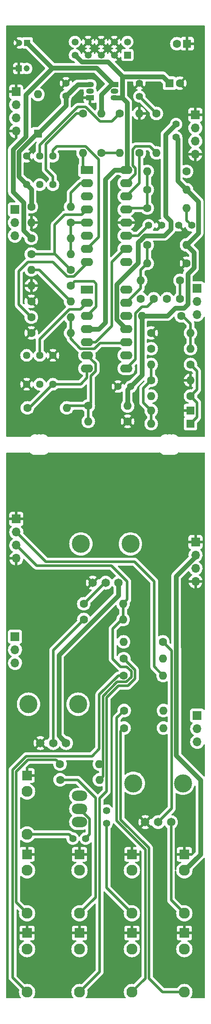
<source format=gbr>
%TF.GenerationSoftware,KiCad,Pcbnew,(6.0.4)*%
%TF.CreationDate,2022-06-07T18:20:14+01:00*%
%TF.ProjectId,panelized-boards,70616e65-6c69-47a6-9564-2d626f617264,rev?*%
%TF.SameCoordinates,Original*%
%TF.FileFunction,Copper,L2,Bot*%
%TF.FilePolarity,Positive*%
%FSLAX46Y46*%
G04 Gerber Fmt 4.6, Leading zero omitted, Abs format (unit mm)*
G04 Created by KiCad (PCBNEW (6.0.4)) date 2022-06-07 18:20:14*
%MOMM*%
%LPD*%
G01*
G04 APERTURE LIST*
%TA.AperFunction,ComponentPad*%
%ADD10R,1.600000X1.600000*%
%TD*%
%TA.AperFunction,ComponentPad*%
%ADD11C,1.600000*%
%TD*%
%TA.AperFunction,ComponentPad*%
%ADD12O,1.600000X1.600000*%
%TD*%
%TA.AperFunction,ComponentPad*%
%ADD13R,1.700000X1.700000*%
%TD*%
%TA.AperFunction,ComponentPad*%
%ADD14O,1.700000X1.700000*%
%TD*%
%TA.AperFunction,ComponentPad*%
%ADD15C,1.400000*%
%TD*%
%TA.AperFunction,ComponentPad*%
%ADD16C,1.650000*%
%TD*%
%TA.AperFunction,ComponentPad*%
%ADD17C,3.495000*%
%TD*%
%TA.AperFunction,ComponentPad*%
%ADD18R,1.200000X1.200000*%
%TD*%
%TA.AperFunction,ComponentPad*%
%ADD19C,1.200000*%
%TD*%
%TA.AperFunction,ComponentPad*%
%ADD20R,2.400000X1.600000*%
%TD*%
%TA.AperFunction,ComponentPad*%
%ADD21O,2.400000X1.600000*%
%TD*%
%TA.AperFunction,ComponentPad*%
%ADD22R,1.500000X1.050000*%
%TD*%
%TA.AperFunction,ComponentPad*%
%ADD23O,1.500000X1.050000*%
%TD*%
%TA.AperFunction,ComponentPad*%
%ADD24R,1.930000X1.830000*%
%TD*%
%TA.AperFunction,ComponentPad*%
%ADD25C,2.130000*%
%TD*%
%TA.AperFunction,ComponentPad*%
%ADD26O,3.000000X2.000000*%
%TD*%
%TA.AperFunction,ComponentPad*%
%ADD27R,1.350000X1.350000*%
%TD*%
%TA.AperFunction,ComponentPad*%
%ADD28C,1.350000*%
%TD*%
%TA.AperFunction,ComponentPad*%
%ADD29C,1.440000*%
%TD*%
%TA.AperFunction,Conductor*%
%ADD30C,0.500000*%
%TD*%
%TA.AperFunction,Conductor*%
%ADD31C,0.890000*%
%TD*%
G04 APERTURE END LIST*
D10*
%TO.P,C13,1*%
%TO.N,GND*%
X54480000Y-20057080D03*
D11*
%TO.P,C13,2*%
%TO.N,-12VA*%
X52480000Y-20057080D03*
%TD*%
%TO.P,R2,1*%
%TO.N,-5VA*%
X24271000Y-51555080D03*
D12*
%TO.P,R2,2*%
%TO.N,Net-(R2-Pad2)*%
X31891000Y-51555080D03*
%TD*%
D13*
%TO.P,J16,1,Pin_1*%
%TO.N,GND*%
X56060000Y-33787080D03*
D14*
%TO.P,J16,2,Pin_2*%
%TO.N,+5VA*%
X56060000Y-36327080D03*
%TO.P,J16,3,Pin_3*%
%TO.N,/LINFM_IN*%
X56060000Y-38867080D03*
%TO.P,J16,4,Pin_4*%
%TO.N,GND*%
X56060000Y-41407080D03*
%TD*%
D11*
%TO.P,R38,1*%
%TO.N,/SIN*%
X42193000Y-142133000D03*
D12*
%TO.P,R38,2*%
%TO.N,/SIN_RAW*%
X49813000Y-142133000D03*
%TD*%
D15*
%TO.P,C6,1*%
%TO.N,/SYNC*%
X32303000Y-173636000D03*
%TO.P,C6,2*%
%TO.N,Net-(C6-Pad2)*%
X34803000Y-173636000D03*
%TD*%
D11*
%TO.P,R22,1*%
%TO.N,/SAW_RAW*%
X47500000Y-78993080D03*
D12*
%TO.P,R22,2*%
%TO.N,Net-(C14-Pad1)*%
X55120000Y-78993080D03*
%TD*%
D16*
%TO.P,RV4,1,1*%
%TO.N,GND*%
X26028000Y-155183000D03*
%TO.P,RV4,2,2*%
%TO.N,Net-(R39-Pad1)*%
X28528000Y-155183000D03*
%TO.P,RV4,3,3*%
%TO.N,+5VA*%
X31028000Y-155183000D03*
D17*
%TO.P,RV4,MH1*%
%TO.N,N/C*%
X23728000Y-147683000D03*
%TO.P,RV4,MH2*%
X33328000Y-147683000D03*
%TD*%
D11*
%TO.P,R30,1*%
%TO.N,/PULSE_RAW*%
X53088000Y-65791080D03*
D12*
%TO.P,R30,2*%
%TO.N,Net-(C15-Pad1)*%
X45468000Y-65791080D03*
%TD*%
D11*
%TO.P,R27,1*%
%TO.N,GND*%
X24271000Y-69843080D03*
D12*
%TO.P,R27,2*%
%TO.N,Net-(R25-Pad2)*%
X31891000Y-69843080D03*
%TD*%
D11*
%TO.P,R24,1*%
%TO.N,/LINFM_IN*%
X54358000Y-44721747D03*
D12*
%TO.P,R24,2*%
%TO.N,/LIN_FM*%
X46738000Y-44721747D03*
%TD*%
D11*
%TO.P,R19,1*%
%TO.N,/CV1*%
X29843000Y-159246000D03*
D12*
%TO.P,R19,2*%
%TO.N,/CV_NODE*%
X37463000Y-159246000D03*
%TD*%
D11*
%TO.P,R25,1*%
%TO.N,/PULSE_OUT*%
X31891000Y-63753080D03*
D12*
%TO.P,R25,2*%
%TO.N,Net-(R25-Pad2)*%
X24271000Y-63753080D03*
%TD*%
D15*
%TO.P,C2,1*%
%TO.N,GND*%
X30990000Y-27691080D03*
%TO.P,C2,2*%
%TO.N,-5VA*%
X30990000Y-30191080D03*
%TD*%
D18*
%TO.P,C12,1*%
%TO.N,+5VA*%
X23468600Y-19885080D03*
D19*
%TO.P,C12,2*%
%TO.N,GND*%
X21968600Y-19885080D03*
%TD*%
D20*
%TO.P,U1,1*%
%TO.N,/SIN_RAW*%
X35064000Y-67564080D03*
D21*
%TO.P,U1,2,-*%
%TO.N,Net-(RV7-Pad2)*%
X35064000Y-70104080D03*
%TO.P,U1,3,+*%
%TO.N,Net-(Q1-Pad2)*%
X35064000Y-72644080D03*
%TO.P,U1,4,V+*%
%TO.N,+12VA*%
X35064000Y-75184080D03*
%TO.P,U1,5,+*%
%TO.N,/TRIANGLE_OUT*%
X35064000Y-77724080D03*
%TO.P,U1,6,-*%
%TO.N,Net-(R6-Pad1)*%
X35064000Y-80264080D03*
%TO.P,U1,7*%
%TO.N,/TRI_RAW*%
X35064000Y-82804080D03*
%TO.P,U1,8*%
%TO.N,/SAW_RAW*%
X42684000Y-82804080D03*
%TO.P,U1,9,-*%
%TO.N,Net-(C14-Pad1)*%
X42684000Y-80264080D03*
%TO.P,U1,10,+*%
%TO.N,Net-(R12-Pad2)*%
X42684000Y-77724080D03*
%TO.P,U1,11,V-*%
%TO.N,-12VA*%
X42684000Y-75184080D03*
%TO.P,U1,12,+*%
%TO.N,Net-(R25-Pad2)*%
X42684000Y-72644080D03*
%TO.P,U1,13,-*%
%TO.N,Net-(C15-Pad1)*%
X42684000Y-70104080D03*
%TO.P,U1,14*%
%TO.N,/PULSE_RAW*%
X42684000Y-67564080D03*
%TD*%
D11*
%TO.P,R14,1*%
%TO.N,/SAW*%
X42268000Y-148908000D03*
D12*
%TO.P,R14,2*%
%TO.N,/SAW_RAW*%
X49888000Y-148908000D03*
%TD*%
D22*
%TO.P,U3,1,GND*%
%TO.N,GND*%
X35668000Y-30485080D03*
D23*
%TO.P,U3,2,VI*%
%TO.N,-12VA*%
X35668000Y-29215080D03*
%TO.P,U3,3,VO*%
%TO.N,-5VA*%
X35668000Y-27945080D03*
%TD*%
D11*
%TO.P,R33,1*%
%TO.N,Net-(R33-Pad1)*%
X49763000Y-135633000D03*
D12*
%TO.P,R33,2*%
%TO.N,/PWM_IN*%
X42143000Y-135633000D03*
%TD*%
D11*
%TO.P,R32,1*%
%TO.N,Net-(D3-Pad1)*%
X55120000Y-88137080D03*
D12*
%TO.P,R32,2*%
%TO.N,Net-(Q1-Pad1)*%
X47500000Y-88137080D03*
%TD*%
D10*
%TO.P,D2,1,K*%
%TO.N,-5VA*%
X25548000Y-37469080D03*
D12*
%TO.P,D2,2,A*%
%TO.N,-12VA*%
X25548000Y-29849080D03*
%TD*%
D13*
%TO.P,J18,1,Pin_1*%
%TO.N,/PWM_IN*%
X21084000Y-52075080D03*
D14*
%TO.P,J18,2,Pin_2*%
%TO.N,/HARD_SYNC*%
X21084000Y-54615080D03*
%TO.P,J18,3,Pin_3*%
%TO.N,/PULSE_RAW*%
X21084000Y-57155080D03*
%TD*%
D13*
%TO.P,J20,1,Pin_1*%
%TO.N,/SOFT_SYNC*%
X56390000Y-67321080D03*
D14*
%TO.P,J20,2,Pin_2*%
%TO.N,/SAW_RAW*%
X56390000Y-69861080D03*
%TO.P,J20,3,Pin_3*%
%TO.N,/TRI_RAW*%
X56390000Y-72401080D03*
%TD*%
D11*
%TO.P,R28,1*%
%TO.N,Net-(C15-Pad1)*%
X46738000Y-58933080D03*
D12*
%TO.P,R28,2*%
%TO.N,+12VA*%
X54358000Y-58933080D03*
%TD*%
D11*
%TO.P,R15,1*%
%TO.N,/CV_NODE*%
X37848000Y-41153080D03*
D12*
%TO.P,R15,2*%
%TO.N,+5VA*%
X37848000Y-33533080D03*
%TD*%
D24*
%TO.P,J7,S*%
%TO.N,GND*%
X53933000Y-191903000D03*
D25*
%TO.P,J7,T*%
%TO.N,/PULSE*%
X53933000Y-203303000D03*
%TO.P,J7,TN*%
%TO.N,unconnected-(J7-PadTN)*%
X53933000Y-195003000D03*
%TD*%
D11*
%TO.P,R39,1*%
%TO.N,Net-(R39-Pad1)*%
X34447000Y-131318000D03*
D12*
%TO.P,R39,2*%
%TO.N,/CV_NODE*%
X42067000Y-131318000D03*
%TD*%
D11*
%TO.P,C14,1*%
%TO.N,Net-(C14-Pad1)*%
X45508000Y-69347080D03*
%TO.P,C14,2*%
%TO.N,/SAW_RAW*%
X48008000Y-69347080D03*
%TD*%
%TO.P,R36,1*%
%TO.N,/PULSE_OUT*%
X24271000Y-60699080D03*
D12*
%TO.P,R36,2*%
%TO.N,/PWM_IN*%
X31891000Y-60699080D03*
%TD*%
D11*
%TO.P,R16,1*%
%TO.N,GND*%
X24271000Y-75945080D03*
D12*
%TO.P,R16,2*%
%TO.N,Net-(R12-Pad2)*%
X31891000Y-75945080D03*
%TD*%
D11*
%TO.P,R29,1*%
%TO.N,GND*%
X54358000Y-62489080D03*
D12*
%TO.P,R29,2*%
%TO.N,Net-(C15-Pad1)*%
X46738000Y-62489080D03*
%TD*%
D11*
%TO.P,R35,1*%
%TO.N,/PWM_IN*%
X31891000Y-54609080D03*
D12*
%TO.P,R35,2*%
%TO.N,GND*%
X24271000Y-54609080D03*
%TD*%
D11*
%TO.P,R11,1*%
%TO.N,Net-(R11-Pad1)*%
X34447000Y-128270000D03*
D12*
%TO.P,R11,2*%
%TO.N,/CV_NODE*%
X42067000Y-128270000D03*
%TD*%
D11*
%TO.P,R9,1*%
%TO.N,/TRI_RAW*%
X23509000Y-90423080D03*
D12*
%TO.P,R9,2*%
%TO.N,Net-(R6-Pad1)*%
X31129000Y-90423080D03*
%TD*%
D15*
%TO.P,C3,1*%
%TO.N,+12VA*%
X43560000Y-86295080D03*
%TO.P,C3,2*%
%TO.N,GND*%
X41060000Y-86295080D03*
%TD*%
D11*
%TO.P,R31,1*%
%TO.N,+5VA*%
X24271000Y-57657080D03*
D12*
%TO.P,R31,2*%
%TO.N,/PWM_IN*%
X31891000Y-57657080D03*
%TD*%
D11*
%TO.P,R34,1*%
%TO.N,Net-(Q1-Pad2)*%
X31891000Y-66795080D03*
D12*
%TO.P,R34,2*%
%TO.N,GND*%
X24271000Y-66795080D03*
%TD*%
D11*
%TO.P,R12,1*%
%TO.N,/SAW_OUT*%
X24271000Y-72897080D03*
D12*
%TO.P,R12,2*%
%TO.N,Net-(R12-Pad2)*%
X31891000Y-72897080D03*
%TD*%
D11*
%TO.P,R1,1*%
%TO.N,Net-(R1-Pad1)*%
X34292000Y-33533080D03*
D12*
%TO.P,R1,2*%
%TO.N,Net-(R1-Pad2)*%
X34292000Y-41153080D03*
%TD*%
D10*
%TO.P,C10,1*%
%TO.N,+12VA*%
X51056000Y-27685080D03*
D11*
%TO.P,C10,2*%
%TO.N,GND*%
X53056000Y-27685080D03*
%TD*%
D15*
%TO.P,C4,1*%
%TO.N,Net-(C4-Pad1)*%
X55334000Y-55135747D03*
%TO.P,C4,2*%
%TO.N,GND*%
X52834000Y-55135747D03*
%TD*%
%TO.P,C5,1*%
%TO.N,Net-(C5-Pad1)*%
X45214000Y-30231080D03*
%TO.P,C5,2*%
%TO.N,GND*%
X45214000Y-27731080D03*
%TD*%
D20*
%TO.P,U2,1,SCALE1*%
%TO.N,Net-(R1-Pad2)*%
X35039000Y-44470080D03*
D21*
%TO.P,U2,2,SCALE2*%
%TO.N,Net-(R2-Pad2)*%
X35039000Y-47010080D03*
%TO.P,U2,3,VEE*%
%TO.N,-5VA*%
X35039000Y-49550080D03*
%TO.P,U2,4,VP*%
%TO.N,/PULSE_OUT*%
X35039000Y-52090080D03*
%TO.P,U2,5,VPWM*%
%TO.N,/PWM_IN*%
X35039000Y-54630080D03*
%TO.P,U2,6,VHSI*%
%TO.N,/HARD_SYNC*%
X35039000Y-57170080D03*
%TO.P,U2,7,VHFT*%
%TO.N,Net-(RV2-Pad1)*%
X35039000Y-59710080D03*
%TO.P,U2,8,VSO*%
%TO.N,/SAW_OUT*%
X35039000Y-62250080D03*
%TO.P,U2,9,VSSI*%
%TO.N,/SOFT_SYNC*%
X42659000Y-62250080D03*
%TO.P,U2,10,VTO*%
%TO.N,/TRIANGLE_OUT*%
X42659000Y-59710080D03*
%TO.P,U2,11,CAP*%
%TO.N,Net-(C1-Pad1)*%
X42659000Y-57170080D03*
%TO.P,U2,12,GND*%
%TO.N,GND*%
X42659000Y-54630080D03*
%TO.P,U2,13,VLFI*%
%TO.N,/LIN_FM*%
X42659000Y-52090080D03*
%TO.P,U2,14,VS*%
%TO.N,Net-(R5-Pad1)*%
X42659000Y-49550080D03*
%TO.P,U2,15,VFCI*%
%TO.N,/CV_NODE*%
X42659000Y-47010080D03*
%TO.P,U2,16,VCC*%
%TO.N,+12VA*%
X42659000Y-44470080D03*
%TD*%
D11*
%TO.P,R6,1*%
%TO.N,Net-(R6-Pad1)*%
X35308000Y-90035080D03*
D12*
%TO.P,R6,2*%
%TO.N,+12VA*%
X42928000Y-90035080D03*
%TD*%
D11*
%TO.P,R5,1*%
%TO.N,Net-(R5-Pad1)*%
X45214000Y-41147080D03*
D12*
%TO.P,R5,2*%
%TO.N,GND*%
X45214000Y-33527080D03*
%TD*%
D24*
%TO.P,J1,S*%
%TO.N,GND*%
X33613000Y-191903000D03*
D25*
%TO.P,J1,T*%
%TO.N,/TRI*%
X33613000Y-203303000D03*
%TO.P,J1,TN*%
%TO.N,unconnected-(J1-PadTN)*%
X33613000Y-195003000D03*
%TD*%
D15*
%TO.P,C8,1*%
%TO.N,/LINFM*%
X38853000Y-170733000D03*
%TO.P,C8,2*%
%TO.N,/LINFM_IN*%
X38853000Y-168233000D03*
%TD*%
D11*
%TO.P,R17,1*%
%TO.N,Net-(C14-Pad1)*%
X53342000Y-72649080D03*
D12*
%TO.P,R17,2*%
%TO.N,+12VA*%
X45722000Y-72649080D03*
%TD*%
D11*
%TO.P,R7,1*%
%TO.N,/LIN_FM*%
X46738000Y-51808414D03*
D12*
%TO.P,R7,2*%
%TO.N,Net-(C4-Pad1)*%
X54358000Y-51808414D03*
%TD*%
D22*
%TO.P,U4,1,VO*%
%TO.N,+5VA*%
X40388000Y-27945080D03*
D23*
%TO.P,U4,2,GND*%
%TO.N,GND*%
X40388000Y-29215080D03*
%TO.P,U4,3,VI*%
%TO.N,+12VA*%
X40388000Y-30485080D03*
%TD*%
D10*
%TO.P,D3,1,K*%
%TO.N,Net-(D3-Pad1)*%
X55120000Y-93471080D03*
D12*
%TO.P,D3,2,A*%
%TO.N,Net-(D1-Pad2)*%
X47500000Y-93471080D03*
%TD*%
D24*
%TO.P,J2,S*%
%TO.N,GND*%
X43773000Y-191903000D03*
D25*
%TO.P,J2,T*%
%TO.N,/SAW*%
X43773000Y-203303000D03*
%TO.P,J2,TN*%
%TO.N,unconnected-(J2-PadTN)*%
X43773000Y-195003000D03*
%TD*%
D11*
%TO.P,R18,1*%
%TO.N,Net-(D3-Pad1)*%
X55120000Y-82041080D03*
D12*
%TO.P,R18,2*%
%TO.N,Net-(D1-Pad2)*%
X47500000Y-82041080D03*
%TD*%
D11*
%TO.P,C15,1*%
%TO.N,Net-(C15-Pad1)*%
X50588000Y-69347080D03*
%TO.P,C15,2*%
%TO.N,/PULSE_RAW*%
X53088000Y-69347080D03*
%TD*%
D24*
%TO.P,J4,S*%
%TO.N,GND*%
X23453000Y-161448000D03*
D25*
%TO.P,J4,T*%
%TO.N,/SYNC*%
X23453000Y-172848000D03*
%TO.P,J4,TN*%
%TO.N,unconnected-(J4-PadTN)*%
X23453000Y-164548000D03*
%TD*%
D15*
%TO.P,C11,1*%
%TO.N,+12VA*%
X52326000Y-38105080D03*
%TO.P,C11,2*%
%TO.N,-12VA*%
X52326000Y-35605080D03*
%TD*%
D11*
%TO.P,R13,1*%
%TO.N,Net-(C5-Pad1)*%
X48516000Y-33533080D03*
D12*
%TO.P,R13,2*%
%TO.N,/CV_NODE*%
X48516000Y-41153080D03*
%TD*%
D11*
%TO.P,R8,1*%
%TO.N,GND*%
X42928000Y-93035080D03*
D12*
%TO.P,R8,2*%
%TO.N,Net-(R6-Pad1)*%
X35308000Y-93035080D03*
%TD*%
D26*
%TO.P,S1,1,A*%
%TO.N,/SOFT_SYNC*%
X33613000Y-170468000D03*
%TO.P,S1,2,B*%
%TO.N,Net-(C6-Pad2)*%
X33613000Y-167928000D03*
%TO.P,S1,3,C*%
%TO.N,/HARD_SYNC*%
X33613000Y-165388000D03*
%TD*%
D16*
%TO.P,RV3,1,1*%
%TO.N,GND*%
X36178000Y-124208000D03*
%TO.P,RV3,2,2*%
%TO.N,Net-(R11-Pad1)*%
X38678000Y-124208000D03*
%TO.P,RV3,3,3*%
%TO.N,+5VA*%
X41178000Y-124208000D03*
D17*
%TO.P,RV3,MH1*%
%TO.N,N/C*%
X33878000Y-116708000D03*
%TO.P,RV3,MH2*%
X43478000Y-116708000D03*
%TD*%
D24*
%TO.P,J6,S*%
%TO.N,GND*%
X43773000Y-176688000D03*
D25*
%TO.P,J6,T*%
%TO.N,/LINFM*%
X43773000Y-188088000D03*
%TO.P,J6,TN*%
%TO.N,unconnected-(J6-PadTN)*%
X43773000Y-179788000D03*
%TD*%
D16*
%TO.P,RV5,1,1*%
%TO.N,GND*%
X46353000Y-170458000D03*
%TO.P,RV5,2,2*%
%TO.N,Net-(R33-Pad1)*%
X48853000Y-170458000D03*
%TO.P,RV5,3,3*%
%TO.N,/PWM*%
X51353000Y-170458000D03*
D17*
%TO.P,RV5,MH1*%
%TO.N,N/C*%
X44053000Y-162958000D03*
%TO.P,RV5,MH2*%
X53653000Y-162958000D03*
%TD*%
D11*
%TO.P,R10,1*%
%TO.N,Net-(R10-Pad1)*%
X41404000Y-33533080D03*
D12*
%TO.P,R10,2*%
%TO.N,/CV_NODE*%
X41404000Y-41153080D03*
%TD*%
D24*
%TO.P,J12,S*%
%TO.N,GND*%
X23453000Y-191903000D03*
D25*
%TO.P,J12,T*%
%TO.N,/SIN*%
X23453000Y-203303000D03*
%TO.P,J12,TN*%
%TO.N,unconnected-(J12-PadTN)*%
X23453000Y-195003000D03*
%TD*%
D24*
%TO.P,J8,S*%
%TO.N,GND*%
X53933000Y-176688000D03*
D25*
%TO.P,J8,T*%
%TO.N,/PWM*%
X53933000Y-188088000D03*
%TO.P,J8,TN*%
%TO.N,+5VA*%
X53933000Y-179788000D03*
%TD*%
D11*
%TO.P,R4,1*%
%TO.N,/LIN_FM*%
X46738000Y-48265080D03*
D12*
%TO.P,R4,2*%
%TO.N,+12VA*%
X54358000Y-48265080D03*
%TD*%
D18*
%TO.P,C9,1*%
%TO.N,GND*%
X21873401Y-24835080D03*
D19*
%TO.P,C9,2*%
%TO.N,-5VA*%
X23373401Y-24835080D03*
%TD*%
D11*
%TO.P,R26,1*%
%TO.N,/PULSE*%
X42253000Y-152283000D03*
D12*
%TO.P,R26,2*%
%TO.N,/PULSE_RAW*%
X49873000Y-152283000D03*
%TD*%
D13*
%TO.P,J14,1,Pin_1*%
%TO.N,GND*%
X21338000Y-29341080D03*
D14*
%TO.P,J14,2,Pin_2*%
%TO.N,/SIN_RAW*%
X21338000Y-31881080D03*
%TO.P,J14,3,Pin_3*%
%TO.N,/CV_NODE*%
X21338000Y-34421080D03*
%TO.P,J14,4,Pin_4*%
%TO.N,GND*%
X21338000Y-36961080D03*
%TD*%
D11*
%TO.P,R21,1*%
%TO.N,GND*%
X47500000Y-75945080D03*
D12*
%TO.P,R21,2*%
%TO.N,Net-(C14-Pad1)*%
X55120000Y-75945080D03*
%TD*%
D24*
%TO.P,J3,S*%
%TO.N,GND*%
X23453000Y-176688000D03*
D25*
%TO.P,J3,T*%
%TO.N,/CV1*%
X23453000Y-188088000D03*
%TO.P,J3,TN*%
%TO.N,unconnected-(J3-PadTN)*%
X23453000Y-179788000D03*
%TD*%
D11*
%TO.P,R20,1*%
%TO.N,Net-(D1-Pad2)*%
X47500000Y-85089080D03*
D12*
%TO.P,R20,2*%
%TO.N,GND*%
X55120000Y-85089080D03*
%TD*%
D11*
%TO.P,R23,1*%
%TO.N,/CV2*%
X29853000Y-162283000D03*
D12*
%TO.P,R23,2*%
%TO.N,/CV_NODE*%
X37473000Y-162283000D03*
%TD*%
D11*
%TO.P,R3,1*%
%TO.N,/TRI*%
X42193000Y-138883000D03*
D12*
%TO.P,R3,2*%
%TO.N,/TRI_RAW*%
X49813000Y-138883000D03*
%TD*%
D10*
%TO.P,D1,1,K*%
%TO.N,GND*%
X55120000Y-90931080D03*
D12*
%TO.P,D1,2,A*%
%TO.N,Net-(D1-Pad2)*%
X47500000Y-90931080D03*
%TD*%
D15*
%TO.P,C1,1*%
%TO.N,Net-(C1-Pad1)*%
X46992000Y-55148414D03*
%TO.P,C1,2*%
%TO.N,GND*%
X49492000Y-55148414D03*
%TD*%
D24*
%TO.P,J5,S*%
%TO.N,GND*%
X33613000Y-176688000D03*
D25*
%TO.P,J5,T*%
%TO.N,/CV2*%
X33613000Y-188088000D03*
%TO.P,J5,TN*%
%TO.N,unconnected-(J5-PadTN)*%
X33613000Y-179788000D03*
%TD*%
D13*
%TO.P,J20,1,Pin_1*%
%TO.N,/SOFT_SYNC*%
X56423000Y-149866000D03*
D14*
%TO.P,J20,2,Pin_2*%
%TO.N,/SAW_RAW*%
X56423000Y-152406000D03*
%TO.P,J20,3,Pin_3*%
%TO.N,/TRI_RAW*%
X56423000Y-154946000D03*
%TD*%
D27*
%TO.P,J9,1,Pin_1*%
%TO.N,-12VA*%
X42886000Y-22235080D03*
D28*
%TO.P,J9,2,Pin_2*%
X42886000Y-19695080D03*
%TO.P,J9,3,Pin_3*%
%TO.N,GND*%
X40346000Y-22235080D03*
%TO.P,J9,4,Pin_4*%
X40346000Y-19695080D03*
%TO.P,J9,5,Pin_5*%
X37806000Y-22235080D03*
%TO.P,J9,6,Pin_6*%
X37806000Y-19695080D03*
%TO.P,J9,7,Pin_7*%
X35266000Y-22235080D03*
%TO.P,J9,8,Pin_8*%
X35266000Y-19695080D03*
%TO.P,J9,9,Pin_9*%
%TO.N,+12VA*%
X32726000Y-22235080D03*
%TO.P,J9,10,Pin_10*%
X32726000Y-19695080D03*
%TD*%
D29*
%TO.P,RV6,1,1*%
%TO.N,/TRI_RAW*%
X28448000Y-85851080D03*
%TO.P,RV6,2,2*%
%TO.N,Net-(D3-Pad1)*%
X25908000Y-85851080D03*
%TO.P,RV6,3,3*%
%TO.N,GND*%
X23368000Y-85851080D03*
%TD*%
D13*
%TO.P,J16,1,Pin_1*%
%TO.N,GND*%
X56093000Y-116332000D03*
D14*
%TO.P,J16,2,Pin_2*%
%TO.N,+5VA*%
X56093000Y-118872000D03*
%TO.P,J16,3,Pin_3*%
%TO.N,/LINFM_IN*%
X56093000Y-121412000D03*
%TO.P,J16,4,Pin_4*%
%TO.N,GND*%
X56093000Y-123952000D03*
%TD*%
D29*
%TO.P,RV2,1,1*%
%TO.N,Net-(RV2-Pad1)*%
X28448000Y-41787080D03*
%TO.P,RV2,2,2*%
%TO.N,Net-(R10-Pad1)*%
X25908000Y-41787080D03*
%TO.P,RV2,3,3*%
%TO.N,GND*%
X23368000Y-41787080D03*
%TD*%
%TO.P,RV7,1,1*%
%TO.N,GND*%
X28448000Y-80263080D03*
%TO.P,RV7,2,2*%
%TO.N,Net-(RV7-Pad2)*%
X25908000Y-80263080D03*
%TO.P,RV7,3,3*%
%TO.N,/SIN_RAW*%
X23368000Y-80263080D03*
%TD*%
D13*
%TO.P,J18,1,Pin_1*%
%TO.N,/PWM_IN*%
X21117000Y-134620000D03*
D14*
%TO.P,J18,2,Pin_2*%
%TO.N,/HARD_SYNC*%
X21117000Y-137160000D03*
%TO.P,J18,3,Pin_3*%
%TO.N,/PULSE_RAW*%
X21117000Y-139700000D03*
%TD*%
D29*
%TO.P,RV1,1,1*%
%TO.N,Net-(R1-Pad1)*%
X28446000Y-47285080D03*
%TO.P,RV1,2,2*%
%TO.N,-5VA*%
X25906000Y-47285080D03*
%TO.P,RV1,3,3*%
X23366000Y-47285080D03*
%TD*%
D13*
%TO.P,J14,1,Pin_1*%
%TO.N,GND*%
X21371000Y-111886000D03*
D14*
%TO.P,J14,2,Pin_2*%
%TO.N,/SIN_RAW*%
X21371000Y-114426000D03*
%TO.P,J14,3,Pin_3*%
%TO.N,/CV_NODE*%
X21371000Y-116966000D03*
%TO.P,J14,4,Pin_4*%
%TO.N,GND*%
X21371000Y-119506000D03*
%TD*%
D30*
%TO.N,Net-(C1-Pad1)*%
X42659000Y-57170080D02*
X44970334Y-57170080D01*
X44970334Y-57170080D02*
X46992000Y-55148414D01*
D31*
%TO.N,-5VA*%
X21846000Y-40917080D02*
X21846000Y-45765080D01*
X25294000Y-37469080D02*
X21846000Y-40917080D01*
X35668000Y-27945080D02*
X33236000Y-27945080D01*
X30990000Y-32027080D02*
X25548000Y-37469080D01*
X25548000Y-37469080D02*
X25294000Y-37469080D01*
X33236000Y-27945080D02*
X30990000Y-30191080D01*
X21846000Y-45765080D02*
X23366000Y-47285080D01*
X24271000Y-48190080D02*
X24271000Y-51555080D01*
X23366000Y-47285080D02*
X24271000Y-48190080D01*
X30990000Y-30191080D02*
X30990000Y-32027080D01*
%TO.N,+12VA*%
X56678511Y-50585591D02*
X54358000Y-48265080D01*
X41896000Y-26662080D02*
X42171511Y-26386569D01*
X56678511Y-56612569D02*
X56678511Y-50585591D01*
X52630000Y-46537080D02*
X54358000Y-48265080D01*
X41896000Y-30485080D02*
X41896000Y-27185080D01*
X39146000Y-23585080D02*
X34076000Y-23585080D01*
X45722000Y-72649080D02*
X45722000Y-84079080D01*
X42928000Y-86873080D02*
X42928000Y-90035080D01*
X42659000Y-44470080D02*
X42848511Y-44280569D01*
X52162174Y-71119080D02*
X53850000Y-71119080D01*
X38610000Y-73913080D02*
X37339000Y-75184080D01*
X55802511Y-60377591D02*
X54358000Y-58933080D01*
X52326000Y-38105080D02*
X52630000Y-38409080D01*
X34076000Y-23585080D02*
X32726000Y-22235080D01*
X53850000Y-71119080D02*
X54612000Y-70357080D01*
X41896000Y-26335080D02*
X39146000Y-23585080D01*
X37339000Y-75184080D02*
X35064000Y-75184080D01*
X41896000Y-27185080D02*
X41896000Y-26335080D01*
X38610000Y-46227080D02*
X38610000Y-73913080D01*
X54612000Y-70357080D02*
X54612000Y-64515080D01*
X49757489Y-26386569D02*
X51056000Y-27685080D01*
X42659000Y-44470080D02*
X40367000Y-44470080D01*
X41896000Y-27185080D02*
X41896000Y-26662080D01*
X45722000Y-84079080D02*
X42928000Y-86873080D01*
X54612000Y-64515080D02*
X55802511Y-63324569D01*
X50632174Y-72649080D02*
X52162174Y-71119080D01*
X40388000Y-30485080D02*
X41896000Y-30485080D01*
X40367000Y-44470080D02*
X38610000Y-46227080D01*
X55802511Y-63324569D02*
X55802511Y-60377591D01*
X41896000Y-30485080D02*
X42848511Y-31437591D01*
X45722000Y-72649080D02*
X50632174Y-72649080D01*
X42848511Y-44280569D02*
X42848511Y-31437591D01*
X42171511Y-26386569D02*
X49757489Y-26386569D01*
X54358000Y-58933080D02*
X56678511Y-56612569D01*
X52630000Y-38409080D02*
X52630000Y-46537080D01*
D30*
%TO.N,Net-(C4-Pad1)*%
X54358000Y-54159747D02*
X55334000Y-55135747D01*
X54358000Y-51808414D02*
X54358000Y-54159747D01*
%TO.N,Net-(C5-Pad1)*%
X45214000Y-30231080D02*
X48516000Y-33533080D01*
D31*
%TO.N,-12VA*%
X50294000Y-53339080D02*
X51310000Y-54355080D01*
X51310000Y-54355080D02*
X51310000Y-55879080D01*
X51310000Y-55879080D02*
X50040000Y-57149080D01*
X44960000Y-58419080D02*
X44960000Y-62391939D01*
X40814480Y-73314560D02*
X42684000Y-75184080D01*
X50040000Y-57149080D02*
X46256376Y-57149080D01*
X45340856Y-58064600D02*
X45314480Y-58064600D01*
X44960000Y-62391939D02*
X40814480Y-66537459D01*
X46256376Y-57149080D02*
X45340856Y-58064600D01*
X40814480Y-66537459D02*
X40814480Y-73314560D01*
X45314480Y-58064600D02*
X44960000Y-58419080D01*
X50294000Y-37637080D02*
X50294000Y-53339080D01*
X52326000Y-35605080D02*
X50294000Y-37637080D01*
%TO.N,+5VA*%
X29621000Y-153776000D02*
X31028000Y-155183000D01*
X29621000Y-138186848D02*
X29621000Y-153776000D01*
X57053000Y-176668000D02*
X53933000Y-179788000D01*
X23222600Y-37999666D02*
X23222600Y-29908480D01*
X41178000Y-126629848D02*
X29621000Y-138186848D01*
X39779049Y-27945080D02*
X37848000Y-29876129D01*
X20722000Y-48724058D02*
X20722001Y-40500265D01*
X37848000Y-29876129D02*
X37848000Y-33533080D01*
X23222600Y-29908480D02*
X28318600Y-24812480D01*
X40388000Y-27945080D02*
X39779049Y-27945080D01*
X36946000Y-24735080D02*
X28318600Y-24735080D01*
X40156000Y-27945080D02*
X36946000Y-24735080D01*
X24271000Y-57657080D02*
X22754000Y-56140080D01*
X40388000Y-27945080D02*
X40156000Y-27945080D01*
X56423000Y-118878000D02*
X52343000Y-122958000D01*
X28318600Y-24735080D02*
X23468600Y-19885080D01*
X20722001Y-40500265D02*
X23222600Y-37999666D01*
X52343000Y-136947958D02*
X52350509Y-136955467D01*
X28318600Y-24812480D02*
X28318600Y-24735080D01*
X52343000Y-122958000D02*
X52343000Y-136947958D01*
X22754000Y-56140080D02*
X22754000Y-50756058D01*
X57053000Y-162306000D02*
X57053000Y-176668000D01*
X52350509Y-157603509D02*
X57053000Y-162306000D01*
X22754000Y-50756058D02*
X20722000Y-48724058D01*
X41178000Y-124208000D02*
X41178000Y-126629848D01*
X52350509Y-136955467D02*
X52350509Y-157603509D01*
D30*
%TO.N,Net-(C14-Pad1)*%
X53590000Y-72649080D02*
X55120000Y-74179080D01*
X53342000Y-72649080D02*
X53590000Y-72649080D01*
X55120000Y-74179080D02*
X55120000Y-75945080D01*
X55120000Y-75945080D02*
X55120000Y-78993080D01*
%TO.N,/SAW_RAW*%
X48008000Y-69595080D02*
X48008000Y-69347080D01*
X44472489Y-81015591D02*
X44472489Y-72131515D01*
X44472489Y-72131515D02*
X45738924Y-70865080D01*
X45738924Y-70865080D02*
X46738000Y-70865080D01*
X42684000Y-82804080D02*
X44472489Y-81015591D01*
X46738000Y-70865080D02*
X48008000Y-69595080D01*
%TO.N,Net-(C15-Pad1)*%
X45468000Y-65791080D02*
X45468000Y-67320080D01*
X45468000Y-67320080D02*
X42684000Y-70104080D01*
X46738000Y-62489080D02*
X46738000Y-58933080D01*
X45468000Y-63759080D02*
X46738000Y-62489080D01*
X45468000Y-65791080D02*
X45468000Y-63759080D01*
%TO.N,/PULSE_RAW*%
X53088000Y-65791080D02*
X53088000Y-69347080D01*
%TO.N,Net-(D1-Pad2)*%
X45976000Y-86613080D02*
X47500000Y-85089080D01*
X47500000Y-85089080D02*
X47500000Y-82041080D01*
X47500000Y-93471080D02*
X47500000Y-90423080D01*
X47500000Y-90931080D02*
X45976000Y-89407080D01*
X45976000Y-89407080D02*
X45976000Y-86613080D01*
%TO.N,Net-(D3-Pad1)*%
X56390000Y-89407080D02*
X56390000Y-92201080D01*
X56390000Y-92201080D02*
X55120000Y-93471080D01*
X55120000Y-82041080D02*
X56369511Y-83290591D01*
X56369511Y-83290591D02*
X56369511Y-86887569D01*
X56369511Y-86887569D02*
X55120000Y-88137080D01*
X55120000Y-88137080D02*
X56390000Y-89407080D01*
%TO.N,/SIN_RAW*%
X48093000Y-123926000D02*
X44309000Y-120142000D01*
X44309000Y-120142000D02*
X27087000Y-120142000D01*
X48093000Y-140413000D02*
X48093000Y-123926000D01*
X49813000Y-142133000D02*
X48093000Y-140413000D01*
X27087000Y-120142000D02*
X21371000Y-114426000D01*
%TO.N,/CV_NODE*%
X40886489Y-143382511D02*
X38143480Y-146125520D01*
X44452000Y-44095992D02*
X44452000Y-45217080D01*
X42067000Y-128270000D02*
X42866999Y-127470001D01*
X38143480Y-146125520D02*
X38143480Y-161612520D01*
X42866999Y-123989999D02*
X39781000Y-120904000D01*
X41813000Y-131318000D02*
X40035000Y-133096000D01*
X40035000Y-133096000D02*
X40035000Y-138938000D01*
X48516000Y-41153080D02*
X47260489Y-39897569D01*
X42782730Y-140462000D02*
X43653480Y-141332750D01*
X42067000Y-128270000D02*
X42067000Y-131318000D01*
X43944000Y-40438111D02*
X43944000Y-43587992D01*
X42067000Y-131318000D02*
X41813000Y-131318000D01*
X43653480Y-141332750D02*
X43653480Y-142439596D01*
X42866999Y-127470001D02*
X42866999Y-123989999D01*
X42710565Y-143382511D02*
X40886489Y-143382511D01*
X40035000Y-138938000D02*
X41559000Y-140462000D01*
X41559000Y-140462000D02*
X42782730Y-140462000D01*
X44484542Y-39897569D02*
X43944000Y-40438111D01*
X25303000Y-120904000D02*
X21371000Y-116972000D01*
X21371000Y-116972000D02*
X21371000Y-116966000D01*
X41404000Y-41153080D02*
X37848000Y-41153080D01*
X43653480Y-142439596D02*
X42710565Y-143382511D01*
X47260489Y-39897569D02*
X44484542Y-39897569D01*
X43944000Y-43587992D02*
X44452000Y-44095992D01*
X39781000Y-120904000D02*
X25303000Y-120904000D01*
X38143480Y-161612520D02*
X37473000Y-162283000D01*
X44452000Y-45217080D02*
X42659000Y-47010080D01*
%TO.N,/PWM_IN*%
X31891000Y-57657080D02*
X31891000Y-60699080D01*
X31891000Y-54609080D02*
X31891000Y-57657080D01*
X35039000Y-54630080D02*
X31912000Y-54630080D01*
X31912000Y-54630080D02*
X31891000Y-54609080D01*
%TO.N,/TRI_RAW*%
X28448000Y-85851080D02*
X33834000Y-85851080D01*
X33834000Y-85851080D02*
X35064000Y-84621080D01*
X23876000Y-90423080D02*
X28448000Y-85851080D01*
X35064000Y-84621080D02*
X35064000Y-82804080D01*
X23509000Y-90423080D02*
X23876000Y-90423080D01*
%TO.N,Net-(Q1-Pad2)*%
X31891000Y-66795080D02*
X32690999Y-65995081D01*
X32690999Y-65995081D02*
X36394023Y-65995081D01*
X36394023Y-65995081D02*
X36832000Y-66433058D01*
X36832000Y-70876080D02*
X35064000Y-72644080D01*
X36832000Y-66433058D02*
X36832000Y-70876080D01*
%TO.N,Net-(R1-Pad1)*%
X28448000Y-45717080D02*
X28446000Y-45719080D01*
X34292000Y-33533080D02*
X32989270Y-33533080D01*
X28446000Y-45719080D02*
X28446000Y-47285080D01*
X32989270Y-33533080D02*
X27077511Y-39444839D01*
X27077511Y-44346591D02*
X28448000Y-45717080D01*
X27077511Y-39444839D02*
X27077511Y-44346591D01*
%TO.N,Net-(R1-Pad2)*%
X34292000Y-41153080D02*
X34292000Y-43723080D01*
X34292000Y-43723080D02*
X35039000Y-44470080D01*
%TO.N,Net-(R2-Pad2)*%
X33763000Y-47010080D02*
X31891000Y-48882080D01*
X31891000Y-48882080D02*
X31891000Y-51555080D01*
X35039000Y-47010080D02*
X33763000Y-47010080D01*
%TO.N,/LIN_FM*%
X46738000Y-48265080D02*
X46738000Y-51808414D01*
X46738000Y-44721747D02*
X46738000Y-48265080D01*
X46738000Y-51808414D02*
X42940666Y-51808414D01*
X42940666Y-51808414D02*
X42659000Y-52090080D01*
%TO.N,Net-(R5-Pad1)*%
X42659000Y-49550080D02*
X45214000Y-46995080D01*
X45214000Y-46995080D02*
X45214000Y-41147080D01*
%TO.N,Net-(R6-Pad1)*%
X36713520Y-81913600D02*
X36713520Y-83321648D01*
X36713520Y-83321648D02*
X35810000Y-84225168D01*
X35810000Y-89533080D02*
X35308000Y-90035080D01*
X35308000Y-93035080D02*
X35308000Y-90035080D01*
X35064000Y-80264080D02*
X36713520Y-81913600D01*
X35810000Y-84225168D02*
X35810000Y-89533080D01*
X31517000Y-90035080D02*
X31129000Y-90423080D01*
X35308000Y-90035080D02*
X31517000Y-90035080D01*
X35810000Y-89921080D02*
X35308000Y-90423080D01*
%TO.N,Net-(R10-Pad1)*%
X39886000Y-35051080D02*
X41404000Y-33533080D01*
X33249511Y-32283569D02*
X34826489Y-32283569D01*
X25908000Y-39625080D02*
X33249511Y-32283569D01*
X25908000Y-39625080D02*
X25908000Y-41787080D01*
X37594000Y-35051080D02*
X39886000Y-35051080D01*
X34826489Y-32283569D02*
X37594000Y-35051080D01*
%TO.N,/SAW_OUT*%
X35039000Y-62498080D02*
X35039000Y-62250080D01*
X24271000Y-72897080D02*
X21846000Y-70472080D01*
X28450000Y-62229080D02*
X31223511Y-65002591D01*
X32534489Y-65002591D02*
X35039000Y-62498080D01*
X21846000Y-70472080D02*
X21846000Y-64007080D01*
X21846000Y-64007080D02*
X23624000Y-62229080D01*
X31223511Y-65002591D02*
X32534489Y-65002591D01*
X23624000Y-62229080D02*
X28450000Y-62229080D01*
%TO.N,Net-(R12-Pad2)*%
X37602270Y-77875080D02*
X42533000Y-77875080D01*
X42533000Y-77875080D02*
X42684000Y-77724080D01*
X33788150Y-78973600D02*
X36503750Y-78973600D01*
X31891000Y-75945080D02*
X31891000Y-77076450D01*
X31891000Y-72897080D02*
X31891000Y-75945080D01*
X36503750Y-78973600D02*
X37602270Y-77875080D01*
X31891000Y-77076450D02*
X33788150Y-78973600D01*
%TO.N,/PULSE_OUT*%
X28810000Y-55011080D02*
X30736000Y-53085080D01*
X28810000Y-60672080D02*
X28810000Y-55011080D01*
X34044000Y-53085080D02*
X35039000Y-52090080D01*
X30736000Y-53085080D02*
X34044000Y-53085080D01*
X28837000Y-60699080D02*
X24271000Y-60699080D01*
X31891000Y-63753080D02*
X28837000Y-60699080D01*
%TO.N,Net-(R25-Pad2)*%
X25801000Y-63753080D02*
X31891000Y-69843080D01*
X24271000Y-63753080D02*
X25801000Y-63753080D01*
%TO.N,Net-(RV2-Pad1)*%
X37340000Y-57409080D02*
X35039000Y-59710080D01*
X28448000Y-40645080D02*
X28448000Y-41787080D01*
X34809565Y-39903569D02*
X37340000Y-42434004D01*
X29189511Y-39903569D02*
X34809565Y-39903569D01*
X37340000Y-42434004D02*
X37340000Y-57409080D01*
X28448000Y-40645080D02*
X29189511Y-39903569D01*
%TO.N,Net-(RV7-Pad2)*%
X25908000Y-80263080D02*
X25908000Y-77113004D01*
X31647924Y-71373080D02*
X33795000Y-71373080D01*
X25908000Y-77113004D02*
X31647924Y-71373080D01*
X33795000Y-71373080D02*
X35064000Y-70104080D01*
%TO.N,/TRIANGLE_OUT*%
X36764000Y-77724080D02*
X39880000Y-74608080D01*
X35064000Y-77724080D02*
X36764000Y-77724080D01*
X42399000Y-59710080D02*
X42659000Y-59710080D01*
X39880000Y-74608080D02*
X39880000Y-62229080D01*
X39880000Y-62229080D02*
X42399000Y-59710080D01*
%TO.N,Net-(C6-Pad2)*%
X35562520Y-172798480D02*
X34803000Y-173558000D01*
X35562520Y-169867590D02*
X35562520Y-172798480D01*
X33622930Y-167928000D02*
X35562520Y-169867590D01*
X33613000Y-167928000D02*
X33622930Y-167928000D01*
%TO.N,/SYNC*%
X31593000Y-172848000D02*
X32303000Y-173558000D01*
X23453000Y-172848000D02*
X31593000Y-172848000D01*
%TO.N,/LINFM*%
X38853000Y-183168000D02*
X43773000Y-188088000D01*
X38853000Y-170733000D02*
X38853000Y-183168000D01*
%TO.N,/TRI*%
X37495000Y-199421000D02*
X37495000Y-165862000D01*
X33613000Y-203303000D02*
X37495000Y-199421000D01*
X38843000Y-146415270D02*
X41176239Y-144082031D01*
X38843000Y-164514000D02*
X38843000Y-146415270D01*
X37495000Y-165862000D02*
X38843000Y-164514000D01*
X44352999Y-142729347D02*
X44353000Y-141043000D01*
X43000315Y-144082031D02*
X44352999Y-142729347D01*
X44353000Y-141043000D02*
X42193000Y-138883000D01*
X41176239Y-144082031D02*
X43000315Y-144082031D01*
%TO.N,/SAW*%
X42259750Y-148908000D02*
X42268000Y-148908000D01*
X46385000Y-200634000D02*
X46385000Y-175768000D01*
X40843000Y-150324750D02*
X42259750Y-148908000D01*
X43773000Y-203303000D02*
X43773000Y-203246000D01*
X40843000Y-170226000D02*
X40843000Y-150324750D01*
X43773000Y-203246000D02*
X46385000Y-200634000D01*
X46385000Y-175768000D02*
X40843000Y-170226000D01*
%TO.N,/CV1*%
X23585480Y-158433520D02*
X21343000Y-160676000D01*
X21343000Y-185978000D02*
X23453000Y-188088000D01*
X29853000Y-159208000D02*
X29078520Y-158433520D01*
X29078520Y-158433520D02*
X23585480Y-158433520D01*
X21343000Y-160676000D02*
X21343000Y-185978000D01*
%TO.N,/CV2*%
X36733000Y-184968000D02*
X36733000Y-165783035D01*
X36733000Y-165783035D02*
X33232965Y-162283000D01*
X33232965Y-162283000D02*
X29853000Y-162283000D01*
X33613000Y-188088000D02*
X36733000Y-184968000D01*
%TO.N,/PULSE*%
X49720000Y-203303000D02*
X47084520Y-200667520D01*
X47084520Y-200667520D02*
X47084520Y-175478250D01*
X47084520Y-175478250D02*
X41593000Y-169986730D01*
X53933000Y-203303000D02*
X49720000Y-203303000D01*
X41593000Y-152943000D02*
X42253000Y-152283000D01*
X41593000Y-169986730D02*
X41593000Y-152943000D01*
%TO.N,/PWM*%
X53933000Y-188088000D02*
X51353000Y-185508000D01*
X51353000Y-185508000D02*
X51353000Y-170458000D01*
%TO.N,/SIN*%
X37443960Y-145825040D02*
X41136000Y-142133000D01*
X23295730Y-157734000D02*
X36035000Y-157734000D01*
X20643480Y-160386250D02*
X23295730Y-157734000D01*
X20643480Y-200493480D02*
X20643480Y-160386250D01*
X36035000Y-157734000D02*
X37443960Y-156325040D01*
X41136000Y-142133000D02*
X42193000Y-142133000D01*
X23453000Y-203303000D02*
X20643480Y-200493480D01*
X37443960Y-156325040D02*
X37443960Y-145825040D01*
%TO.N,Net-(R11-Pad1)*%
X38509000Y-124208000D02*
X38678000Y-124208000D01*
X34447000Y-128270000D02*
X38509000Y-124208000D01*
%TO.N,Net-(R33-Pad1)*%
X51455989Y-163868033D02*
X51455989Y-137325989D01*
X48853000Y-170458000D02*
X51465000Y-167846000D01*
X51455989Y-137325989D02*
X49763000Y-135633000D01*
X51465000Y-167846000D02*
X51465000Y-163877044D01*
X51465000Y-163877044D02*
X51455989Y-163868033D01*
%TO.N,Net-(R39-Pad1)*%
X34447000Y-131318000D02*
X28528000Y-137237000D01*
X28528000Y-137237000D02*
X28528000Y-155183000D01*
%TD*%
%TA.AperFunction,Conductor*%
%TO.N,GND*%
G36*
X57853621Y-16535582D02*
G01*
X57900114Y-16589238D01*
X57911500Y-16641580D01*
X57911500Y-66140883D01*
X57891498Y-66209004D01*
X57837842Y-66255497D01*
X57767568Y-66265601D01*
X57702988Y-66236107D01*
X57684674Y-66216448D01*
X57628041Y-66140883D01*
X57603261Y-66107819D01*
X57486705Y-66020465D01*
X57350316Y-65969335D01*
X57288134Y-65962580D01*
X55691500Y-65962580D01*
X55623379Y-65942578D01*
X55576886Y-65888922D01*
X55565500Y-65836580D01*
X55565500Y-64962223D01*
X55585502Y-64894102D01*
X55602405Y-64873128D01*
X56465816Y-64009717D01*
X56468338Y-64007264D01*
X56523387Y-63955207D01*
X56523388Y-63955206D01*
X56528028Y-63950818D01*
X56546916Y-63923844D01*
X56560872Y-63903912D01*
X56566442Y-63896548D01*
X56598605Y-63857112D01*
X56598608Y-63857107D01*
X56602643Y-63852160D01*
X56615178Y-63828183D01*
X56623619Y-63814300D01*
X56639134Y-63792142D01*
X56661314Y-63740888D01*
X56661876Y-63739589D01*
X56665851Y-63731255D01*
X56689432Y-63686149D01*
X56689433Y-63686146D01*
X56692388Y-63680494D01*
X56694852Y-63671903D01*
X56699845Y-63654489D01*
X56705324Y-63639187D01*
X56716065Y-63614365D01*
X56717369Y-63608121D01*
X56717371Y-63608116D01*
X56726719Y-63563367D01*
X56727777Y-63558304D01*
X56729989Y-63549361D01*
X56745781Y-63494289D01*
X56747856Y-63467321D01*
X56750148Y-63451221D01*
X56750702Y-63448572D01*
X56751609Y-63444229D01*
X56754687Y-63429496D01*
X56754687Y-63429492D01*
X56755678Y-63424751D01*
X56756011Y-63418397D01*
X56756011Y-63366182D01*
X56756382Y-63356515D01*
X56760153Y-63307511D01*
X56760153Y-63307508D01*
X56760642Y-63301152D01*
X56757005Y-63272362D01*
X56756011Y-63256570D01*
X56756011Y-60393037D01*
X56756060Y-60389519D01*
X56758176Y-60313781D01*
X56758176Y-60313778D01*
X56758354Y-60307398D01*
X56748410Y-60251001D01*
X56747141Y-60241855D01*
X56741998Y-60191226D01*
X56741353Y-60184875D01*
X56739445Y-60178786D01*
X56733264Y-60159062D01*
X56729413Y-60143265D01*
X56725824Y-60122912D01*
X56724717Y-60116633D01*
X56703632Y-60063378D01*
X56700551Y-60054676D01*
X56685335Y-60006121D01*
X56685334Y-60006119D01*
X56683426Y-60000030D01*
X56670312Y-59976372D01*
X56663362Y-59961669D01*
X56656163Y-59943486D01*
X56653408Y-59936527D01*
X56622039Y-59888591D01*
X56617279Y-59880698D01*
X56592609Y-59836192D01*
X56592607Y-59836190D01*
X56589514Y-59830609D01*
X56585364Y-59825767D01*
X56585359Y-59825760D01*
X56571916Y-59810076D01*
X56562152Y-59797072D01*
X56549993Y-59778492D01*
X56547341Y-59774439D01*
X56543084Y-59769711D01*
X56506159Y-59732786D01*
X56499586Y-59725688D01*
X56467613Y-59688384D01*
X56467611Y-59688382D01*
X56463454Y-59683532D01*
X56440515Y-59665738D01*
X56428653Y-59655280D01*
X55795548Y-59022175D01*
X55761522Y-58959863D01*
X55766587Y-58889048D01*
X55795548Y-58843985D01*
X57341816Y-57297717D01*
X57344338Y-57295264D01*
X57399387Y-57243207D01*
X57399388Y-57243206D01*
X57404028Y-57238818D01*
X57436872Y-57191912D01*
X57442442Y-57184548D01*
X57474605Y-57145112D01*
X57474608Y-57145107D01*
X57478643Y-57140160D01*
X57491178Y-57116183D01*
X57499619Y-57102300D01*
X57515134Y-57080142D01*
X57537876Y-57027589D01*
X57541851Y-57019255D01*
X57565432Y-56974149D01*
X57565433Y-56974146D01*
X57568388Y-56968494D01*
X57575845Y-56942489D01*
X57581324Y-56927187D01*
X57592065Y-56902365D01*
X57603779Y-56846296D01*
X57605990Y-56837362D01*
X57621781Y-56782290D01*
X57623856Y-56755318D01*
X57626147Y-56739227D01*
X57631678Y-56712751D01*
X57632011Y-56706397D01*
X57632011Y-56654183D01*
X57632382Y-56644516D01*
X57636153Y-56595512D01*
X57636153Y-56595509D01*
X57636642Y-56589153D01*
X57633005Y-56560363D01*
X57632011Y-56544571D01*
X57632011Y-50601037D01*
X57632060Y-50597519D01*
X57634176Y-50521781D01*
X57634176Y-50521778D01*
X57634354Y-50515398D01*
X57624410Y-50459001D01*
X57623141Y-50449855D01*
X57617998Y-50399226D01*
X57617353Y-50392875D01*
X57609264Y-50367062D01*
X57605413Y-50351265D01*
X57601824Y-50330912D01*
X57600717Y-50324633D01*
X57579632Y-50271378D01*
X57576551Y-50262676D01*
X57561335Y-50214121D01*
X57561334Y-50214119D01*
X57559426Y-50208030D01*
X57546312Y-50184372D01*
X57539362Y-50169669D01*
X57531759Y-50150466D01*
X57529408Y-50144527D01*
X57498039Y-50096591D01*
X57493279Y-50088698D01*
X57468609Y-50044192D01*
X57468607Y-50044190D01*
X57465514Y-50038609D01*
X57461364Y-50033767D01*
X57461359Y-50033760D01*
X57447916Y-50018076D01*
X57438152Y-50005072D01*
X57425993Y-49986492D01*
X57423341Y-49982439D01*
X57419084Y-49977711D01*
X57382159Y-49940786D01*
X57375586Y-49933688D01*
X57343613Y-49896384D01*
X57343611Y-49896382D01*
X57339454Y-49891532D01*
X57316515Y-49873738D01*
X57304653Y-49863280D01*
X55700576Y-48259203D01*
X55666550Y-48196891D01*
X55664150Y-48181090D01*
X55660822Y-48143052D01*
X55651543Y-48036993D01*
X55649380Y-48028920D01*
X55593707Y-47821147D01*
X55593706Y-47821145D01*
X55592284Y-47815837D01*
X55544483Y-47713327D01*
X55497849Y-47613318D01*
X55497846Y-47613313D01*
X55495523Y-47608331D01*
X55387468Y-47454013D01*
X55367357Y-47425291D01*
X55367355Y-47425288D01*
X55364198Y-47420780D01*
X55202300Y-47258882D01*
X55197792Y-47255725D01*
X55197789Y-47255723D01*
X55059324Y-47158769D01*
X55014749Y-47127557D01*
X55009767Y-47125234D01*
X55009762Y-47125231D01*
X54812225Y-47033119D01*
X54812224Y-47033119D01*
X54807243Y-47030796D01*
X54801935Y-47029374D01*
X54801933Y-47029373D01*
X54591402Y-46972961D01*
X54591400Y-46972961D01*
X54586087Y-46971537D01*
X54441990Y-46958930D01*
X54375872Y-46933066D01*
X54363877Y-46922504D01*
X53620405Y-46179032D01*
X53586379Y-46116720D01*
X53583500Y-46089937D01*
X53583500Y-46002142D01*
X53603502Y-45934021D01*
X53657158Y-45887528D01*
X53727432Y-45877424D01*
X53762748Y-45887947D01*
X53851970Y-45929551D01*
X53887265Y-45946009D01*
X53908757Y-45956031D01*
X53914065Y-45957453D01*
X53914067Y-45957454D01*
X54124598Y-46013866D01*
X54124600Y-46013866D01*
X54129913Y-46015290D01*
X54358000Y-46035245D01*
X54586087Y-46015290D01*
X54591400Y-46013866D01*
X54591402Y-46013866D01*
X54801933Y-45957454D01*
X54801935Y-45957453D01*
X54807243Y-45956031D01*
X54812225Y-45953708D01*
X55009762Y-45861596D01*
X55009767Y-45861593D01*
X55014749Y-45859270D01*
X55131763Y-45777336D01*
X55197789Y-45731104D01*
X55197792Y-45731102D01*
X55202300Y-45727945D01*
X55364198Y-45566047D01*
X55368098Y-45560478D01*
X55429784Y-45472381D01*
X55495523Y-45378496D01*
X55497846Y-45373514D01*
X55497849Y-45373509D01*
X55589961Y-45175972D01*
X55589961Y-45175971D01*
X55592284Y-45170990D01*
X55594842Y-45161446D01*
X55650119Y-44955149D01*
X55650119Y-44955147D01*
X55651543Y-44949834D01*
X55671498Y-44721747D01*
X55651543Y-44493660D01*
X55631564Y-44419098D01*
X55593707Y-44277814D01*
X55593706Y-44277812D01*
X55592284Y-44272504D01*
X55589961Y-44267522D01*
X55497849Y-44069985D01*
X55497846Y-44069980D01*
X55495523Y-44064998D01*
X55364198Y-43877447D01*
X55202300Y-43715549D01*
X55197792Y-43712392D01*
X55197789Y-43712390D01*
X55073501Y-43625363D01*
X55014749Y-43584224D01*
X55009767Y-43581901D01*
X55009762Y-43581898D01*
X54812225Y-43489786D01*
X54812224Y-43489786D01*
X54807243Y-43487463D01*
X54801935Y-43486041D01*
X54801933Y-43486040D01*
X54591402Y-43429628D01*
X54591400Y-43429628D01*
X54586087Y-43428204D01*
X54358000Y-43408249D01*
X54129913Y-43428204D01*
X54124600Y-43429628D01*
X54124598Y-43429628D01*
X53914067Y-43486040D01*
X53914065Y-43486041D01*
X53908757Y-43487463D01*
X53762749Y-43555547D01*
X53692558Y-43566208D01*
X53627745Y-43537228D01*
X53588889Y-43477808D01*
X53583500Y-43441352D01*
X53583500Y-41675046D01*
X54728257Y-41675046D01*
X54758565Y-41809526D01*
X54761645Y-41819355D01*
X54841770Y-42016683D01*
X54846413Y-42025874D01*
X54957694Y-42207468D01*
X54963777Y-42215779D01*
X55103213Y-42376747D01*
X55110580Y-42383963D01*
X55274434Y-42519996D01*
X55282881Y-42525911D01*
X55466756Y-42633359D01*
X55476042Y-42637809D01*
X55675001Y-42713783D01*
X55684899Y-42716659D01*
X55788250Y-42737686D01*
X55802299Y-42736490D01*
X55806000Y-42726145D01*
X55806000Y-42725597D01*
X56314000Y-42725597D01*
X56318064Y-42739439D01*
X56331478Y-42741473D01*
X56338184Y-42740614D01*
X56348262Y-42738472D01*
X56552255Y-42677271D01*
X56561842Y-42673513D01*
X56753095Y-42579819D01*
X56761945Y-42574544D01*
X56935328Y-42450872D01*
X56943200Y-42444219D01*
X57094052Y-42293892D01*
X57100730Y-42286045D01*
X57225003Y-42113100D01*
X57230313Y-42104263D01*
X57324670Y-41913347D01*
X57328469Y-41903752D01*
X57390377Y-41699990D01*
X57392555Y-41689917D01*
X57393986Y-41679042D01*
X57391775Y-41664858D01*
X57378617Y-41661080D01*
X56332115Y-41661080D01*
X56316876Y-41665555D01*
X56315671Y-41666945D01*
X56314000Y-41674628D01*
X56314000Y-42725597D01*
X55806000Y-42725597D01*
X55806000Y-41679195D01*
X55801525Y-41663956D01*
X55800135Y-41662751D01*
X55792452Y-41661080D01*
X54743225Y-41661080D01*
X54729694Y-41665053D01*
X54728257Y-41675046D01*
X53583500Y-41675046D01*
X53583500Y-38833775D01*
X54697251Y-38833775D01*
X54697548Y-38838928D01*
X54697548Y-38838931D01*
X54708593Y-39030484D01*
X54710110Y-39056795D01*
X54711247Y-39061841D01*
X54711248Y-39061847D01*
X54732104Y-39154387D01*
X54759222Y-39274719D01*
X54843266Y-39481696D01*
X54959987Y-39672168D01*
X55106250Y-39841018D01*
X55278126Y-39983712D01*
X55351955Y-40026854D01*
X55400679Y-40078492D01*
X55413750Y-40148275D01*
X55387019Y-40214047D01*
X55346562Y-40247407D01*
X55338457Y-40251626D01*
X55329738Y-40257116D01*
X55159433Y-40384985D01*
X55151726Y-40391828D01*
X55004590Y-40545797D01*
X54998104Y-40553807D01*
X54878098Y-40729729D01*
X54873000Y-40738703D01*
X54783338Y-40931863D01*
X54779775Y-40941550D01*
X54724389Y-41141263D01*
X54725912Y-41149687D01*
X54738292Y-41153080D01*
X57378344Y-41153080D01*
X57391875Y-41149107D01*
X57393180Y-41140027D01*
X57351214Y-40972955D01*
X57347894Y-40963204D01*
X57262972Y-40767894D01*
X57258105Y-40758819D01*
X57142426Y-40580006D01*
X57136136Y-40571837D01*
X56992806Y-40414320D01*
X56985273Y-40407295D01*
X56818139Y-40275302D01*
X56809556Y-40269600D01*
X56772602Y-40249200D01*
X56722631Y-40198767D01*
X56707859Y-40129325D01*
X56732975Y-40062919D01*
X56760327Y-40036312D01*
X56805815Y-40003866D01*
X56939860Y-39908253D01*
X56994469Y-39853835D01*
X57094435Y-39754217D01*
X57098096Y-39750569D01*
X57157594Y-39667769D01*
X57225435Y-39573357D01*
X57228453Y-39569157D01*
X57239980Y-39545835D01*
X57325136Y-39373533D01*
X57325137Y-39373531D01*
X57327430Y-39368891D01*
X57371513Y-39223796D01*
X57390865Y-39160103D01*
X57390865Y-39160101D01*
X57392370Y-39155149D01*
X57421529Y-38933670D01*
X57423156Y-38867080D01*
X57404852Y-38644441D01*
X57350431Y-38427782D01*
X57261354Y-38222920D01*
X57212965Y-38148122D01*
X57142822Y-38039697D01*
X57142820Y-38039694D01*
X57140014Y-38035357D01*
X56989670Y-37870131D01*
X56985619Y-37866932D01*
X56985615Y-37866928D01*
X56818414Y-37734880D01*
X56818410Y-37734878D01*
X56814359Y-37731678D01*
X56773053Y-37708876D01*
X56723084Y-37658444D01*
X56708312Y-37589001D01*
X56733428Y-37522596D01*
X56760780Y-37495989D01*
X56809510Y-37461230D01*
X56939860Y-37368253D01*
X56960903Y-37347284D01*
X57075391Y-37233195D01*
X57098096Y-37210569D01*
X57157594Y-37127769D01*
X57225435Y-37033357D01*
X57228453Y-37029157D01*
X57239680Y-37006442D01*
X57325136Y-36833533D01*
X57325137Y-36833531D01*
X57327430Y-36828891D01*
X57392370Y-36615149D01*
X57421529Y-36393670D01*
X57421649Y-36388751D01*
X57423074Y-36330445D01*
X57423074Y-36330441D01*
X57423156Y-36327080D01*
X57404852Y-36104441D01*
X57350431Y-35887782D01*
X57261354Y-35682920D01*
X57189531Y-35571898D01*
X57142822Y-35499697D01*
X57142820Y-35499694D01*
X57140014Y-35495357D01*
X57136540Y-35491539D01*
X57136533Y-35491530D01*
X56992435Y-35333168D01*
X56961383Y-35269322D01*
X56969779Y-35198824D01*
X57014956Y-35144056D01*
X57041400Y-35130387D01*
X57148052Y-35090405D01*
X57163649Y-35081866D01*
X57265724Y-35005365D01*
X57278285Y-34992804D01*
X57354786Y-34890729D01*
X57363324Y-34875134D01*
X57408478Y-34754686D01*
X57412105Y-34739431D01*
X57417631Y-34688566D01*
X57418000Y-34681752D01*
X57418000Y-34059195D01*
X57413525Y-34043956D01*
X57412135Y-34042751D01*
X57404452Y-34041080D01*
X54720116Y-34041080D01*
X54704877Y-34045555D01*
X54703672Y-34046945D01*
X54702001Y-34054628D01*
X54702001Y-34681749D01*
X54702371Y-34688570D01*
X54707895Y-34739432D01*
X54711521Y-34754684D01*
X54756676Y-34875134D01*
X54765214Y-34890729D01*
X54841715Y-34992804D01*
X54854276Y-35005365D01*
X54956351Y-35081866D01*
X54971946Y-35090404D01*
X55080827Y-35131222D01*
X55137591Y-35173864D01*
X55162291Y-35240425D01*
X55147083Y-35309774D01*
X55127691Y-35336255D01*
X55066866Y-35399905D01*
X55000629Y-35469218D01*
X54997715Y-35473490D01*
X54997714Y-35473491D01*
X54947750Y-35546735D01*
X54874743Y-35653760D01*
X54839400Y-35729900D01*
X54790589Y-35835056D01*
X54780688Y-35856385D01*
X54720989Y-36071650D01*
X54697251Y-36293775D01*
X54697548Y-36298928D01*
X54697548Y-36298931D01*
X54708885Y-36495550D01*
X54710110Y-36516795D01*
X54711247Y-36521841D01*
X54711248Y-36521847D01*
X54713195Y-36530486D01*
X54759222Y-36734719D01*
X54843266Y-36941696D01*
X54882942Y-37006442D01*
X54949557Y-37115147D01*
X54959987Y-37132168D01*
X55106250Y-37301018D01*
X55278126Y-37443712D01*
X55308105Y-37461230D01*
X55351445Y-37486556D01*
X55400169Y-37538194D01*
X55413240Y-37607977D01*
X55386509Y-37673749D01*
X55346055Y-37707107D01*
X55333607Y-37713587D01*
X55329474Y-37716690D01*
X55329471Y-37716692D01*
X55305247Y-37734880D01*
X55154965Y-37847715D01*
X55000629Y-38009218D01*
X54997715Y-38013490D01*
X54997714Y-38013491D01*
X54938987Y-38099582D01*
X54874743Y-38193760D01*
X54835667Y-38277942D01*
X54807378Y-38338887D01*
X54780688Y-38396385D01*
X54720989Y-38611650D01*
X54697251Y-38833775D01*
X53583500Y-38833775D01*
X53583500Y-38424526D01*
X53583549Y-38421008D01*
X53585665Y-38345270D01*
X53585665Y-38345267D01*
X53585843Y-38338887D01*
X53577520Y-38291686D01*
X53575899Y-38282490D01*
X53574630Y-38273344D01*
X53569487Y-38222715D01*
X53568842Y-38216364D01*
X53563230Y-38198455D01*
X53560753Y-38190551D01*
X53556902Y-38174754D01*
X53553314Y-38154405D01*
X53553314Y-38154404D01*
X53552206Y-38148122D01*
X53547004Y-38134983D01*
X53538635Y-38099582D01*
X53524495Y-37937963D01*
X53520686Y-37894425D01*
X53515200Y-37873950D01*
X53467379Y-37695480D01*
X53467378Y-37695478D01*
X53465956Y-37690170D01*
X53424054Y-37600311D01*
X53378912Y-37503503D01*
X53378910Y-37503500D01*
X53376589Y-37498522D01*
X53255301Y-37325304D01*
X53105776Y-37175779D01*
X52932558Y-37054491D01*
X52927580Y-37052170D01*
X52927577Y-37052168D01*
X52749812Y-36969275D01*
X52696527Y-36922358D01*
X52677066Y-36854080D01*
X52697608Y-36786120D01*
X52749812Y-36740885D01*
X52927577Y-36657992D01*
X52927580Y-36657990D01*
X52932558Y-36655669D01*
X53105776Y-36534381D01*
X53255301Y-36384856D01*
X53376589Y-36211638D01*
X53395955Y-36170109D01*
X53463633Y-36024972D01*
X53463634Y-36024971D01*
X53465956Y-36019990D01*
X53500037Y-35892800D01*
X53519262Y-35821050D01*
X53519262Y-35821048D01*
X53520686Y-35815735D01*
X53539116Y-35605080D01*
X53520686Y-35394425D01*
X53519262Y-35389110D01*
X53467379Y-35195480D01*
X53467378Y-35195478D01*
X53465956Y-35190170D01*
X53463633Y-35185188D01*
X53378912Y-35003503D01*
X53378910Y-35003500D01*
X53376589Y-34998522D01*
X53255301Y-34825304D01*
X53105776Y-34675779D01*
X52932558Y-34554491D01*
X52927580Y-34552170D01*
X52927577Y-34552168D01*
X52745892Y-34467447D01*
X52745891Y-34467446D01*
X52740910Y-34465124D01*
X52735602Y-34463702D01*
X52735600Y-34463701D01*
X52541970Y-34411818D01*
X52541968Y-34411818D01*
X52536655Y-34410394D01*
X52326000Y-34391964D01*
X52115345Y-34410394D01*
X52110032Y-34411818D01*
X52110030Y-34411818D01*
X51916400Y-34463701D01*
X51916398Y-34463702D01*
X51911090Y-34465124D01*
X51906109Y-34467446D01*
X51906108Y-34467447D01*
X51724423Y-34552168D01*
X51724420Y-34552170D01*
X51719442Y-34554491D01*
X51546224Y-34675779D01*
X51396699Y-34825304D01*
X51275411Y-34998522D01*
X51273090Y-35003500D01*
X51273088Y-35003503D01*
X51188367Y-35185188D01*
X51186044Y-35190170D01*
X51131314Y-35394425D01*
X51130835Y-35399898D01*
X51130834Y-35399905D01*
X51129857Y-35411080D01*
X51103995Y-35477199D01*
X51093431Y-35489196D01*
X49630695Y-36951932D01*
X49628174Y-36954384D01*
X49568483Y-37010831D01*
X49564821Y-37016061D01*
X49564820Y-37016062D01*
X49535639Y-37057737D01*
X49530069Y-37065101D01*
X49497906Y-37104537D01*
X49497903Y-37104542D01*
X49493868Y-37109489D01*
X49484312Y-37127769D01*
X49481336Y-37133461D01*
X49472892Y-37147349D01*
X49457377Y-37169507D01*
X49444022Y-37200369D01*
X49434635Y-37222060D01*
X49430660Y-37230394D01*
X49404123Y-37281155D01*
X49402365Y-37287287D01*
X49402363Y-37287291D01*
X49396666Y-37307160D01*
X49391187Y-37322462D01*
X49380446Y-37347284D01*
X49379142Y-37353528D01*
X49379140Y-37353533D01*
X49368736Y-37403338D01*
X49366522Y-37412288D01*
X49350730Y-37467360D01*
X49350241Y-37473719D01*
X49348655Y-37494327D01*
X49346363Y-37510426D01*
X49340833Y-37536898D01*
X49340500Y-37543252D01*
X49340500Y-37595467D01*
X49340129Y-37605131D01*
X49335869Y-37660497D01*
X49336669Y-37666829D01*
X49339506Y-37689287D01*
X49340500Y-37705079D01*
X49340500Y-39896000D01*
X49320498Y-39964121D01*
X49266842Y-40010614D01*
X49196568Y-40020718D01*
X49161250Y-40010195D01*
X48970225Y-39921119D01*
X48970224Y-39921119D01*
X48965243Y-39918796D01*
X48959935Y-39917374D01*
X48959933Y-39917373D01*
X48749402Y-39860961D01*
X48749400Y-39860961D01*
X48744087Y-39859537D01*
X48516000Y-39839582D01*
X48510525Y-39840061D01*
X48353087Y-39853835D01*
X48283482Y-39839846D01*
X48253010Y-39817409D01*
X47844259Y-39408658D01*
X47831873Y-39394246D01*
X47823340Y-39382651D01*
X47823335Y-39382646D01*
X47818997Y-39376751D01*
X47813419Y-39372012D01*
X47813416Y-39372009D01*
X47778721Y-39342534D01*
X47771205Y-39335604D01*
X47765510Y-39329909D01*
X47756809Y-39323025D01*
X47743238Y-39312288D01*
X47739834Y-39309497D01*
X47689786Y-39266978D01*
X47689784Y-39266977D01*
X47684204Y-39262236D01*
X47677688Y-39258908D01*
X47672639Y-39255541D01*
X47667510Y-39252374D01*
X47661773Y-39247835D01*
X47595614Y-39216914D01*
X47591714Y-39215008D01*
X47526681Y-39181800D01*
X47519573Y-39180061D01*
X47513930Y-39177962D01*
X47508167Y-39176045D01*
X47501539Y-39172947D01*
X47430072Y-39158082D01*
X47425788Y-39157112D01*
X47354879Y-39139761D01*
X47349277Y-39139413D01*
X47349274Y-39139413D01*
X47343725Y-39139069D01*
X47343727Y-39139033D01*
X47339734Y-39138794D01*
X47335542Y-39138420D01*
X47328374Y-39136929D01*
X47264609Y-39138654D01*
X47250968Y-39139023D01*
X47247561Y-39139069D01*
X44551612Y-39139069D01*
X44532662Y-39137636D01*
X44518427Y-39135470D01*
X44518423Y-39135470D01*
X44511193Y-39134370D01*
X44503901Y-39134963D01*
X44503898Y-39134963D01*
X44458524Y-39138654D01*
X44448309Y-39139069D01*
X44440249Y-39139069D01*
X44436615Y-39139493D01*
X44436609Y-39139493D01*
X44424002Y-39140963D01*
X44412022Y-39142360D01*
X44407674Y-39142790D01*
X44334906Y-39148709D01*
X44327945Y-39150964D01*
X44322005Y-39152151D01*
X44316130Y-39153540D01*
X44308861Y-39154387D01*
X44240212Y-39179305D01*
X44236084Y-39180722D01*
X44173606Y-39200962D01*
X44173604Y-39200963D01*
X44166643Y-39203218D01*
X44160388Y-39207014D01*
X44154914Y-39209520D01*
X44149484Y-39212239D01*
X44142605Y-39214736D01*
X44136485Y-39218749D01*
X44136484Y-39218749D01*
X44081566Y-39254755D01*
X44077862Y-39257092D01*
X44015435Y-39294974D01*
X44011226Y-39298691D01*
X44006709Y-39302015D01*
X44006004Y-39301058D01*
X43947109Y-39328623D01*
X43876744Y-39319178D01*
X43822655Y-39273189D01*
X43802011Y-39204079D01*
X43802011Y-34162401D01*
X43822013Y-34094280D01*
X43875669Y-34047787D01*
X43945943Y-34037683D01*
X44010523Y-34067177D01*
X44042206Y-34109151D01*
X44074586Y-34178591D01*
X44080069Y-34188087D01*
X44205028Y-34366547D01*
X44212084Y-34374955D01*
X44366125Y-34528996D01*
X44374533Y-34536052D01*
X44552993Y-34661011D01*
X44562489Y-34666494D01*
X44759947Y-34758570D01*
X44770239Y-34762316D01*
X44942503Y-34808474D01*
X44956599Y-34808138D01*
X44960000Y-34800196D01*
X44960000Y-34795047D01*
X45468000Y-34795047D01*
X45471973Y-34808578D01*
X45480522Y-34809807D01*
X45657761Y-34762316D01*
X45668053Y-34758570D01*
X45865511Y-34666494D01*
X45875007Y-34661011D01*
X46053467Y-34536052D01*
X46061875Y-34528996D01*
X46215916Y-34374955D01*
X46222972Y-34366547D01*
X46347931Y-34188087D01*
X46353414Y-34178591D01*
X46445490Y-33981133D01*
X46449236Y-33970841D01*
X46495394Y-33798577D01*
X46495058Y-33784481D01*
X46487116Y-33781080D01*
X45486115Y-33781080D01*
X45470876Y-33785555D01*
X45469671Y-33786945D01*
X45468000Y-33794628D01*
X45468000Y-34795047D01*
X44960000Y-34795047D01*
X44960000Y-33254965D01*
X45468000Y-33254965D01*
X45472475Y-33270204D01*
X45473865Y-33271409D01*
X45481548Y-33273080D01*
X46481967Y-33273080D01*
X46495498Y-33269107D01*
X46496727Y-33260558D01*
X46449236Y-33083319D01*
X46445490Y-33073027D01*
X46353414Y-32875569D01*
X46347931Y-32866073D01*
X46222972Y-32687613D01*
X46215916Y-32679205D01*
X46061875Y-32525164D01*
X46053467Y-32518108D01*
X45875007Y-32393149D01*
X45865511Y-32387666D01*
X45668053Y-32295590D01*
X45657761Y-32291844D01*
X45485497Y-32245686D01*
X45471401Y-32246022D01*
X45468000Y-32253964D01*
X45468000Y-33254965D01*
X44960000Y-33254965D01*
X44960000Y-32259113D01*
X44956027Y-32245582D01*
X44947478Y-32244353D01*
X44770239Y-32291844D01*
X44759947Y-32295590D01*
X44562489Y-32387666D01*
X44552993Y-32393149D01*
X44374533Y-32518108D01*
X44366125Y-32525164D01*
X44212084Y-32679205D01*
X44205028Y-32687613D01*
X44080069Y-32866073D01*
X44074586Y-32875569D01*
X44042206Y-32945009D01*
X43995289Y-32998294D01*
X43927011Y-33017755D01*
X43859051Y-32997213D01*
X43812986Y-32943190D01*
X43802011Y-32891759D01*
X43802011Y-31453037D01*
X43802060Y-31449519D01*
X43804176Y-31373781D01*
X43804176Y-31373778D01*
X43804354Y-31367398D01*
X43794410Y-31311001D01*
X43793141Y-31301855D01*
X43787998Y-31251226D01*
X43787353Y-31244875D01*
X43779264Y-31219062D01*
X43775413Y-31203265D01*
X43771825Y-31182916D01*
X43771825Y-31182915D01*
X43770717Y-31176633D01*
X43749637Y-31123390D01*
X43746555Y-31114687D01*
X43731335Y-31066122D01*
X43729426Y-31060030D01*
X43716313Y-31036374D01*
X43709362Y-31021670D01*
X43708496Y-31019481D01*
X43699408Y-30996528D01*
X43668054Y-30948613D01*
X43663286Y-30940708D01*
X43638614Y-30896199D01*
X43638607Y-30896189D01*
X43635514Y-30890609D01*
X43617913Y-30870074D01*
X43608148Y-30857068D01*
X43603730Y-30850317D01*
X43593341Y-30834440D01*
X43589084Y-30829711D01*
X43552159Y-30792786D01*
X43545586Y-30785688D01*
X43513613Y-30748384D01*
X43513611Y-30748382D01*
X43509454Y-30743532D01*
X43486515Y-30725738D01*
X43474653Y-30715280D01*
X42990453Y-30231080D01*
X44000884Y-30231080D01*
X44019314Y-30441735D01*
X44020738Y-30447048D01*
X44020738Y-30447050D01*
X44071828Y-30637718D01*
X44074044Y-30645990D01*
X44076366Y-30650971D01*
X44076367Y-30650972D01*
X44160254Y-30830867D01*
X44163411Y-30837638D01*
X44284699Y-31010856D01*
X44434224Y-31160381D01*
X44607442Y-31281669D01*
X44612420Y-31283990D01*
X44612423Y-31283992D01*
X44791288Y-31367398D01*
X44799090Y-31371036D01*
X44804398Y-31372458D01*
X44804400Y-31372459D01*
X44998030Y-31424342D01*
X44998032Y-31424342D01*
X45003345Y-31425766D01*
X45214000Y-31444196D01*
X45219475Y-31443717D01*
X45219476Y-31443717D01*
X45284608Y-31438019D01*
X45354213Y-31452009D01*
X45384684Y-31474445D01*
X47180329Y-33270090D01*
X47214355Y-33332402D01*
X47216755Y-33370167D01*
X47202502Y-33533080D01*
X47222457Y-33761167D01*
X47281716Y-33982323D01*
X47284039Y-33987304D01*
X47284039Y-33987305D01*
X47376151Y-34184842D01*
X47376154Y-34184847D01*
X47378477Y-34189829D01*
X47424583Y-34255675D01*
X47502217Y-34366547D01*
X47509802Y-34377380D01*
X47671700Y-34539278D01*
X47676208Y-34542435D01*
X47676211Y-34542437D01*
X47693426Y-34554491D01*
X47859251Y-34670603D01*
X47864233Y-34672926D01*
X47864238Y-34672929D01*
X48047898Y-34758570D01*
X48066757Y-34767364D01*
X48072065Y-34768786D01*
X48072067Y-34768787D01*
X48282598Y-34825199D01*
X48282600Y-34825199D01*
X48287913Y-34826623D01*
X48516000Y-34846578D01*
X48744087Y-34826623D01*
X48749400Y-34825199D01*
X48749402Y-34825199D01*
X48959933Y-34768787D01*
X48959935Y-34768786D01*
X48965243Y-34767364D01*
X48984102Y-34758570D01*
X49167762Y-34672929D01*
X49167767Y-34672926D01*
X49172749Y-34670603D01*
X49338574Y-34554491D01*
X49355789Y-34542437D01*
X49355792Y-34542435D01*
X49360300Y-34539278D01*
X49522198Y-34377380D01*
X49529784Y-34366547D01*
X49607417Y-34255675D01*
X49653523Y-34189829D01*
X49655846Y-34184847D01*
X49655849Y-34184842D01*
X49747961Y-33987305D01*
X49747961Y-33987304D01*
X49750284Y-33982323D01*
X49809543Y-33761167D01*
X49829498Y-33533080D01*
X49827913Y-33514965D01*
X54702000Y-33514965D01*
X54706475Y-33530204D01*
X54707865Y-33531409D01*
X54715548Y-33533080D01*
X55787885Y-33533080D01*
X55803124Y-33528605D01*
X55804329Y-33527215D01*
X55806000Y-33519532D01*
X55806000Y-33514965D01*
X56314000Y-33514965D01*
X56318475Y-33530204D01*
X56319865Y-33531409D01*
X56327548Y-33533080D01*
X57399884Y-33533080D01*
X57415123Y-33528605D01*
X57416328Y-33527215D01*
X57417999Y-33519532D01*
X57417999Y-32892411D01*
X57417629Y-32885590D01*
X57412105Y-32834728D01*
X57408479Y-32819476D01*
X57363324Y-32699026D01*
X57354786Y-32683431D01*
X57278285Y-32581356D01*
X57265724Y-32568795D01*
X57163649Y-32492294D01*
X57148054Y-32483756D01*
X57027606Y-32438602D01*
X57012351Y-32434975D01*
X56961486Y-32429449D01*
X56954672Y-32429080D01*
X56332115Y-32429080D01*
X56316876Y-32433555D01*
X56315671Y-32434945D01*
X56314000Y-32442628D01*
X56314000Y-33514965D01*
X55806000Y-33514965D01*
X55806000Y-32447196D01*
X55801525Y-32431957D01*
X55800135Y-32430752D01*
X55792452Y-32429081D01*
X55165331Y-32429081D01*
X55158510Y-32429451D01*
X55107648Y-32434975D01*
X55092396Y-32438601D01*
X54971946Y-32483756D01*
X54956351Y-32492294D01*
X54854276Y-32568795D01*
X54841715Y-32581356D01*
X54765214Y-32683431D01*
X54756676Y-32699026D01*
X54711522Y-32819474D01*
X54707895Y-32834729D01*
X54702369Y-32885594D01*
X54702000Y-32892408D01*
X54702000Y-33514965D01*
X49827913Y-33514965D01*
X49809543Y-33304993D01*
X49804368Y-33285678D01*
X49751707Y-33089147D01*
X49751706Y-33089145D01*
X49750284Y-33083837D01*
X49724139Y-33027769D01*
X49655849Y-32881318D01*
X49655846Y-32881313D01*
X49653523Y-32876331D01*
X49537740Y-32710976D01*
X49525357Y-32693291D01*
X49525355Y-32693288D01*
X49522198Y-32688780D01*
X49360300Y-32526882D01*
X49355792Y-32523725D01*
X49355789Y-32523723D01*
X49233162Y-32437859D01*
X49172749Y-32395557D01*
X49167767Y-32393234D01*
X49167762Y-32393231D01*
X48970225Y-32301119D01*
X48970224Y-32301119D01*
X48965243Y-32298796D01*
X48959935Y-32297374D01*
X48959933Y-32297373D01*
X48749402Y-32240961D01*
X48749400Y-32240961D01*
X48744087Y-32239537D01*
X48516000Y-32219582D01*
X48510525Y-32220061D01*
X48353087Y-32233835D01*
X48283482Y-32219846D01*
X48253010Y-32197409D01*
X46457365Y-30401764D01*
X46423339Y-30339452D01*
X46420939Y-30301688D01*
X46426637Y-30236556D01*
X46426637Y-30236555D01*
X46427116Y-30231080D01*
X46408686Y-30020425D01*
X46407262Y-30015110D01*
X46355379Y-29821480D01*
X46355378Y-29821478D01*
X46353956Y-29816170D01*
X46332981Y-29771188D01*
X46266912Y-29629503D01*
X46266910Y-29629500D01*
X46264589Y-29624522D01*
X46143301Y-29451304D01*
X45993776Y-29301779D01*
X45820558Y-29180491D01*
X45815580Y-29178170D01*
X45815577Y-29178168D01*
X45729796Y-29138168D01*
X45637218Y-29094998D01*
X45583934Y-29048082D01*
X45564473Y-28979805D01*
X45585015Y-28911845D01*
X45637220Y-28866609D01*
X45815323Y-28783559D01*
X45824811Y-28778081D01*
X45855248Y-28756769D01*
X45863623Y-28746292D01*
X45856554Y-28732844D01*
X45226812Y-28103102D01*
X45212868Y-28095488D01*
X45211035Y-28095619D01*
X45204420Y-28099870D01*
X44570724Y-28733566D01*
X44564294Y-28745341D01*
X44573590Y-28757356D01*
X44603189Y-28778081D01*
X44612677Y-28783559D01*
X44790780Y-28866609D01*
X44844066Y-28913526D01*
X44863527Y-28981803D01*
X44842985Y-29049763D01*
X44790782Y-29094998D01*
X44698204Y-29138168D01*
X44612423Y-29178168D01*
X44612420Y-29178170D01*
X44607442Y-29180491D01*
X44434224Y-29301779D01*
X44284699Y-29451304D01*
X44163411Y-29624522D01*
X44161090Y-29629500D01*
X44161088Y-29629503D01*
X44095019Y-29771188D01*
X44074044Y-29816170D01*
X44072622Y-29821478D01*
X44072621Y-29821480D01*
X44020738Y-30015110D01*
X44019314Y-30020425D01*
X44000884Y-30231080D01*
X42990453Y-30231080D01*
X42886405Y-30127032D01*
X42852379Y-30064720D01*
X42849500Y-30037937D01*
X42849500Y-27466069D01*
X42869502Y-27397948D01*
X42923158Y-27351455D01*
X42975500Y-27340069D01*
X43903951Y-27340069D01*
X43972072Y-27360071D01*
X44018565Y-27413727D01*
X44028669Y-27484001D01*
X44025657Y-27498681D01*
X44021233Y-27515191D01*
X44019329Y-27525992D01*
X44001865Y-27725605D01*
X44001865Y-27736555D01*
X44019329Y-27936171D01*
X44021231Y-27946958D01*
X44073093Y-28140509D01*
X44076841Y-28150803D01*
X44161521Y-28332403D01*
X44166999Y-28341891D01*
X44188311Y-28372328D01*
X44198788Y-28380703D01*
X44212236Y-28373634D01*
X45124905Y-27460965D01*
X45187217Y-27426939D01*
X45258032Y-27432004D01*
X45303095Y-27460965D01*
X46216486Y-28374356D01*
X46228261Y-28380786D01*
X46240276Y-28371490D01*
X46261001Y-28341891D01*
X46266479Y-28332403D01*
X46351159Y-28150803D01*
X46354907Y-28140509D01*
X46406769Y-27946958D01*
X46408671Y-27936171D01*
X46426135Y-27736555D01*
X46426135Y-27725605D01*
X46408671Y-27525992D01*
X46406767Y-27515191D01*
X46402343Y-27498681D01*
X46404032Y-27427704D01*
X46443825Y-27368908D01*
X46509090Y-27340960D01*
X46524049Y-27340069D01*
X49310346Y-27340069D01*
X49378467Y-27360071D01*
X49399441Y-27376974D01*
X49710595Y-27688128D01*
X49744621Y-27750440D01*
X49747500Y-27777223D01*
X49747500Y-28533214D01*
X49754255Y-28595396D01*
X49805385Y-28731785D01*
X49892739Y-28848341D01*
X50009295Y-28935695D01*
X50145684Y-28986825D01*
X50207866Y-28993580D01*
X51904134Y-28993580D01*
X51966316Y-28986825D01*
X52102705Y-28935695D01*
X52185657Y-28873526D01*
X52212078Y-28853725D01*
X52212081Y-28853722D01*
X52219261Y-28848341D01*
X52224642Y-28841161D01*
X52230993Y-28834810D01*
X52233135Y-28836952D01*
X52277846Y-28803516D01*
X52348664Y-28798486D01*
X52390035Y-28816603D01*
X52390232Y-28816262D01*
X52393298Y-28818032D01*
X52394090Y-28818379D01*
X52394989Y-28819009D01*
X52404489Y-28824494D01*
X52601947Y-28916570D01*
X52612239Y-28920316D01*
X52822688Y-28976705D01*
X52833481Y-28978608D01*
X53050525Y-28997597D01*
X53061475Y-28997597D01*
X53278519Y-28978608D01*
X53289312Y-28976705D01*
X53499761Y-28920316D01*
X53510053Y-28916570D01*
X53707511Y-28824494D01*
X53717006Y-28819011D01*
X53769048Y-28782571D01*
X53777424Y-28772092D01*
X53770356Y-28758646D01*
X52785885Y-27774175D01*
X52751859Y-27711863D01*
X52753694Y-27686212D01*
X53420408Y-27686212D01*
X53420539Y-27688045D01*
X53424790Y-27694660D01*
X54130287Y-28400157D01*
X54142062Y-28406587D01*
X54154077Y-28397291D01*
X54189931Y-28346086D01*
X54195414Y-28336591D01*
X54287490Y-28139133D01*
X54291236Y-28128841D01*
X54347625Y-27918392D01*
X54349528Y-27907599D01*
X54368517Y-27690555D01*
X54368517Y-27679605D01*
X54349528Y-27462561D01*
X54347625Y-27451768D01*
X54291236Y-27241319D01*
X54287490Y-27231027D01*
X54195414Y-27033569D01*
X54189931Y-27024074D01*
X54153491Y-26972032D01*
X54143012Y-26963656D01*
X54129566Y-26970724D01*
X53428022Y-27672268D01*
X53420408Y-27686212D01*
X52753694Y-27686212D01*
X52756924Y-27641048D01*
X52785885Y-27595985D01*
X53771077Y-26610793D01*
X53777507Y-26599018D01*
X53768211Y-26587003D01*
X53717006Y-26551149D01*
X53707511Y-26545666D01*
X53510053Y-26453590D01*
X53499761Y-26449844D01*
X53289312Y-26393455D01*
X53278519Y-26391552D01*
X53061475Y-26372563D01*
X53050525Y-26372563D01*
X52833481Y-26391552D01*
X52822688Y-26393455D01*
X52612239Y-26449844D01*
X52601947Y-26453590D01*
X52404489Y-26545666D01*
X52394989Y-26551151D01*
X52394090Y-26551781D01*
X52393630Y-26551936D01*
X52390232Y-26553898D01*
X52389838Y-26553215D01*
X52326816Y-26574468D01*
X52257956Y-26557182D01*
X52232197Y-26534146D01*
X52230993Y-26535350D01*
X52224642Y-26528999D01*
X52219261Y-26521819D01*
X52212081Y-26516438D01*
X52212078Y-26516435D01*
X52123225Y-26449844D01*
X52102705Y-26434465D01*
X51966316Y-26383335D01*
X51904134Y-26376580D01*
X51148143Y-26376580D01*
X51080022Y-26356578D01*
X51059048Y-26339675D01*
X50442637Y-25723264D01*
X50440184Y-25720742D01*
X50388127Y-25665693D01*
X50388126Y-25665692D01*
X50383738Y-25661052D01*
X50336832Y-25628208D01*
X50329468Y-25622638D01*
X50290032Y-25590475D01*
X50290027Y-25590472D01*
X50285080Y-25586437D01*
X50261103Y-25573902D01*
X50247220Y-25565461D01*
X50225062Y-25549946D01*
X50194200Y-25536591D01*
X50172509Y-25527204D01*
X50164175Y-25523229D01*
X50119069Y-25499648D01*
X50119066Y-25499647D01*
X50113414Y-25496692D01*
X50107282Y-25494934D01*
X50107278Y-25494932D01*
X50087409Y-25489235D01*
X50072107Y-25483756D01*
X50047285Y-25473015D01*
X50041041Y-25471711D01*
X50041036Y-25471709D01*
X50007968Y-25464801D01*
X49991224Y-25461303D01*
X49982281Y-25459091D01*
X49927209Y-25443299D01*
X49900241Y-25441224D01*
X49884143Y-25438932D01*
X49877952Y-25437639D01*
X49862416Y-25434393D01*
X49862412Y-25434393D01*
X49857671Y-25433402D01*
X49851317Y-25433069D01*
X49799102Y-25433069D01*
X49789438Y-25432698D01*
X49776494Y-25431702D01*
X49740431Y-25428927D01*
X49740428Y-25428927D01*
X49734072Y-25428438D01*
X49712381Y-25431178D01*
X49705282Y-25432075D01*
X49689490Y-25433069D01*
X42394632Y-25433069D01*
X42326511Y-25413067D01*
X42305537Y-25396164D01*
X40518405Y-23609032D01*
X40484379Y-23546720D01*
X40489444Y-23475905D01*
X40531991Y-23419069D01*
X40589422Y-23395241D01*
X40617625Y-23391152D01*
X40628823Y-23388464D01*
X40823763Y-23322290D01*
X40834272Y-23317611D01*
X40969135Y-23242084D01*
X40978999Y-23232006D01*
X40976044Y-23224335D01*
X39987922Y-22236212D01*
X40710408Y-22236212D01*
X40710539Y-22238046D01*
X40714790Y-22244660D01*
X41331344Y-22861213D01*
X41343719Y-22867970D01*
X41350299Y-22863044D01*
X41428531Y-22723352D01*
X41433210Y-22712843D01*
X41457187Y-22642210D01*
X41498024Y-22584134D01*
X41563777Y-22557356D01*
X41633569Y-22570377D01*
X41685243Y-22619064D01*
X41702500Y-22682712D01*
X41702500Y-22958214D01*
X41709255Y-23020396D01*
X41760385Y-23156785D01*
X41847739Y-23273341D01*
X41964295Y-23360695D01*
X42100684Y-23411825D01*
X42162866Y-23418580D01*
X43609134Y-23418580D01*
X43671316Y-23411825D01*
X43807705Y-23360695D01*
X43924261Y-23273341D01*
X44011615Y-23156785D01*
X44062745Y-23020396D01*
X44069500Y-22958214D01*
X44069500Y-21511946D01*
X44062745Y-21449764D01*
X44011615Y-21313375D01*
X43924261Y-21196819D01*
X43807705Y-21109465D01*
X43671316Y-21058335D01*
X43609134Y-21051580D01*
X43335187Y-21051580D01*
X43267066Y-21031578D01*
X43220573Y-20977922D01*
X43210469Y-20907648D01*
X43239963Y-20843068D01*
X43294684Y-20806267D01*
X43369435Y-20780893D01*
X43375296Y-20777611D01*
X43457123Y-20731785D01*
X43559213Y-20674612D01*
X43726446Y-20535526D01*
X43865532Y-20368293D01*
X43971813Y-20178515D01*
X43973669Y-20173048D01*
X43973671Y-20173043D01*
X44013035Y-20057080D01*
X51166502Y-20057080D01*
X51186457Y-20285167D01*
X51187881Y-20290480D01*
X51187881Y-20290482D01*
X51234167Y-20463220D01*
X51245716Y-20506323D01*
X51248039Y-20511304D01*
X51248039Y-20511305D01*
X51340151Y-20708842D01*
X51340154Y-20708847D01*
X51342477Y-20713829D01*
X51390737Y-20782751D01*
X51467182Y-20891925D01*
X51473802Y-20901380D01*
X51635700Y-21063278D01*
X51640208Y-21066435D01*
X51640211Y-21066437D01*
X51680045Y-21094329D01*
X51823251Y-21194603D01*
X51828233Y-21196926D01*
X51828238Y-21196929D01*
X51936522Y-21247422D01*
X52030757Y-21291364D01*
X52036065Y-21292786D01*
X52036067Y-21292787D01*
X52246598Y-21349199D01*
X52246600Y-21349199D01*
X52251913Y-21350623D01*
X52480000Y-21370578D01*
X52708087Y-21350623D01*
X52713400Y-21349199D01*
X52713402Y-21349199D01*
X52923933Y-21292787D01*
X52923935Y-21292786D01*
X52929243Y-21291364D01*
X53023478Y-21247422D01*
X53131762Y-21196929D01*
X53131767Y-21196926D01*
X53136749Y-21194603D01*
X53141269Y-21191438D01*
X53142624Y-21190490D01*
X53143320Y-21190255D01*
X53146019Y-21188697D01*
X53146332Y-21189240D01*
X53209900Y-21167806D01*
X53278759Y-21185095D01*
X53304081Y-21207736D01*
X53305364Y-21206453D01*
X53324276Y-21225365D01*
X53426351Y-21301866D01*
X53441946Y-21310404D01*
X53562394Y-21355558D01*
X53577649Y-21359185D01*
X53628514Y-21364711D01*
X53635328Y-21365080D01*
X54207885Y-21365080D01*
X54223124Y-21360605D01*
X54224329Y-21359215D01*
X54226000Y-21351532D01*
X54226000Y-21346964D01*
X54734000Y-21346964D01*
X54738475Y-21362203D01*
X54739865Y-21363408D01*
X54747548Y-21365079D01*
X55324669Y-21365079D01*
X55331490Y-21364709D01*
X55382352Y-21359185D01*
X55397604Y-21355559D01*
X55518054Y-21310404D01*
X55533649Y-21301866D01*
X55635724Y-21225365D01*
X55648285Y-21212804D01*
X55724786Y-21110729D01*
X55733324Y-21095134D01*
X55778478Y-20974686D01*
X55782105Y-20959431D01*
X55787631Y-20908566D01*
X55788000Y-20901752D01*
X55788000Y-20329195D01*
X55783525Y-20313956D01*
X55782135Y-20312751D01*
X55774452Y-20311080D01*
X54752115Y-20311080D01*
X54736876Y-20315555D01*
X54735671Y-20316945D01*
X54734000Y-20324628D01*
X54734000Y-21346964D01*
X54226000Y-21346964D01*
X54226000Y-19784965D01*
X54734000Y-19784965D01*
X54738475Y-19800204D01*
X54739865Y-19801409D01*
X54747548Y-19803080D01*
X55769884Y-19803080D01*
X55785123Y-19798605D01*
X55786328Y-19797215D01*
X55787999Y-19789532D01*
X55787999Y-19212411D01*
X55787629Y-19205590D01*
X55782105Y-19154728D01*
X55778479Y-19139476D01*
X55733324Y-19019026D01*
X55724786Y-19003431D01*
X55648285Y-18901356D01*
X55635724Y-18888795D01*
X55533649Y-18812294D01*
X55518054Y-18803756D01*
X55397606Y-18758602D01*
X55382351Y-18754975D01*
X55331486Y-18749449D01*
X55324672Y-18749080D01*
X54752115Y-18749080D01*
X54736876Y-18753555D01*
X54735671Y-18754945D01*
X54734000Y-18762628D01*
X54734000Y-19784965D01*
X54226000Y-19784965D01*
X54226000Y-18767196D01*
X54221525Y-18751957D01*
X54220135Y-18750752D01*
X54212452Y-18749081D01*
X53635331Y-18749081D01*
X53628510Y-18749451D01*
X53577648Y-18754975D01*
X53562396Y-18758601D01*
X53441946Y-18803756D01*
X53426351Y-18812294D01*
X53324276Y-18888795D01*
X53305364Y-18907707D01*
X53303106Y-18905449D01*
X53258846Y-18938537D01*
X53188027Y-18943556D01*
X53146160Y-18925219D01*
X53146019Y-18925463D01*
X53143823Y-18924195D01*
X53142624Y-18923670D01*
X53141262Y-18922717D01*
X53136749Y-18919557D01*
X53131767Y-18917234D01*
X53131762Y-18917231D01*
X52934225Y-18825119D01*
X52934224Y-18825119D01*
X52929243Y-18822796D01*
X52923935Y-18821374D01*
X52923933Y-18821373D01*
X52713402Y-18764961D01*
X52713400Y-18764961D01*
X52708087Y-18763537D01*
X52480000Y-18743582D01*
X52251913Y-18763537D01*
X52246600Y-18764961D01*
X52246598Y-18764961D01*
X52036067Y-18821373D01*
X52036065Y-18821374D01*
X52030757Y-18822796D01*
X52025776Y-18825119D01*
X52025775Y-18825119D01*
X51828238Y-18917231D01*
X51828233Y-18917234D01*
X51823251Y-18919557D01*
X51803450Y-18933422D01*
X51640211Y-19047723D01*
X51640208Y-19047725D01*
X51635700Y-19050882D01*
X51473802Y-19212780D01*
X51470645Y-19217288D01*
X51470643Y-19217291D01*
X51454578Y-19240234D01*
X51342477Y-19400331D01*
X51340154Y-19405313D01*
X51340151Y-19405318D01*
X51296979Y-19497902D01*
X51245716Y-19607837D01*
X51244294Y-19613145D01*
X51244293Y-19613147D01*
X51194972Y-19797215D01*
X51186457Y-19828993D01*
X51166502Y-20057080D01*
X44013035Y-20057080D01*
X44039874Y-19978015D01*
X44039875Y-19978010D01*
X44041730Y-19972546D01*
X44072941Y-19757285D01*
X44074570Y-19695080D01*
X44054667Y-19478480D01*
X44035435Y-19410286D01*
X43997245Y-19274876D01*
X43995626Y-19269135D01*
X43899423Y-19074054D01*
X43846687Y-19003431D01*
X43772733Y-18904395D01*
X43772732Y-18904394D01*
X43769280Y-18899771D01*
X43763116Y-18894073D01*
X43613796Y-18756043D01*
X43613793Y-18756041D01*
X43609556Y-18752124D01*
X43425599Y-18636056D01*
X43223572Y-18555456D01*
X43035815Y-18518108D01*
X43015905Y-18514148D01*
X43015904Y-18514148D01*
X43010239Y-18513021D01*
X43004464Y-18512945D01*
X43004460Y-18512945D01*
X42895419Y-18511518D01*
X42792746Y-18510174D01*
X42787049Y-18511153D01*
X42787048Y-18511153D01*
X42584065Y-18546032D01*
X42584062Y-18546033D01*
X42578375Y-18547010D01*
X42374307Y-18622294D01*
X42187376Y-18733507D01*
X42023842Y-18876922D01*
X42020270Y-18881453D01*
X41985768Y-18925219D01*
X41889181Y-19047738D01*
X41886493Y-19052847D01*
X41840916Y-19139476D01*
X41787905Y-19240234D01*
X41735375Y-19409408D01*
X41696074Y-19468529D01*
X41631044Y-19497020D01*
X41560935Y-19485830D01*
X41508005Y-19438513D01*
X41493775Y-19406242D01*
X41456725Y-19274874D01*
X41452603Y-19264135D01*
X41361548Y-19079494D01*
X41355659Y-19069885D01*
X41344458Y-19061479D01*
X41332042Y-19068249D01*
X40718021Y-19682269D01*
X40710408Y-19696212D01*
X40710539Y-19698046D01*
X40714790Y-19704660D01*
X41331344Y-20321213D01*
X41343719Y-20327970D01*
X41350299Y-20323044D01*
X41428531Y-20183352D01*
X41433210Y-20172843D01*
X41498388Y-19980836D01*
X41539225Y-19922760D01*
X41604978Y-19895982D01*
X41674770Y-19909003D01*
X41726444Y-19957690D01*
X41739824Y-19990322D01*
X41765605Y-20091833D01*
X41856668Y-20289365D01*
X41860001Y-20294081D01*
X41974571Y-20456193D01*
X41982204Y-20466994D01*
X42138009Y-20618772D01*
X42318863Y-20739616D01*
X42324171Y-20741897D01*
X42324172Y-20741897D01*
X42482250Y-20809812D01*
X42536944Y-20855080D01*
X42558481Y-20922731D01*
X42540024Y-20991287D01*
X42487433Y-21038981D01*
X42432513Y-21051580D01*
X42162866Y-21051580D01*
X42100684Y-21058335D01*
X41964295Y-21109465D01*
X41847739Y-21196819D01*
X41760385Y-21313375D01*
X41709255Y-21449764D01*
X41702500Y-21511946D01*
X41702500Y-21775375D01*
X41682498Y-21843496D01*
X41628842Y-21889989D01*
X41558568Y-21900093D01*
X41493988Y-21870599D01*
X41461377Y-21819276D01*
X41458795Y-21820267D01*
X41452603Y-21804135D01*
X41361548Y-21619494D01*
X41355659Y-21609885D01*
X41344458Y-21601479D01*
X41332042Y-21608249D01*
X40718021Y-22222269D01*
X40710408Y-22236212D01*
X39987922Y-22236212D01*
X39986790Y-22235080D01*
X39359006Y-21607297D01*
X39346629Y-21600538D01*
X39340662Y-21605005D01*
X39251060Y-21775310D01*
X39246651Y-21785954D01*
X39195624Y-21950286D01*
X39156321Y-22009411D01*
X39091292Y-22037902D01*
X39021183Y-22026712D01*
X38968253Y-21979395D01*
X38954023Y-21947123D01*
X38916726Y-21814876D01*
X38912603Y-21804135D01*
X38821548Y-21619494D01*
X38815659Y-21609885D01*
X38804458Y-21601479D01*
X38792043Y-21608249D01*
X37895095Y-22505196D01*
X37832783Y-22539221D01*
X37761967Y-22534156D01*
X37716905Y-22505196D01*
X36819006Y-21607297D01*
X36806628Y-21600539D01*
X36800663Y-21605004D01*
X36711060Y-21775310D01*
X36706651Y-21785954D01*
X36655624Y-21950286D01*
X36616321Y-22009411D01*
X36551292Y-22037902D01*
X36481183Y-22026712D01*
X36428253Y-21979395D01*
X36414023Y-21947123D01*
X36376726Y-21814876D01*
X36372603Y-21804135D01*
X36281548Y-21619494D01*
X36275659Y-21609885D01*
X36264458Y-21601479D01*
X36252042Y-21608249D01*
X35625210Y-22235080D01*
X35355095Y-22505196D01*
X35292783Y-22539221D01*
X35221967Y-22534156D01*
X35176905Y-22505195D01*
X34906790Y-22235080D01*
X34279008Y-21607299D01*
X34266628Y-21600539D01*
X34260662Y-21605005D01*
X34171060Y-21775310D01*
X34166651Y-21785954D01*
X34115896Y-21949410D01*
X34076593Y-22008535D01*
X34011564Y-22037026D01*
X33941455Y-22025836D01*
X33888525Y-21978519D01*
X33874295Y-21946247D01*
X33861279Y-21900093D01*
X33835626Y-21809135D01*
X33739423Y-21614054D01*
X33622609Y-21457620D01*
X33612733Y-21444395D01*
X33612732Y-21444394D01*
X33609280Y-21439771D01*
X33580446Y-21413117D01*
X33453796Y-21296043D01*
X33453793Y-21296041D01*
X33449556Y-21292124D01*
X33365413Y-21239034D01*
X34634067Y-21239034D01*
X34637553Y-21247422D01*
X35253189Y-21863059D01*
X35267132Y-21870672D01*
X35268966Y-21870541D01*
X35275580Y-21866290D01*
X35890662Y-21251207D01*
X35897309Y-21239034D01*
X37174067Y-21239034D01*
X37177553Y-21247422D01*
X37793189Y-21863059D01*
X37807132Y-21870672D01*
X37808966Y-21870541D01*
X37815580Y-21866290D01*
X38430662Y-21251207D01*
X38437309Y-21239034D01*
X39714067Y-21239034D01*
X39717553Y-21247422D01*
X40333189Y-21863059D01*
X40347132Y-21870672D01*
X40348966Y-21870541D01*
X40355580Y-21866290D01*
X40970662Y-21251207D01*
X40977419Y-21238832D01*
X40971389Y-21230776D01*
X40890256Y-21179585D01*
X40880008Y-21174364D01*
X40688799Y-21098079D01*
X40677762Y-21094810D01*
X40650527Y-21089392D01*
X40587618Y-21056484D01*
X40552486Y-20994789D01*
X40556286Y-20923894D01*
X40597812Y-20866308D01*
X40634608Y-20846500D01*
X40823760Y-20782292D01*
X40834272Y-20777611D01*
X40969135Y-20702084D01*
X40978999Y-20692006D01*
X40976044Y-20684335D01*
X40358811Y-20067101D01*
X40344868Y-20059488D01*
X40343034Y-20059619D01*
X40336420Y-20063870D01*
X39721184Y-20679107D01*
X39714991Y-20690449D01*
X39724872Y-20702937D01*
X39774304Y-20735967D01*
X39784407Y-20741453D01*
X39973560Y-20822720D01*
X39984505Y-20826276D01*
X40046135Y-20840221D01*
X40108162Y-20874763D01*
X40141667Y-20937357D01*
X40136013Y-21008128D01*
X40092995Y-21064607D01*
X40049293Y-21083209D01*
X40049778Y-21085021D01*
X40033082Y-21089495D01*
X39839940Y-21160749D01*
X39829562Y-21165699D01*
X39723665Y-21228701D01*
X39714067Y-21239034D01*
X38437309Y-21239034D01*
X38437419Y-21238832D01*
X38431389Y-21230776D01*
X38350256Y-21179585D01*
X38340008Y-21174364D01*
X38148799Y-21098079D01*
X38137762Y-21094810D01*
X38110527Y-21089392D01*
X38047618Y-21056484D01*
X38012486Y-20994789D01*
X38016286Y-20923894D01*
X38057812Y-20866308D01*
X38094608Y-20846500D01*
X38283760Y-20782292D01*
X38294272Y-20777611D01*
X38429135Y-20702084D01*
X38438999Y-20692006D01*
X38436044Y-20684335D01*
X37818811Y-20067101D01*
X37804868Y-20059488D01*
X37803034Y-20059619D01*
X37796420Y-20063870D01*
X37181184Y-20679107D01*
X37174991Y-20690449D01*
X37184872Y-20702937D01*
X37234304Y-20735967D01*
X37244407Y-20741453D01*
X37433560Y-20822720D01*
X37444505Y-20826276D01*
X37506135Y-20840221D01*
X37568162Y-20874763D01*
X37601667Y-20937357D01*
X37596013Y-21008128D01*
X37552995Y-21064607D01*
X37509293Y-21083209D01*
X37509778Y-21085021D01*
X37493082Y-21089495D01*
X37299940Y-21160749D01*
X37289562Y-21165699D01*
X37183665Y-21228701D01*
X37174067Y-21239034D01*
X35897309Y-21239034D01*
X35897419Y-21238832D01*
X35891389Y-21230776D01*
X35810256Y-21179585D01*
X35800008Y-21174364D01*
X35608799Y-21098079D01*
X35597762Y-21094810D01*
X35570527Y-21089392D01*
X35507618Y-21056484D01*
X35472486Y-20994789D01*
X35476286Y-20923894D01*
X35517812Y-20866308D01*
X35554608Y-20846500D01*
X35743760Y-20782292D01*
X35754272Y-20777611D01*
X35889135Y-20702084D01*
X35898999Y-20692006D01*
X35896044Y-20684335D01*
X35278811Y-20067101D01*
X35264868Y-20059488D01*
X35263034Y-20059619D01*
X35256420Y-20063870D01*
X34641184Y-20679107D01*
X34634991Y-20690449D01*
X34644872Y-20702937D01*
X34694304Y-20735967D01*
X34704407Y-20741453D01*
X34893560Y-20822720D01*
X34904505Y-20826276D01*
X34966135Y-20840221D01*
X35028162Y-20874763D01*
X35061667Y-20937357D01*
X35056013Y-21008128D01*
X35012995Y-21064607D01*
X34969293Y-21083209D01*
X34969778Y-21085021D01*
X34953082Y-21089495D01*
X34759940Y-21160749D01*
X34749562Y-21165699D01*
X34643665Y-21228701D01*
X34634067Y-21239034D01*
X33365413Y-21239034D01*
X33265599Y-21176056D01*
X33063572Y-21095456D01*
X33032453Y-21089266D01*
X32969544Y-21056358D01*
X32934412Y-20994663D01*
X32938212Y-20923769D01*
X32979738Y-20866183D01*
X33016534Y-20846374D01*
X33203963Y-20782751D01*
X33203968Y-20782749D01*
X33209435Y-20780893D01*
X33215296Y-20777611D01*
X33297123Y-20731785D01*
X33399213Y-20674612D01*
X33566446Y-20535526D01*
X33705532Y-20368293D01*
X33811813Y-20178515D01*
X33813669Y-20173048D01*
X33813671Y-20173043D01*
X33878909Y-19980857D01*
X33919746Y-19922780D01*
X33985499Y-19896002D01*
X34055291Y-19909023D01*
X34106964Y-19957710D01*
X34120345Y-19990342D01*
X34144657Y-20086070D01*
X34148495Y-20096908D01*
X34234684Y-20283866D01*
X34240440Y-20293835D01*
X34257972Y-20318643D01*
X34268563Y-20327034D01*
X34281862Y-20320007D01*
X34893979Y-19707891D01*
X34900356Y-19696212D01*
X35630408Y-19696212D01*
X35630539Y-19698046D01*
X35634790Y-19704660D01*
X36251344Y-20321213D01*
X36263719Y-20327970D01*
X36270299Y-20323044D01*
X36348531Y-20183352D01*
X36353210Y-20172843D01*
X36418683Y-19979967D01*
X36459520Y-19921891D01*
X36525273Y-19895113D01*
X36595065Y-19908134D01*
X36646739Y-19956821D01*
X36660119Y-19989453D01*
X36684657Y-20086070D01*
X36688495Y-20096908D01*
X36774684Y-20283866D01*
X36780440Y-20293835D01*
X36797972Y-20318643D01*
X36808563Y-20327034D01*
X36821862Y-20320007D01*
X37433979Y-19707891D01*
X37440356Y-19696212D01*
X38170408Y-19696212D01*
X38170539Y-19698046D01*
X38174790Y-19704660D01*
X38791344Y-20321213D01*
X38803719Y-20327970D01*
X38810299Y-20323044D01*
X38888531Y-20183352D01*
X38893210Y-20172843D01*
X38958683Y-19979967D01*
X38999520Y-19921891D01*
X39065273Y-19895113D01*
X39135065Y-19908134D01*
X39186739Y-19956821D01*
X39200119Y-19989453D01*
X39224657Y-20086070D01*
X39228495Y-20096908D01*
X39314684Y-20283866D01*
X39320440Y-20293835D01*
X39337972Y-20318643D01*
X39348563Y-20327034D01*
X39361862Y-20320007D01*
X39973979Y-19707891D01*
X39981592Y-19693948D01*
X39981461Y-19692114D01*
X39977210Y-19685500D01*
X39359004Y-19067295D01*
X39346629Y-19060538D01*
X39340663Y-19065004D01*
X39251060Y-19235310D01*
X39246651Y-19245954D01*
X39195624Y-19410286D01*
X39156321Y-19469411D01*
X39091292Y-19497902D01*
X39021183Y-19486712D01*
X38968253Y-19439395D01*
X38954023Y-19407123D01*
X38916726Y-19274876D01*
X38912603Y-19264135D01*
X38821548Y-19079494D01*
X38815659Y-19069885D01*
X38804458Y-19061479D01*
X38792042Y-19068249D01*
X38178021Y-19682269D01*
X38170408Y-19696212D01*
X37440356Y-19696212D01*
X37441592Y-19693948D01*
X37441461Y-19692114D01*
X37437210Y-19685500D01*
X36819004Y-19067295D01*
X36806629Y-19060538D01*
X36800663Y-19065004D01*
X36711060Y-19235310D01*
X36706651Y-19245954D01*
X36655624Y-19410286D01*
X36616321Y-19469411D01*
X36551292Y-19497902D01*
X36481183Y-19486712D01*
X36428253Y-19439395D01*
X36414023Y-19407123D01*
X36376726Y-19274876D01*
X36372603Y-19264135D01*
X36281548Y-19079494D01*
X36275659Y-19069885D01*
X36264458Y-19061479D01*
X36252042Y-19068249D01*
X35638021Y-19682269D01*
X35630408Y-19696212D01*
X34900356Y-19696212D01*
X34901592Y-19693948D01*
X34901461Y-19692114D01*
X34897210Y-19685500D01*
X34279004Y-19067295D01*
X34266629Y-19060538D01*
X34260663Y-19065004D01*
X34171060Y-19235310D01*
X34166651Y-19245954D01*
X34115896Y-19409410D01*
X34076593Y-19468535D01*
X34011564Y-19497026D01*
X33941455Y-19485836D01*
X33888525Y-19438519D01*
X33874295Y-19406247D01*
X33837245Y-19274874D01*
X33835626Y-19269135D01*
X33739423Y-19074054D01*
X33686687Y-19003431D01*
X33612733Y-18904395D01*
X33612732Y-18904394D01*
X33609280Y-18899771D01*
X33603116Y-18894073D01*
X33453796Y-18756043D01*
X33453793Y-18756041D01*
X33449556Y-18752124D01*
X33365413Y-18699034D01*
X34634067Y-18699034D01*
X34637553Y-18707422D01*
X35253189Y-19323059D01*
X35267132Y-19330672D01*
X35268966Y-19330541D01*
X35275580Y-19326290D01*
X35890662Y-18711207D01*
X35897309Y-18699034D01*
X37174067Y-18699034D01*
X37177553Y-18707422D01*
X37793189Y-19323059D01*
X37807132Y-19330672D01*
X37808966Y-19330541D01*
X37815580Y-19326290D01*
X38430662Y-18711207D01*
X38437309Y-18699034D01*
X39714067Y-18699034D01*
X39717553Y-18707422D01*
X40333189Y-19323059D01*
X40347132Y-19330672D01*
X40348966Y-19330541D01*
X40355580Y-19326290D01*
X40970662Y-18711207D01*
X40977419Y-18698832D01*
X40971389Y-18690776D01*
X40890256Y-18639585D01*
X40880008Y-18634364D01*
X40688799Y-18558079D01*
X40677762Y-18554810D01*
X40475853Y-18514647D01*
X40464408Y-18513444D01*
X40258567Y-18510750D01*
X40247087Y-18511653D01*
X40044202Y-18546515D01*
X40033082Y-18549495D01*
X39839940Y-18620749D01*
X39829562Y-18625699D01*
X39723665Y-18688701D01*
X39714067Y-18699034D01*
X38437309Y-18699034D01*
X38437419Y-18698832D01*
X38431389Y-18690776D01*
X38350256Y-18639585D01*
X38340008Y-18634364D01*
X38148799Y-18558079D01*
X38137762Y-18554810D01*
X37935853Y-18514647D01*
X37924408Y-18513444D01*
X37718567Y-18510750D01*
X37707087Y-18511653D01*
X37504202Y-18546515D01*
X37493082Y-18549495D01*
X37299940Y-18620749D01*
X37289562Y-18625699D01*
X37183665Y-18688701D01*
X37174067Y-18699034D01*
X35897309Y-18699034D01*
X35897419Y-18698832D01*
X35891389Y-18690776D01*
X35810256Y-18639585D01*
X35800008Y-18634364D01*
X35608799Y-18558079D01*
X35597762Y-18554810D01*
X35395853Y-18514647D01*
X35384408Y-18513444D01*
X35178567Y-18510750D01*
X35167087Y-18511653D01*
X34964202Y-18546515D01*
X34953082Y-18549495D01*
X34759940Y-18620749D01*
X34749562Y-18625699D01*
X34643665Y-18688701D01*
X34634067Y-18699034D01*
X33365413Y-18699034D01*
X33265599Y-18636056D01*
X33063572Y-18555456D01*
X32875815Y-18518108D01*
X32855905Y-18514148D01*
X32855904Y-18514148D01*
X32850239Y-18513021D01*
X32844464Y-18512945D01*
X32844460Y-18512945D01*
X32735419Y-18511518D01*
X32632746Y-18510174D01*
X32627049Y-18511153D01*
X32627048Y-18511153D01*
X32424065Y-18546032D01*
X32424062Y-18546033D01*
X32418375Y-18547010D01*
X32214307Y-18622294D01*
X32027376Y-18733507D01*
X31863842Y-18876922D01*
X31860270Y-18881453D01*
X31825768Y-18925219D01*
X31729181Y-19047738D01*
X31726493Y-19052847D01*
X31680916Y-19139476D01*
X31627905Y-19240234D01*
X31618931Y-19269135D01*
X31575376Y-19409404D01*
X31563403Y-19447962D01*
X31537837Y-19663967D01*
X31552063Y-19881013D01*
X31553484Y-19886609D01*
X31553485Y-19886614D01*
X31579824Y-19990322D01*
X31605605Y-20091833D01*
X31696668Y-20289365D01*
X31700001Y-20294081D01*
X31814571Y-20456193D01*
X31822204Y-20466994D01*
X31978009Y-20618772D01*
X32158863Y-20739616D01*
X32164171Y-20741897D01*
X32164172Y-20741897D01*
X32353409Y-20823199D01*
X32353412Y-20823200D01*
X32358712Y-20825477D01*
X32407995Y-20836629D01*
X32423825Y-20840211D01*
X32485851Y-20874755D01*
X32519356Y-20937348D01*
X32513700Y-21008119D01*
X32470681Y-21064598D01*
X32428626Y-21084811D01*
X32424073Y-21086031D01*
X32418375Y-21087010D01*
X32214307Y-21162294D01*
X32027376Y-21273507D01*
X31863842Y-21416922D01*
X31729181Y-21587738D01*
X31726493Y-21592847D01*
X31678543Y-21683986D01*
X31627905Y-21780234D01*
X31563403Y-21987962D01*
X31537837Y-22203967D01*
X31552063Y-22421013D01*
X31553484Y-22426609D01*
X31553485Y-22426614D01*
X31573443Y-22505196D01*
X31605605Y-22631833D01*
X31696668Y-22829365D01*
X31700001Y-22834081D01*
X31787730Y-22958214D01*
X31822204Y-23006994D01*
X31978009Y-23158772D01*
X32158863Y-23279616D01*
X32164171Y-23281897D01*
X32164172Y-23281897D01*
X32353409Y-23363199D01*
X32353412Y-23363200D01*
X32358712Y-23365477D01*
X32364342Y-23366751D01*
X32516060Y-23401082D01*
X32577347Y-23434880D01*
X32708952Y-23566485D01*
X32742978Y-23628797D01*
X32737913Y-23699612D01*
X32695366Y-23756448D01*
X32628846Y-23781259D01*
X32619857Y-23781580D01*
X28765743Y-23781580D01*
X28697622Y-23761578D01*
X28676648Y-23744675D01*
X24614005Y-19682032D01*
X24579979Y-19619720D01*
X24577100Y-19592937D01*
X24577100Y-19236946D01*
X24570345Y-19174764D01*
X24519215Y-19038375D01*
X24431861Y-18921819D01*
X24315305Y-18834465D01*
X24178916Y-18783335D01*
X24116734Y-18776580D01*
X22820466Y-18776580D01*
X22758284Y-18783335D01*
X22621895Y-18834465D01*
X22596214Y-18853712D01*
X22575513Y-18869226D01*
X22509007Y-18894073D01*
X22453259Y-18885429D01*
X22290001Y-18820296D01*
X22278973Y-18817029D01*
X22090582Y-18779556D01*
X22079135Y-18778353D01*
X21887077Y-18775839D01*
X21875597Y-18776742D01*
X21686297Y-18809270D01*
X21675177Y-18812250D01*
X21494965Y-18878733D01*
X21484591Y-18883681D01*
X21400985Y-18933422D01*
X21391388Y-18943755D01*
X21394875Y-18952145D01*
X22238715Y-19795985D01*
X22272741Y-19858297D01*
X22267676Y-19929112D01*
X22238715Y-19974175D01*
X21968600Y-20244290D01*
X21397863Y-20815028D01*
X21391667Y-20826374D01*
X21401549Y-20838864D01*
X21432839Y-20859771D01*
X21442949Y-20865261D01*
X21619435Y-20941085D01*
X21630378Y-20944640D01*
X21817720Y-20987032D01*
X21829130Y-20988534D01*
X22021069Y-20996075D01*
X22032551Y-20995473D01*
X22222645Y-20967912D01*
X22233840Y-20965224D01*
X22415727Y-20903481D01*
X22426226Y-20898806D01*
X22438513Y-20891925D01*
X22507721Y-20876091D01*
X22575645Y-20901033D01*
X22621895Y-20935695D01*
X22758284Y-20986825D01*
X22820466Y-20993580D01*
X23176457Y-20993580D01*
X23244578Y-21013582D01*
X23265552Y-21030485D01*
X26919752Y-24684685D01*
X26953778Y-24746997D01*
X26948713Y-24817812D01*
X26919752Y-24862875D01*
X22911094Y-28871533D01*
X22848782Y-28905559D01*
X22777967Y-28900494D01*
X22721131Y-28857947D01*
X22696320Y-28791427D01*
X22695999Y-28782438D01*
X22695999Y-28446411D01*
X22695629Y-28439590D01*
X22690105Y-28388728D01*
X22686479Y-28373476D01*
X22641324Y-28253026D01*
X22632786Y-28237431D01*
X22556285Y-28135356D01*
X22543724Y-28122795D01*
X22441649Y-28046294D01*
X22426054Y-28037756D01*
X22305606Y-27992602D01*
X22290351Y-27988975D01*
X22239486Y-27983449D01*
X22232672Y-27983080D01*
X21610115Y-27983080D01*
X21594876Y-27987555D01*
X21593671Y-27988945D01*
X21592000Y-27996628D01*
X21592000Y-29469080D01*
X21571998Y-29537201D01*
X21518342Y-29583694D01*
X21466000Y-29595080D01*
X19998116Y-29595080D01*
X19982877Y-29599555D01*
X19981672Y-29600945D01*
X19980001Y-29608628D01*
X19980001Y-30235749D01*
X19980371Y-30242570D01*
X19985895Y-30293432D01*
X19989521Y-30308684D01*
X20034676Y-30429134D01*
X20043214Y-30444729D01*
X20119715Y-30546804D01*
X20132276Y-30559365D01*
X20234351Y-30635866D01*
X20249946Y-30644404D01*
X20358827Y-30685222D01*
X20415591Y-30727864D01*
X20440291Y-30794425D01*
X20425083Y-30863774D01*
X20405691Y-30890255D01*
X20298468Y-31002458D01*
X20278629Y-31023218D01*
X20275715Y-31027490D01*
X20275714Y-31027491D01*
X20252467Y-31061570D01*
X20152743Y-31207760D01*
X20109066Y-31301855D01*
X20076293Y-31372459D01*
X20058688Y-31410385D01*
X19998989Y-31625650D01*
X19975251Y-31847775D01*
X19975548Y-31852928D01*
X19975548Y-31852931D01*
X19977382Y-31884734D01*
X19988110Y-32070795D01*
X19989247Y-32075841D01*
X19989248Y-32075847D01*
X20001904Y-32132003D01*
X20037222Y-32288719D01*
X20121266Y-32495696D01*
X20138441Y-32523723D01*
X20229910Y-32672987D01*
X20237987Y-32686168D01*
X20384250Y-32855018D01*
X20556126Y-32997712D01*
X20607563Y-33027769D01*
X20629445Y-33040556D01*
X20678169Y-33092194D01*
X20691240Y-33161977D01*
X20664509Y-33227749D01*
X20624055Y-33261107D01*
X20611607Y-33267587D01*
X20607474Y-33270690D01*
X20607471Y-33270692D01*
X20525281Y-33332402D01*
X20432965Y-33401715D01*
X20429393Y-33405453D01*
X20302198Y-33538555D01*
X20278629Y-33563218D01*
X20152743Y-33747760D01*
X20058688Y-33950385D01*
X19998989Y-34165650D01*
X19975251Y-34387775D01*
X19975548Y-34392928D01*
X19975548Y-34392931D01*
X19987812Y-34605627D01*
X19988110Y-34610795D01*
X19989247Y-34615841D01*
X19989248Y-34615847D01*
X20013304Y-34722588D01*
X20037222Y-34828719D01*
X20121266Y-35035696D01*
X20123965Y-35040100D01*
X20221231Y-35198824D01*
X20237987Y-35226168D01*
X20384250Y-35395018D01*
X20556126Y-35537712D01*
X20596282Y-35561177D01*
X20629955Y-35580854D01*
X20678679Y-35632492D01*
X20691750Y-35702275D01*
X20665019Y-35768047D01*
X20624562Y-35801407D01*
X20616457Y-35805626D01*
X20607738Y-35811116D01*
X20437433Y-35938985D01*
X20429726Y-35945828D01*
X20282590Y-36099797D01*
X20276104Y-36107807D01*
X20156098Y-36283729D01*
X20151000Y-36292703D01*
X20061338Y-36485863D01*
X20057775Y-36495550D01*
X20002389Y-36695263D01*
X20003912Y-36703687D01*
X20016292Y-36707080D01*
X21466000Y-36707080D01*
X21534121Y-36727082D01*
X21580614Y-36780738D01*
X21592000Y-36833080D01*
X21592000Y-38229623D01*
X21571998Y-38297744D01*
X21555095Y-38318718D01*
X20058696Y-39815117D01*
X20056174Y-39817570D01*
X20012302Y-39859058D01*
X19996484Y-39874016D01*
X19992822Y-39879246D01*
X19992821Y-39879247D01*
X19963640Y-39920922D01*
X19958070Y-39928286D01*
X19925907Y-39967722D01*
X19925904Y-39967727D01*
X19921869Y-39972674D01*
X19916099Y-39983712D01*
X19909337Y-39996646D01*
X19900893Y-40010534D01*
X19885378Y-40032692D01*
X19882842Y-40038553D01*
X19862636Y-40085245D01*
X19858661Y-40093579D01*
X19839974Y-40129325D01*
X19832124Y-40144340D01*
X19830366Y-40150472D01*
X19830364Y-40150476D01*
X19824667Y-40170345D01*
X19819188Y-40185647D01*
X19808447Y-40210469D01*
X19807143Y-40216713D01*
X19807141Y-40216718D01*
X19796737Y-40266523D01*
X19794523Y-40275473D01*
X19778731Y-40330545D01*
X19778242Y-40336904D01*
X19776656Y-40357512D01*
X19774364Y-40373613D01*
X19769984Y-40394580D01*
X19768834Y-40400083D01*
X19768501Y-40406437D01*
X19768501Y-40458652D01*
X19768130Y-40468319D01*
X19765975Y-40496331D01*
X19763870Y-40523682D01*
X19764670Y-40530014D01*
X19767507Y-40552472D01*
X19768501Y-40568264D01*
X19768500Y-48708611D01*
X19768451Y-48712129D01*
X19766493Y-48782235D01*
X19766157Y-48794251D01*
X19769674Y-48814195D01*
X19776101Y-48850648D01*
X19777370Y-48859794D01*
X19783158Y-48916774D01*
X19785066Y-48922862D01*
X19785066Y-48922863D01*
X19791247Y-48942587D01*
X19795098Y-48958382D01*
X19799794Y-48985016D01*
X19802142Y-48990946D01*
X19820878Y-49038268D01*
X19823960Y-49046973D01*
X19838779Y-49094259D01*
X19841085Y-49101619D01*
X19853358Y-49123759D01*
X19854199Y-49125277D01*
X19861147Y-49139976D01*
X19871103Y-49165122D01*
X19881055Y-49180330D01*
X19902465Y-49213047D01*
X19907227Y-49220941D01*
X19934997Y-49271040D01*
X19939144Y-49275879D01*
X19939148Y-49275884D01*
X19952597Y-49291574D01*
X19962362Y-49304579D01*
X19977170Y-49327209D01*
X19981427Y-49331938D01*
X20018352Y-49368863D01*
X20024925Y-49375961D01*
X20049754Y-49404929D01*
X20061057Y-49418117D01*
X20083996Y-49435911D01*
X20095858Y-49446369D01*
X21150974Y-50501485D01*
X21185000Y-50563797D01*
X21179935Y-50634612D01*
X21137388Y-50691448D01*
X21070868Y-50716259D01*
X21061879Y-50716580D01*
X20185866Y-50716580D01*
X20123684Y-50723335D01*
X19987295Y-50774465D01*
X19870739Y-50861819D01*
X19783385Y-50978375D01*
X19732255Y-51114764D01*
X19725500Y-51176946D01*
X19725500Y-52973214D01*
X19732255Y-53035396D01*
X19783385Y-53171785D01*
X19870739Y-53288341D01*
X19987295Y-53375695D01*
X19995704Y-53378847D01*
X19995705Y-53378848D01*
X20104451Y-53419615D01*
X20161216Y-53462256D01*
X20185916Y-53528818D01*
X20170709Y-53598167D01*
X20151316Y-53624648D01*
X20024629Y-53757218D01*
X20021715Y-53761490D01*
X20021714Y-53761491D01*
X19955746Y-53858197D01*
X19898743Y-53941760D01*
X19856326Y-54033139D01*
X19827178Y-54095935D01*
X19804688Y-54144385D01*
X19744989Y-54359650D01*
X19721251Y-54581775D01*
X19721548Y-54586928D01*
X19721548Y-54586931D01*
X19732530Y-54777399D01*
X19734110Y-54804795D01*
X19735247Y-54809841D01*
X19735248Y-54809847D01*
X19748254Y-54867555D01*
X19783222Y-55022719D01*
X19867266Y-55229696D01*
X19899067Y-55281591D01*
X19946546Y-55359069D01*
X19983987Y-55420168D01*
X20130250Y-55589018D01*
X20302126Y-55731712D01*
X20333407Y-55749991D01*
X20375445Y-55774556D01*
X20424169Y-55826194D01*
X20437240Y-55895977D01*
X20410509Y-55961749D01*
X20370055Y-55995107D01*
X20357607Y-56001587D01*
X20353474Y-56004690D01*
X20353471Y-56004692D01*
X20183100Y-56132610D01*
X20178965Y-56135715D01*
X20024629Y-56297218D01*
X20021715Y-56301490D01*
X20021714Y-56301491D01*
X19994905Y-56340792D01*
X19898743Y-56481760D01*
X19861044Y-56562976D01*
X19818431Y-56654779D01*
X19804688Y-56684385D01*
X19744989Y-56899650D01*
X19721251Y-57121775D01*
X19721548Y-57126928D01*
X19721548Y-57126931D01*
X19733450Y-57333352D01*
X19734110Y-57344795D01*
X19735247Y-57349841D01*
X19735248Y-57349847D01*
X19740533Y-57373296D01*
X19783222Y-57562719D01*
X19867266Y-57769696D01*
X19874088Y-57780828D01*
X19978680Y-57951507D01*
X19983987Y-57960168D01*
X20130250Y-58129018D01*
X20302126Y-58271712D01*
X20495000Y-58384418D01*
X20703692Y-58464110D01*
X20708760Y-58465141D01*
X20708763Y-58465142D01*
X20816017Y-58486963D01*
X20922597Y-58508647D01*
X20927772Y-58508837D01*
X20927774Y-58508837D01*
X21140673Y-58516644D01*
X21140677Y-58516644D01*
X21145837Y-58516833D01*
X21150957Y-58516177D01*
X21150959Y-58516177D01*
X21362288Y-58489105D01*
X21362289Y-58489105D01*
X21367416Y-58488448D01*
X21409587Y-58475796D01*
X21576429Y-58425741D01*
X21576434Y-58425739D01*
X21581384Y-58424254D01*
X21781994Y-58325976D01*
X21963860Y-58196253D01*
X21970271Y-58189865D01*
X22063471Y-58096989D01*
X22122096Y-58038569D01*
X22139478Y-58014380D01*
X22249435Y-57861357D01*
X22252453Y-57857157D01*
X22257891Y-57846155D01*
X22349136Y-57661533D01*
X22349137Y-57661531D01*
X22351430Y-57656891D01*
X22416370Y-57443149D01*
X22417045Y-57438019D01*
X22418138Y-57432966D01*
X22419239Y-57433204D01*
X22445736Y-57373296D01*
X22504999Y-57334201D01*
X22575991Y-57333352D01*
X22631036Y-57365569D01*
X22928424Y-57662957D01*
X22962450Y-57725269D01*
X22964850Y-57741069D01*
X22977457Y-57885167D01*
X22978881Y-57890480D01*
X22978881Y-57890482D01*
X23026699Y-58068938D01*
X23036716Y-58106323D01*
X23039039Y-58111304D01*
X23039039Y-58111305D01*
X23131151Y-58308842D01*
X23131154Y-58308847D01*
X23133477Y-58313829D01*
X23206902Y-58418691D01*
X23243731Y-58471287D01*
X23264802Y-58501380D01*
X23426700Y-58663278D01*
X23431208Y-58666435D01*
X23431211Y-58666437D01*
X23458769Y-58685733D01*
X23614251Y-58794603D01*
X23619233Y-58796926D01*
X23619238Y-58796929D01*
X23816775Y-58889041D01*
X23821757Y-58891364D01*
X23827065Y-58892786D01*
X23827067Y-58892787D01*
X24037598Y-58949199D01*
X24037600Y-58949199D01*
X24042913Y-58950623D01*
X24271000Y-58970578D01*
X24499087Y-58950623D01*
X24504400Y-58949199D01*
X24504402Y-58949199D01*
X24714933Y-58892787D01*
X24714935Y-58892786D01*
X24720243Y-58891364D01*
X24725225Y-58889041D01*
X24922762Y-58796929D01*
X24922767Y-58796926D01*
X24927749Y-58794603D01*
X25083231Y-58685733D01*
X25110789Y-58666437D01*
X25110792Y-58666435D01*
X25115300Y-58663278D01*
X25277198Y-58501380D01*
X25298270Y-58471287D01*
X25335098Y-58418691D01*
X25408523Y-58313829D01*
X25410846Y-58308847D01*
X25410849Y-58308842D01*
X25502961Y-58111305D01*
X25502961Y-58111304D01*
X25505284Y-58106323D01*
X25515302Y-58068938D01*
X25563119Y-57890482D01*
X25563119Y-57890480D01*
X25564543Y-57885167D01*
X25584498Y-57657080D01*
X25564543Y-57428993D01*
X25549619Y-57373296D01*
X25506707Y-57213147D01*
X25506706Y-57213145D01*
X25505284Y-57207837D01*
X25465153Y-57121775D01*
X25410849Y-57005318D01*
X25410846Y-57005313D01*
X25408523Y-57000331D01*
X25277198Y-56812780D01*
X25115300Y-56650882D01*
X25110792Y-56647725D01*
X25110789Y-56647723D01*
X25004030Y-56572970D01*
X24927749Y-56519557D01*
X24922767Y-56517234D01*
X24922762Y-56517231D01*
X24725225Y-56425119D01*
X24725224Y-56425119D01*
X24720243Y-56422796D01*
X24714935Y-56421374D01*
X24714933Y-56421373D01*
X24504402Y-56364961D01*
X24504400Y-56364961D01*
X24499087Y-56363537D01*
X24354990Y-56350930D01*
X24288872Y-56325066D01*
X24276877Y-56314504D01*
X24025602Y-56063229D01*
X23991576Y-56000917D01*
X23998870Y-55924534D01*
X24017000Y-55882196D01*
X24017000Y-55877047D01*
X24525000Y-55877047D01*
X24528973Y-55890578D01*
X24537522Y-55891807D01*
X24714761Y-55844316D01*
X24725053Y-55840570D01*
X24922511Y-55748494D01*
X24932007Y-55743011D01*
X25110467Y-55618052D01*
X25118875Y-55610996D01*
X25272916Y-55456955D01*
X25279972Y-55448547D01*
X25404931Y-55270087D01*
X25410414Y-55260591D01*
X25502490Y-55063133D01*
X25506236Y-55052841D01*
X25552394Y-54880577D01*
X25552058Y-54866481D01*
X25544116Y-54863080D01*
X24543115Y-54863080D01*
X24527876Y-54867555D01*
X24526671Y-54868945D01*
X24525000Y-54876628D01*
X24525000Y-55877047D01*
X24017000Y-55877047D01*
X24017000Y-54336965D01*
X24525000Y-54336965D01*
X24529475Y-54352204D01*
X24530865Y-54353409D01*
X24538548Y-54355080D01*
X25538967Y-54355080D01*
X25552498Y-54351107D01*
X25553727Y-54342558D01*
X25506236Y-54165319D01*
X25502490Y-54155027D01*
X25410414Y-53957569D01*
X25404931Y-53948073D01*
X25279972Y-53769613D01*
X25272916Y-53761205D01*
X25118875Y-53607164D01*
X25110467Y-53600108D01*
X24932007Y-53475149D01*
X24922511Y-53469666D01*
X24725053Y-53377590D01*
X24714761Y-53373844D01*
X24542497Y-53327686D01*
X24528401Y-53328022D01*
X24525000Y-53335964D01*
X24525000Y-54336965D01*
X24017000Y-54336965D01*
X24017000Y-53341113D01*
X24013027Y-53327582D01*
X24004478Y-53326353D01*
X23866111Y-53363428D01*
X23795134Y-53361738D01*
X23736339Y-53321944D01*
X23708391Y-53256679D01*
X23707500Y-53241721D01*
X23707500Y-52922956D01*
X23727502Y-52854835D01*
X23781158Y-52808342D01*
X23851432Y-52798238D01*
X23866111Y-52801249D01*
X24037598Y-52847199D01*
X24037600Y-52847199D01*
X24042913Y-52848623D01*
X24271000Y-52868578D01*
X24499087Y-52848623D01*
X24504400Y-52847199D01*
X24504402Y-52847199D01*
X24714933Y-52790787D01*
X24714935Y-52790786D01*
X24720243Y-52789364D01*
X24801793Y-52751337D01*
X24922762Y-52694929D01*
X24922767Y-52694926D01*
X24927749Y-52692603D01*
X25032611Y-52619178D01*
X25110789Y-52564437D01*
X25110792Y-52564435D01*
X25115300Y-52561278D01*
X25277198Y-52399380D01*
X25284836Y-52388473D01*
X25405366Y-52216337D01*
X25408523Y-52211829D01*
X25410846Y-52206847D01*
X25410849Y-52206842D01*
X25502961Y-52009305D01*
X25502961Y-52009304D01*
X25505284Y-52004323D01*
X25543422Y-51861993D01*
X25563119Y-51788482D01*
X25563119Y-51788480D01*
X25564543Y-51783167D01*
X25584498Y-51555080D01*
X25564543Y-51326993D01*
X25541738Y-51241883D01*
X25506707Y-51111147D01*
X25506706Y-51111145D01*
X25505284Y-51105837D01*
X25502961Y-51100855D01*
X25410849Y-50903318D01*
X25410846Y-50903313D01*
X25408523Y-50898331D01*
X25281518Y-50716949D01*
X25280357Y-50715291D01*
X25280355Y-50715288D01*
X25277198Y-50710780D01*
X25261405Y-50694987D01*
X25227379Y-50632675D01*
X25224500Y-50605892D01*
X25224500Y-48520572D01*
X25244502Y-48452451D01*
X25298158Y-48405958D01*
X25368432Y-48395854D01*
X25403750Y-48406377D01*
X25479241Y-48441579D01*
X25484223Y-48443902D01*
X25489531Y-48445324D01*
X25489533Y-48445325D01*
X25686543Y-48498114D01*
X25686545Y-48498114D01*
X25691858Y-48499538D01*
X25906000Y-48518273D01*
X26120142Y-48499538D01*
X26125455Y-48498114D01*
X26125457Y-48498114D01*
X26322467Y-48445325D01*
X26322469Y-48445324D01*
X26327777Y-48443902D01*
X26332759Y-48441579D01*
X26517616Y-48355379D01*
X26517619Y-48355377D01*
X26522597Y-48353056D01*
X26698681Y-48229761D01*
X26850681Y-48077761D01*
X26973976Y-47901676D01*
X26994214Y-47858277D01*
X27061805Y-47713327D01*
X27108723Y-47660042D01*
X27177000Y-47640581D01*
X27244960Y-47661123D01*
X27290195Y-47713327D01*
X27357787Y-47858277D01*
X27378024Y-47901676D01*
X27501319Y-48077761D01*
X27653319Y-48229761D01*
X27829403Y-48353056D01*
X27834381Y-48355377D01*
X27834384Y-48355379D01*
X28019241Y-48441579D01*
X28024223Y-48443902D01*
X28029531Y-48445324D01*
X28029533Y-48445325D01*
X28226543Y-48498114D01*
X28226545Y-48498114D01*
X28231858Y-48499538D01*
X28446000Y-48518273D01*
X28660142Y-48499538D01*
X28665455Y-48498114D01*
X28665457Y-48498114D01*
X28862467Y-48445325D01*
X28862469Y-48445324D01*
X28867777Y-48443902D01*
X28872759Y-48441579D01*
X29057616Y-48355379D01*
X29057619Y-48355377D01*
X29062597Y-48353056D01*
X29238681Y-48229761D01*
X29390681Y-48077761D01*
X29513976Y-47901676D01*
X29534214Y-47858277D01*
X29602499Y-47711839D01*
X29602500Y-47711837D01*
X29604822Y-47706857D01*
X29617077Y-47661123D01*
X29659034Y-47504537D01*
X29659034Y-47504535D01*
X29660458Y-47499222D01*
X29679193Y-47285080D01*
X29660458Y-47070938D01*
X29650555Y-47033978D01*
X29606245Y-46868613D01*
X29606244Y-46868611D01*
X29604822Y-46863303D01*
X29574388Y-46798038D01*
X29516299Y-46673465D01*
X29516297Y-46673462D01*
X29513976Y-46668484D01*
X29390681Y-46492399D01*
X29241405Y-46343123D01*
X29207379Y-46280811D01*
X29204500Y-46254028D01*
X29204500Y-45817836D01*
X29207140Y-45792179D01*
X29207150Y-45792132D01*
X29207151Y-45792126D01*
X29208640Y-45784965D01*
X29208383Y-45775481D01*
X29209771Y-45753116D01*
X29210099Y-45750963D01*
X29210099Y-45750960D01*
X29211199Y-45743731D01*
X29205970Y-45679448D01*
X29205601Y-45672639D01*
X29204055Y-45615482D01*
X29203857Y-45608160D01*
X29201422Y-45598977D01*
X29197630Y-45576909D01*
X29196860Y-45567443D01*
X29189244Y-45543935D01*
X29191011Y-45543363D01*
X29190762Y-45542892D01*
X29189203Y-45543458D01*
X29189182Y-45543399D01*
X29188906Y-45542637D01*
X29188170Y-45540498D01*
X29188135Y-45540509D01*
X29188132Y-45540498D01*
X29187826Y-45539554D01*
X29187738Y-45539240D01*
X29187490Y-45538518D01*
X29176976Y-45506062D01*
X29175056Y-45499537D01*
X29160403Y-45444274D01*
X29160402Y-45444272D01*
X29158526Y-45437196D01*
X29154051Y-45428832D01*
X29145278Y-45408215D01*
X29144608Y-45406147D01*
X29144607Y-45406144D01*
X29142351Y-45399181D01*
X29138557Y-45392928D01*
X29138552Y-45392918D01*
X29108885Y-45344030D01*
X29105507Y-45338108D01*
X29078536Y-45287701D01*
X29078533Y-45287697D01*
X29075082Y-45281247D01*
X29068796Y-45274129D01*
X29055522Y-45256091D01*
X29053506Y-45252769D01*
X29053503Y-45252765D01*
X29050595Y-45247973D01*
X29043197Y-45239596D01*
X29004029Y-45200428D01*
X28998682Y-45194740D01*
X28962845Y-45154162D01*
X28958000Y-45148676D01*
X28947259Y-45141085D01*
X28930884Y-45127283D01*
X27872916Y-44069315D01*
X27838890Y-44007003D01*
X27836011Y-43980220D01*
X27836011Y-43054985D01*
X27856013Y-42986864D01*
X27909669Y-42940371D01*
X27979943Y-42930267D01*
X28015264Y-42940792D01*
X28021236Y-42943577D01*
X28021241Y-42943579D01*
X28026223Y-42945902D01*
X28031531Y-42947324D01*
X28031533Y-42947325D01*
X28228543Y-43000114D01*
X28228545Y-43000114D01*
X28233858Y-43001538D01*
X28448000Y-43020273D01*
X28662142Y-43001538D01*
X28667455Y-43000114D01*
X28667457Y-43000114D01*
X28864467Y-42947325D01*
X28864469Y-42947324D01*
X28869777Y-42945902D01*
X28875769Y-42943108D01*
X29059616Y-42857379D01*
X29059619Y-42857377D01*
X29064597Y-42855056D01*
X29240681Y-42731761D01*
X29392681Y-42579761D01*
X29515976Y-42403676D01*
X29522919Y-42388788D01*
X29604499Y-42213839D01*
X29604500Y-42213837D01*
X29606822Y-42208857D01*
X29619525Y-42161451D01*
X29661034Y-42006537D01*
X29661034Y-42006535D01*
X29662458Y-42001222D01*
X29681193Y-41787080D01*
X29662458Y-41572938D01*
X29623587Y-41427870D01*
X29608245Y-41370613D01*
X29608244Y-41370611D01*
X29606822Y-41365303D01*
X29515976Y-41170484D01*
X29392681Y-40994399D01*
X29371117Y-40972835D01*
X29337091Y-40910523D01*
X29342156Y-40839708D01*
X29371117Y-40794645D01*
X29466788Y-40698974D01*
X29529100Y-40664948D01*
X29555883Y-40662069D01*
X32904701Y-40662069D01*
X32972822Y-40682071D01*
X33019315Y-40735727D01*
X33029419Y-40806001D01*
X33026410Y-40820673D01*
X32998457Y-40924993D01*
X32978502Y-41153080D01*
X32998457Y-41381167D01*
X32999881Y-41386480D01*
X32999881Y-41386482D01*
X33051311Y-41578418D01*
X33057716Y-41602323D01*
X33060039Y-41607304D01*
X33060039Y-41607305D01*
X33152151Y-41804842D01*
X33152154Y-41804847D01*
X33154477Y-41809829D01*
X33200933Y-41876175D01*
X33281601Y-41991380D01*
X33285802Y-41997380D01*
X33447700Y-42159278D01*
X33479771Y-42181735D01*
X33524099Y-42237190D01*
X33533500Y-42284947D01*
X33533500Y-43200502D01*
X33513498Y-43268623D01*
X33489064Y-43294881D01*
X33489270Y-43295087D01*
X33483542Y-43300815D01*
X33483063Y-43301330D01*
X33475739Y-43306819D01*
X33470358Y-43313999D01*
X33470355Y-43314002D01*
X33456449Y-43332557D01*
X33388385Y-43423375D01*
X33337255Y-43559764D01*
X33330500Y-43621946D01*
X33330500Y-45318214D01*
X33337255Y-45380396D01*
X33388385Y-45516785D01*
X33475739Y-45633341D01*
X33592295Y-45720695D01*
X33728684Y-45771825D01*
X33739474Y-45772997D01*
X33741606Y-45773883D01*
X33744222Y-45774505D01*
X33744121Y-45774928D01*
X33805035Y-45800235D01*
X33845463Y-45858597D01*
X33847922Y-45929551D01*
X33811629Y-45990570D01*
X33802969Y-45997569D01*
X33799207Y-46000726D01*
X33794700Y-46003882D01*
X33632802Y-46165780D01*
X33629645Y-46170289D01*
X33629643Y-46170291D01*
X33576287Y-46246491D01*
X33520829Y-46290819D01*
X33511906Y-46294087D01*
X33452061Y-46313474D01*
X33452059Y-46313475D01*
X33445101Y-46315729D01*
X33438846Y-46319525D01*
X33433372Y-46322031D01*
X33427942Y-46324750D01*
X33421063Y-46327247D01*
X33414943Y-46331260D01*
X33414942Y-46331260D01*
X33360024Y-46367266D01*
X33356320Y-46369603D01*
X33293893Y-46407485D01*
X33285516Y-46414883D01*
X33285492Y-46414856D01*
X33282500Y-46417509D01*
X33279267Y-46420212D01*
X33273148Y-46424224D01*
X33268116Y-46429536D01*
X33219872Y-46480463D01*
X33217494Y-46482905D01*
X31402089Y-48298310D01*
X31387677Y-48310696D01*
X31376082Y-48319229D01*
X31376077Y-48319234D01*
X31370182Y-48323572D01*
X31365443Y-48329150D01*
X31365440Y-48329153D01*
X31335965Y-48363848D01*
X31329035Y-48371364D01*
X31323340Y-48377059D01*
X31321060Y-48379941D01*
X31305719Y-48399331D01*
X31302928Y-48402735D01*
X31296560Y-48410231D01*
X31255667Y-48458365D01*
X31252339Y-48464881D01*
X31248972Y-48469930D01*
X31245805Y-48475059D01*
X31241266Y-48480796D01*
X31210345Y-48546955D01*
X31208442Y-48550849D01*
X31175231Y-48615888D01*
X31173492Y-48622996D01*
X31171393Y-48628639D01*
X31169476Y-48634402D01*
X31166378Y-48641030D01*
X31151590Y-48712129D01*
X31151514Y-48712492D01*
X31150544Y-48716776D01*
X31133192Y-48787690D01*
X31132500Y-48798844D01*
X31132464Y-48798842D01*
X31132225Y-48802835D01*
X31131851Y-48807027D01*
X31130360Y-48814195D01*
X31130558Y-48821512D01*
X31132454Y-48891601D01*
X31132500Y-48895008D01*
X31132500Y-50423213D01*
X31112498Y-50491334D01*
X31078772Y-50526425D01*
X31046700Y-50548882D01*
X30884802Y-50710780D01*
X30881645Y-50715288D01*
X30881643Y-50715291D01*
X30880482Y-50716949D01*
X30753477Y-50898331D01*
X30751154Y-50903313D01*
X30751151Y-50903318D01*
X30659039Y-51100855D01*
X30656716Y-51105837D01*
X30655294Y-51111145D01*
X30655293Y-51111147D01*
X30620262Y-51241883D01*
X30597457Y-51326993D01*
X30577502Y-51555080D01*
X30597457Y-51783167D01*
X30598881Y-51788480D01*
X30598881Y-51788482D01*
X30618579Y-51861993D01*
X30656716Y-52004323D01*
X30659039Y-52009305D01*
X30659041Y-52009310D01*
X30726710Y-52154428D01*
X30737371Y-52224619D01*
X30708391Y-52289432D01*
X30648971Y-52328288D01*
X30622731Y-52333262D01*
X30617761Y-52333666D01*
X30593661Y-52335626D01*
X30593658Y-52335627D01*
X30586363Y-52336220D01*
X30579399Y-52338476D01*
X30573440Y-52339667D01*
X30567585Y-52341051D01*
X30560319Y-52341898D01*
X30491673Y-52366815D01*
X30487545Y-52368232D01*
X30425064Y-52388473D01*
X30425062Y-52388474D01*
X30418101Y-52390729D01*
X30411846Y-52394525D01*
X30406372Y-52397031D01*
X30400942Y-52399750D01*
X30394063Y-52402247D01*
X30333016Y-52442271D01*
X30329327Y-52444598D01*
X30309135Y-52456851D01*
X30271693Y-52479571D01*
X30271688Y-52479575D01*
X30266892Y-52482485D01*
X30258516Y-52489883D01*
X30258493Y-52489857D01*
X30255503Y-52492506D01*
X30252264Y-52495214D01*
X30246148Y-52499224D01*
X30241121Y-52504531D01*
X30241117Y-52504534D01*
X30192872Y-52555463D01*
X30190494Y-52557905D01*
X28321089Y-54427310D01*
X28306677Y-54439696D01*
X28295082Y-54448229D01*
X28295077Y-54448234D01*
X28289182Y-54452572D01*
X28284443Y-54458150D01*
X28284440Y-54458153D01*
X28254965Y-54492848D01*
X28248035Y-54500364D01*
X28242340Y-54506059D01*
X28240060Y-54508941D01*
X28224719Y-54528331D01*
X28221928Y-54531735D01*
X28194042Y-54564559D01*
X28174667Y-54587365D01*
X28171339Y-54593881D01*
X28167972Y-54598930D01*
X28164805Y-54604059D01*
X28160266Y-54609796D01*
X28129345Y-54675955D01*
X28127442Y-54679849D01*
X28094231Y-54744888D01*
X28092492Y-54751996D01*
X28090393Y-54757639D01*
X28088476Y-54763402D01*
X28085378Y-54770030D01*
X28083888Y-54777192D01*
X28083888Y-54777193D01*
X28070514Y-54841492D01*
X28069544Y-54845776D01*
X28052192Y-54916690D01*
X28051500Y-54927844D01*
X28051464Y-54927842D01*
X28051225Y-54931835D01*
X28050851Y-54936027D01*
X28049360Y-54943195D01*
X28049558Y-54950512D01*
X28051454Y-55020601D01*
X28051500Y-55024008D01*
X28051500Y-59814580D01*
X28031498Y-59882701D01*
X27977842Y-59929194D01*
X27925500Y-59940580D01*
X25402867Y-59940580D01*
X25334746Y-59920578D01*
X25299655Y-59886852D01*
X25277198Y-59854780D01*
X25115300Y-59692882D01*
X25110792Y-59689725D01*
X25110789Y-59689723D01*
X25004030Y-59614970D01*
X24927749Y-59561557D01*
X24922767Y-59559234D01*
X24922762Y-59559231D01*
X24725225Y-59467119D01*
X24725224Y-59467119D01*
X24720243Y-59464796D01*
X24714935Y-59463374D01*
X24714933Y-59463373D01*
X24504402Y-59406961D01*
X24504400Y-59406961D01*
X24499087Y-59405537D01*
X24271000Y-59385582D01*
X24042913Y-59405537D01*
X24037600Y-59406961D01*
X24037598Y-59406961D01*
X23827067Y-59463373D01*
X23827065Y-59463374D01*
X23821757Y-59464796D01*
X23816776Y-59467119D01*
X23816775Y-59467119D01*
X23619238Y-59559231D01*
X23619233Y-59559234D01*
X23614251Y-59561557D01*
X23537970Y-59614970D01*
X23431211Y-59689723D01*
X23431208Y-59689725D01*
X23426700Y-59692882D01*
X23264802Y-59854780D01*
X23133477Y-60042331D01*
X23131154Y-60047313D01*
X23131151Y-60047318D01*
X23048205Y-60225199D01*
X23036716Y-60249837D01*
X23035294Y-60255145D01*
X23035293Y-60255147D01*
X23006704Y-60361842D01*
X22977457Y-60470993D01*
X22957502Y-60699080D01*
X22977457Y-60927167D01*
X22978881Y-60932480D01*
X22978881Y-60932482D01*
X23024384Y-61102298D01*
X23036716Y-61148323D01*
X23039039Y-61153304D01*
X23039039Y-61153305D01*
X23131151Y-61350842D01*
X23131154Y-61350847D01*
X23133477Y-61355829D01*
X23136633Y-61360336D01*
X23136634Y-61360338D01*
X23195703Y-61444697D01*
X23218391Y-61511971D01*
X23201106Y-61580832D01*
X23163366Y-61619106D01*
X23164208Y-61620250D01*
X23159694Y-61623571D01*
X23154893Y-61626485D01*
X23146516Y-61633883D01*
X23146492Y-61633856D01*
X23143500Y-61636509D01*
X23140267Y-61639212D01*
X23134148Y-61643224D01*
X23129116Y-61648536D01*
X23080872Y-61699463D01*
X23078494Y-61701905D01*
X21357089Y-63423310D01*
X21342677Y-63435696D01*
X21331082Y-63444229D01*
X21331077Y-63444234D01*
X21325182Y-63448572D01*
X21320443Y-63454150D01*
X21320440Y-63454153D01*
X21290965Y-63488848D01*
X21284035Y-63496364D01*
X21278340Y-63502059D01*
X21276060Y-63504941D01*
X21260719Y-63524331D01*
X21257928Y-63527735D01*
X21217653Y-63575142D01*
X21210667Y-63583365D01*
X21207339Y-63589881D01*
X21203972Y-63594930D01*
X21200805Y-63600059D01*
X21196266Y-63605796D01*
X21165345Y-63671955D01*
X21163442Y-63675849D01*
X21130231Y-63740888D01*
X21128492Y-63747996D01*
X21126393Y-63753639D01*
X21124476Y-63759402D01*
X21121378Y-63766030D01*
X21119888Y-63773192D01*
X21119888Y-63773193D01*
X21106514Y-63837492D01*
X21105544Y-63841776D01*
X21088192Y-63912690D01*
X21087500Y-63923844D01*
X21087464Y-63923842D01*
X21087225Y-63927835D01*
X21086851Y-63932027D01*
X21085360Y-63939195D01*
X21086820Y-63993147D01*
X21087454Y-64016601D01*
X21087500Y-64020008D01*
X21087500Y-70405010D01*
X21086067Y-70423960D01*
X21082801Y-70445429D01*
X21083394Y-70452721D01*
X21083394Y-70452724D01*
X21087085Y-70498098D01*
X21087500Y-70508313D01*
X21087500Y-70516373D01*
X21087925Y-70520017D01*
X21090789Y-70544587D01*
X21091222Y-70548962D01*
X21094933Y-70594578D01*
X21097140Y-70621717D01*
X21099396Y-70628681D01*
X21100587Y-70634640D01*
X21101971Y-70640495D01*
X21102818Y-70647761D01*
X21127735Y-70716407D01*
X21129152Y-70720535D01*
X21142206Y-70760829D01*
X21151649Y-70789979D01*
X21155445Y-70796234D01*
X21157951Y-70801708D01*
X21160670Y-70807138D01*
X21163167Y-70814017D01*
X21167180Y-70820137D01*
X21167180Y-70820138D01*
X21203186Y-70875056D01*
X21205523Y-70878760D01*
X21243405Y-70941187D01*
X21247121Y-70945395D01*
X21247122Y-70945396D01*
X21250803Y-70949564D01*
X21250776Y-70949588D01*
X21253429Y-70952580D01*
X21256132Y-70955813D01*
X21260144Y-70961932D01*
X21265456Y-70966964D01*
X21316383Y-71015208D01*
X21318825Y-71017586D01*
X22935329Y-72634090D01*
X22969355Y-72696402D01*
X22971755Y-72734167D01*
X22959682Y-72872167D01*
X22957502Y-72897080D01*
X22977457Y-73125167D01*
X22978881Y-73130480D01*
X22978881Y-73130482D01*
X23027074Y-73310337D01*
X23036716Y-73346323D01*
X23039039Y-73351304D01*
X23039039Y-73351305D01*
X23131151Y-73548842D01*
X23131154Y-73548847D01*
X23133477Y-73553829D01*
X23157801Y-73588567D01*
X23258537Y-73732432D01*
X23264802Y-73741380D01*
X23426700Y-73903278D01*
X23431208Y-73906435D01*
X23431211Y-73906437D01*
X23482890Y-73942623D01*
X23614251Y-74034603D01*
X23619233Y-74036926D01*
X23619238Y-74036929D01*
X23816775Y-74129041D01*
X23821757Y-74131364D01*
X23827065Y-74132786D01*
X23827067Y-74132787D01*
X24037598Y-74189199D01*
X24037600Y-74189199D01*
X24042913Y-74190623D01*
X24271000Y-74210578D01*
X24499087Y-74190623D01*
X24504400Y-74189199D01*
X24504402Y-74189199D01*
X24714933Y-74132787D01*
X24714935Y-74132786D01*
X24720243Y-74131364D01*
X24725225Y-74129041D01*
X24922762Y-74036929D01*
X24922767Y-74036926D01*
X24927749Y-74034603D01*
X25059110Y-73942623D01*
X25110789Y-73906437D01*
X25110792Y-73906435D01*
X25115300Y-73903278D01*
X25277198Y-73741380D01*
X25283464Y-73732432D01*
X25384199Y-73588567D01*
X25408523Y-73553829D01*
X25410846Y-73548847D01*
X25410849Y-73548842D01*
X25502961Y-73351305D01*
X25502961Y-73351304D01*
X25505284Y-73346323D01*
X25514927Y-73310337D01*
X25563119Y-73130482D01*
X25563119Y-73130480D01*
X25564543Y-73125167D01*
X25584498Y-72897080D01*
X25564543Y-72668993D01*
X25545149Y-72596615D01*
X25506707Y-72453147D01*
X25506706Y-72453145D01*
X25505284Y-72447837D01*
X25495385Y-72426609D01*
X25410849Y-72245318D01*
X25410846Y-72245313D01*
X25408523Y-72240331D01*
X25277198Y-72052780D01*
X25115300Y-71890882D01*
X25110792Y-71887725D01*
X25110789Y-71887723D01*
X24949772Y-71774978D01*
X24927749Y-71759557D01*
X24922767Y-71757234D01*
X24922762Y-71757231D01*
X24725225Y-71665119D01*
X24725224Y-71665119D01*
X24720243Y-71662796D01*
X24714935Y-71661374D01*
X24714933Y-71661373D01*
X24504402Y-71604961D01*
X24504400Y-71604961D01*
X24499087Y-71603537D01*
X24271000Y-71583582D01*
X24265525Y-71584061D01*
X24108087Y-71597835D01*
X24038482Y-71583846D01*
X24008010Y-71561409D01*
X23746768Y-71300167D01*
X23712742Y-71237855D01*
X23717807Y-71167040D01*
X23760354Y-71110204D01*
X23826874Y-71085393D01*
X23868474Y-71089365D01*
X24037688Y-71134705D01*
X24048481Y-71136608D01*
X24265525Y-71155597D01*
X24276475Y-71155597D01*
X24493519Y-71136608D01*
X24504312Y-71134705D01*
X24714761Y-71078316D01*
X24725053Y-71074570D01*
X24922511Y-70982494D01*
X24932006Y-70977011D01*
X24984048Y-70940571D01*
X24992424Y-70930092D01*
X24985356Y-70916646D01*
X23912922Y-69844212D01*
X24635408Y-69844212D01*
X24635539Y-69846045D01*
X24639790Y-69852660D01*
X25345287Y-70558157D01*
X25357062Y-70564587D01*
X25369077Y-70555291D01*
X25404931Y-70504086D01*
X25410414Y-70494591D01*
X25502490Y-70297133D01*
X25506236Y-70286841D01*
X25562625Y-70076392D01*
X25564528Y-70065599D01*
X25583517Y-69848555D01*
X25583517Y-69837605D01*
X25564528Y-69620561D01*
X25562625Y-69609768D01*
X25506236Y-69399319D01*
X25502490Y-69389027D01*
X25410414Y-69191569D01*
X25404931Y-69182074D01*
X25368491Y-69130032D01*
X25358012Y-69121656D01*
X25344566Y-69128724D01*
X24643022Y-69830268D01*
X24635408Y-69844212D01*
X23912922Y-69844212D01*
X23196713Y-69128003D01*
X23184938Y-69121573D01*
X23172923Y-69130869D01*
X23137069Y-69182074D01*
X23131586Y-69191569D01*
X23039510Y-69389027D01*
X23035764Y-69399319D01*
X22979375Y-69609768D01*
X22977472Y-69620561D01*
X22958483Y-69837605D01*
X22958483Y-69848555D01*
X22977472Y-70065599D01*
X22979375Y-70076392D01*
X23024715Y-70245606D01*
X23023025Y-70316583D01*
X22983231Y-70375378D01*
X22917966Y-70403326D01*
X22847953Y-70391552D01*
X22813913Y-70367312D01*
X22641405Y-70194804D01*
X22607379Y-70132492D01*
X22604500Y-70105709D01*
X22604500Y-68756068D01*
X23549576Y-68756068D01*
X23556644Y-68769514D01*
X24258188Y-69471058D01*
X24272132Y-69478672D01*
X24273965Y-69478541D01*
X24280580Y-69474290D01*
X24986077Y-68768793D01*
X24992507Y-68757018D01*
X24983211Y-68745003D01*
X24932006Y-68709149D01*
X24922511Y-68703666D01*
X24725053Y-68611590D01*
X24714761Y-68607844D01*
X24504312Y-68551455D01*
X24493519Y-68549552D01*
X24276475Y-68530563D01*
X24265525Y-68530563D01*
X24048481Y-68549552D01*
X24037688Y-68551455D01*
X23827239Y-68607844D01*
X23816947Y-68611590D01*
X23619489Y-68703666D01*
X23609994Y-68709149D01*
X23557952Y-68745589D01*
X23549576Y-68756068D01*
X22604500Y-68756068D01*
X22604500Y-67061602D01*
X22988273Y-67061602D01*
X23035764Y-67238841D01*
X23039510Y-67249133D01*
X23131586Y-67446591D01*
X23137069Y-67456087D01*
X23262028Y-67634547D01*
X23269084Y-67642955D01*
X23423125Y-67796996D01*
X23431533Y-67804052D01*
X23609993Y-67929011D01*
X23619489Y-67934494D01*
X23816947Y-68026570D01*
X23827239Y-68030316D01*
X23999503Y-68076474D01*
X24013599Y-68076138D01*
X24017000Y-68068196D01*
X24017000Y-68063047D01*
X24525000Y-68063047D01*
X24528973Y-68076578D01*
X24537522Y-68077807D01*
X24714761Y-68030316D01*
X24725053Y-68026570D01*
X24922511Y-67934494D01*
X24932007Y-67929011D01*
X25110467Y-67804052D01*
X25118875Y-67796996D01*
X25272916Y-67642955D01*
X25279972Y-67634547D01*
X25404931Y-67456087D01*
X25410414Y-67446591D01*
X25502490Y-67249133D01*
X25506236Y-67238841D01*
X25552394Y-67066577D01*
X25552058Y-67052481D01*
X25544116Y-67049080D01*
X24543115Y-67049080D01*
X24527876Y-67053555D01*
X24526671Y-67054945D01*
X24525000Y-67062628D01*
X24525000Y-68063047D01*
X24017000Y-68063047D01*
X24017000Y-67067195D01*
X24012525Y-67051956D01*
X24011135Y-67050751D01*
X24003452Y-67049080D01*
X23003033Y-67049080D01*
X22989502Y-67053053D01*
X22988273Y-67061602D01*
X22604500Y-67061602D01*
X22604500Y-66523583D01*
X22989606Y-66523583D01*
X22989942Y-66537679D01*
X22997884Y-66541080D01*
X23998885Y-66541080D01*
X24014124Y-66536605D01*
X24015329Y-66535215D01*
X24017000Y-66527532D01*
X24017000Y-66522965D01*
X24525000Y-66522965D01*
X24529475Y-66538204D01*
X24530865Y-66539409D01*
X24538548Y-66541080D01*
X25538967Y-66541080D01*
X25552498Y-66537107D01*
X25553727Y-66528558D01*
X25506236Y-66351319D01*
X25502490Y-66341027D01*
X25410414Y-66143569D01*
X25404931Y-66134073D01*
X25279972Y-65955613D01*
X25272916Y-65947205D01*
X25118875Y-65793164D01*
X25110467Y-65786108D01*
X24932007Y-65661149D01*
X24922511Y-65655666D01*
X24725053Y-65563590D01*
X24714761Y-65559844D01*
X24542497Y-65513686D01*
X24528401Y-65514022D01*
X24525000Y-65521964D01*
X24525000Y-66522965D01*
X24017000Y-66522965D01*
X24017000Y-65527113D01*
X24013027Y-65513582D01*
X24004478Y-65512353D01*
X23827239Y-65559844D01*
X23816947Y-65563590D01*
X23619489Y-65655666D01*
X23609993Y-65661149D01*
X23431533Y-65786108D01*
X23423125Y-65793164D01*
X23269084Y-65947205D01*
X23262028Y-65955613D01*
X23137069Y-66134073D01*
X23131586Y-66143569D01*
X23039510Y-66341027D01*
X23035764Y-66351319D01*
X22989606Y-66523583D01*
X22604500Y-66523583D01*
X22604500Y-64373451D01*
X22624502Y-64305330D01*
X22641405Y-64284356D01*
X22816195Y-64109566D01*
X22878507Y-64075540D01*
X22949322Y-64080605D01*
X23006158Y-64123152D01*
X23026997Y-64166051D01*
X23035292Y-64197011D01*
X23035294Y-64197018D01*
X23036716Y-64202323D01*
X23039039Y-64207304D01*
X23039039Y-64207305D01*
X23131151Y-64404842D01*
X23131154Y-64404847D01*
X23133477Y-64409829D01*
X23142642Y-64422918D01*
X23231485Y-64549798D01*
X23264802Y-64597380D01*
X23426700Y-64759278D01*
X23431208Y-64762435D01*
X23431211Y-64762437D01*
X23509389Y-64817178D01*
X23614251Y-64890603D01*
X23619233Y-64892926D01*
X23619238Y-64892929D01*
X23816775Y-64985041D01*
X23821757Y-64987364D01*
X23827065Y-64988786D01*
X23827067Y-64988787D01*
X24037598Y-65045199D01*
X24037600Y-65045199D01*
X24042913Y-65046623D01*
X24271000Y-65066578D01*
X24499087Y-65046623D01*
X24504400Y-65045199D01*
X24504402Y-65045199D01*
X24714933Y-64988787D01*
X24714935Y-64988786D01*
X24720243Y-64987364D01*
X24725225Y-64985041D01*
X24922762Y-64892929D01*
X24922767Y-64892926D01*
X24927749Y-64890603D01*
X25032611Y-64817178D01*
X25110789Y-64762437D01*
X25110792Y-64762435D01*
X25115300Y-64759278D01*
X25277198Y-64597380D01*
X25299655Y-64565309D01*
X25355110Y-64520981D01*
X25402867Y-64511580D01*
X25434629Y-64511580D01*
X25502750Y-64531582D01*
X25523724Y-64548485D01*
X30555329Y-69580090D01*
X30589355Y-69642402D01*
X30591755Y-69680167D01*
X30584328Y-69765060D01*
X30577502Y-69843080D01*
X30597457Y-70071167D01*
X30598881Y-70076480D01*
X30598881Y-70076482D01*
X30650248Y-70268183D01*
X30656716Y-70292323D01*
X30659038Y-70297303D01*
X30659039Y-70297305D01*
X30751151Y-70494842D01*
X30751154Y-70494847D01*
X30753477Y-70499829D01*
X30819821Y-70594578D01*
X30865700Y-70660099D01*
X30884802Y-70687380D01*
X30983778Y-70786356D01*
X31017804Y-70848668D01*
X31012739Y-70919483D01*
X30983780Y-70964543D01*
X25788588Y-76159735D01*
X25726276Y-76193761D01*
X25655461Y-76188696D01*
X25598625Y-76146149D01*
X25573814Y-76079629D01*
X25573972Y-76059659D01*
X25583517Y-75950555D01*
X25583517Y-75939605D01*
X25564528Y-75722561D01*
X25562625Y-75711768D01*
X25506236Y-75501319D01*
X25502490Y-75491027D01*
X25410414Y-75293569D01*
X25404931Y-75284074D01*
X25368491Y-75232032D01*
X25358012Y-75223656D01*
X25344566Y-75230724D01*
X23555923Y-77019367D01*
X23549493Y-77031142D01*
X23558789Y-77043157D01*
X23609994Y-77079011D01*
X23619489Y-77084494D01*
X23816947Y-77176570D01*
X23827239Y-77180316D01*
X24037688Y-77236705D01*
X24048481Y-77238608D01*
X24265525Y-77257597D01*
X24276475Y-77257597D01*
X24493519Y-77238608D01*
X24504312Y-77236705D01*
X24714761Y-77180316D01*
X24725053Y-77176570D01*
X24922511Y-77084494D01*
X24932008Y-77079010D01*
X24951228Y-77065552D01*
X25018502Y-77042863D01*
X25087363Y-77060147D01*
X25135947Y-77111917D01*
X25149500Y-77168764D01*
X25149500Y-79232028D01*
X25129498Y-79300149D01*
X25112595Y-79321123D01*
X24963319Y-79470399D01*
X24840024Y-79646484D01*
X24837703Y-79651462D01*
X24837701Y-79651465D01*
X24752195Y-79834833D01*
X24705277Y-79888118D01*
X24637000Y-79907579D01*
X24569040Y-79887037D01*
X24523805Y-79834833D01*
X24438299Y-79651465D01*
X24438297Y-79651462D01*
X24435976Y-79646484D01*
X24312681Y-79470399D01*
X24160681Y-79318399D01*
X23984597Y-79195104D01*
X23979619Y-79192783D01*
X23979616Y-79192781D01*
X23794759Y-79106581D01*
X23794758Y-79106580D01*
X23789777Y-79104258D01*
X23784469Y-79102836D01*
X23784467Y-79102835D01*
X23587457Y-79050046D01*
X23587455Y-79050046D01*
X23582142Y-79048622D01*
X23368000Y-79029887D01*
X23153858Y-79048622D01*
X23148545Y-79050046D01*
X23148543Y-79050046D01*
X22951533Y-79102835D01*
X22951531Y-79102836D01*
X22946223Y-79104258D01*
X22941243Y-79106580D01*
X22941241Y-79106581D01*
X22756385Y-79192781D01*
X22756382Y-79192783D01*
X22751404Y-79195104D01*
X22575319Y-79318399D01*
X22423319Y-79470399D01*
X22300024Y-79646484D01*
X22297703Y-79651462D01*
X22297701Y-79651465D01*
X22221519Y-79814837D01*
X22209178Y-79841303D01*
X22207756Y-79846611D01*
X22207755Y-79846613D01*
X22155542Y-80041473D01*
X22153542Y-80048938D01*
X22134807Y-80263080D01*
X22153542Y-80477222D01*
X22154966Y-80482535D01*
X22154966Y-80482537D01*
X22196924Y-80639123D01*
X22209178Y-80684857D01*
X22211500Y-80689837D01*
X22211501Y-80689839D01*
X22267123Y-80809119D01*
X22300024Y-80879676D01*
X22423319Y-81055761D01*
X22575319Y-81207761D01*
X22751403Y-81331056D01*
X22756381Y-81333377D01*
X22756384Y-81333379D01*
X22940231Y-81419108D01*
X22946223Y-81421902D01*
X22951531Y-81423324D01*
X22951533Y-81423325D01*
X23148543Y-81476114D01*
X23148545Y-81476114D01*
X23153858Y-81477538D01*
X23368000Y-81496273D01*
X23582142Y-81477538D01*
X23587455Y-81476114D01*
X23587457Y-81476114D01*
X23784467Y-81423325D01*
X23784469Y-81423324D01*
X23789777Y-81421902D01*
X23795769Y-81419108D01*
X23979616Y-81333379D01*
X23979619Y-81333377D01*
X23984597Y-81331056D01*
X24160681Y-81207761D01*
X24312681Y-81055761D01*
X24435976Y-80879676D01*
X24468878Y-80809119D01*
X24523805Y-80691327D01*
X24570723Y-80638042D01*
X24639000Y-80618581D01*
X24706960Y-80639123D01*
X24752195Y-80691327D01*
X24807123Y-80809119D01*
X24840024Y-80879676D01*
X24963319Y-81055761D01*
X25115319Y-81207761D01*
X25291403Y-81331056D01*
X25296381Y-81333377D01*
X25296384Y-81333379D01*
X25480231Y-81419108D01*
X25486223Y-81421902D01*
X25491531Y-81423324D01*
X25491533Y-81423325D01*
X25688543Y-81476114D01*
X25688545Y-81476114D01*
X25693858Y-81477538D01*
X25908000Y-81496273D01*
X26122142Y-81477538D01*
X26127455Y-81476114D01*
X26127457Y-81476114D01*
X26324467Y-81423325D01*
X26324469Y-81423324D01*
X26329777Y-81421902D01*
X26335769Y-81419108D01*
X26519616Y-81333379D01*
X26519619Y-81333377D01*
X26524597Y-81331056D01*
X26580802Y-81291701D01*
X27783933Y-81291701D01*
X27793227Y-81303715D01*
X27827146Y-81327465D01*
X27836641Y-81332948D01*
X28021413Y-81419108D01*
X28031705Y-81422854D01*
X28228632Y-81475620D01*
X28239425Y-81477523D01*
X28442525Y-81495292D01*
X28453475Y-81495292D01*
X28656575Y-81477523D01*
X28667368Y-81475620D01*
X28864295Y-81422854D01*
X28874587Y-81419108D01*
X29059359Y-81332948D01*
X29068854Y-81327465D01*
X29103607Y-81303131D01*
X29111983Y-81292652D01*
X29104916Y-81279207D01*
X28460811Y-80635101D01*
X28446868Y-80627488D01*
X28445034Y-80627619D01*
X28438420Y-80631870D01*
X27790360Y-81279931D01*
X27783933Y-81291701D01*
X26580802Y-81291701D01*
X26700681Y-81207761D01*
X26852681Y-81055761D01*
X26975976Y-80879676D01*
X27064081Y-80690736D01*
X27110999Y-80637451D01*
X27179276Y-80617990D01*
X27247236Y-80638532D01*
X27292471Y-80690736D01*
X27378135Y-80874444D01*
X27383613Y-80883930D01*
X27407949Y-80918687D01*
X27418428Y-80927063D01*
X27431872Y-80919997D01*
X28075979Y-80275891D01*
X28082356Y-80264212D01*
X28812408Y-80264212D01*
X28812539Y-80266046D01*
X28816790Y-80272660D01*
X29464851Y-80920720D01*
X29476621Y-80927147D01*
X29488635Y-80917852D01*
X29512387Y-80883930D01*
X29517865Y-80874444D01*
X29604028Y-80689667D01*
X29607774Y-80679375D01*
X29660540Y-80482448D01*
X29662443Y-80471655D01*
X29680212Y-80268555D01*
X29680212Y-80257605D01*
X29662443Y-80054505D01*
X29660540Y-80043712D01*
X29607774Y-79846785D01*
X29604028Y-79836493D01*
X29517865Y-79651716D01*
X29512387Y-79642230D01*
X29488051Y-79607473D01*
X29477572Y-79599097D01*
X29464128Y-79606163D01*
X28820021Y-80250269D01*
X28812408Y-80264212D01*
X28082356Y-80264212D01*
X28083592Y-80261948D01*
X28083461Y-80260114D01*
X28079210Y-80253500D01*
X27431149Y-79605440D01*
X27419379Y-79599013D01*
X27407365Y-79608308D01*
X27383613Y-79642230D01*
X27378135Y-79651716D01*
X27292471Y-79835424D01*
X27245554Y-79888709D01*
X27177276Y-79908170D01*
X27109317Y-79887628D01*
X27064081Y-79835424D01*
X26978299Y-79651465D01*
X26978297Y-79651462D01*
X26975976Y-79646484D01*
X26852681Y-79470399D01*
X26703405Y-79321123D01*
X26669379Y-79258811D01*
X26666659Y-79233508D01*
X27784017Y-79233508D01*
X27791083Y-79246952D01*
X28435189Y-79891059D01*
X28449132Y-79898672D01*
X28450966Y-79898541D01*
X28457580Y-79894290D01*
X29105640Y-79246229D01*
X29112067Y-79234459D01*
X29102773Y-79222445D01*
X29068854Y-79198695D01*
X29059359Y-79193212D01*
X28874587Y-79107052D01*
X28864295Y-79103306D01*
X28667368Y-79050540D01*
X28656575Y-79048637D01*
X28453475Y-79030868D01*
X28442525Y-79030868D01*
X28239425Y-79048637D01*
X28228632Y-79050540D01*
X28031705Y-79103306D01*
X28021413Y-79107052D01*
X27836636Y-79193215D01*
X27827150Y-79198693D01*
X27792393Y-79223029D01*
X27784017Y-79233508D01*
X26666659Y-79233508D01*
X26666500Y-79232028D01*
X26666500Y-77479375D01*
X26686502Y-77411254D01*
X26703405Y-77390280D01*
X30559526Y-73534159D01*
X30621838Y-73500133D01*
X30692653Y-73505198D01*
X30749489Y-73547745D01*
X30753416Y-73553698D01*
X30753477Y-73553829D01*
X30764080Y-73568972D01*
X30878537Y-73732432D01*
X30884802Y-73741380D01*
X31046700Y-73903278D01*
X31078771Y-73925735D01*
X31123099Y-73981190D01*
X31132500Y-74028947D01*
X31132500Y-74813213D01*
X31112498Y-74881334D01*
X31078772Y-74916425D01*
X31046700Y-74938882D01*
X30884802Y-75100780D01*
X30881645Y-75105288D01*
X30881643Y-75105291D01*
X30866924Y-75126312D01*
X30753477Y-75288331D01*
X30751154Y-75293313D01*
X30751151Y-75293318D01*
X30693253Y-75417482D01*
X30656716Y-75495837D01*
X30655294Y-75501145D01*
X30655293Y-75501147D01*
X30598881Y-75711678D01*
X30597457Y-75716993D01*
X30577502Y-75945080D01*
X30597457Y-76173167D01*
X30598881Y-76178480D01*
X30598881Y-76178482D01*
X30637231Y-76321603D01*
X30656716Y-76394323D01*
X30659039Y-76399304D01*
X30659039Y-76399305D01*
X30751151Y-76596842D01*
X30751154Y-76596847D01*
X30753477Y-76601829D01*
X30792312Y-76657291D01*
X30878121Y-76779838D01*
X30884802Y-76789380D01*
X31046700Y-76951278D01*
X31075689Y-76971577D01*
X31120017Y-77027032D01*
X31129003Y-77064575D01*
X31132085Y-77102469D01*
X31132500Y-77112683D01*
X31132500Y-77120743D01*
X31132925Y-77124387D01*
X31135789Y-77148957D01*
X31136222Y-77153332D01*
X31142140Y-77226087D01*
X31144395Y-77233048D01*
X31145581Y-77238983D01*
X31146970Y-77244859D01*
X31147818Y-77252131D01*
X31172728Y-77320754D01*
X31174142Y-77324873D01*
X31194393Y-77387387D01*
X31194395Y-77387392D01*
X31196649Y-77394349D01*
X31200444Y-77400603D01*
X31202951Y-77406078D01*
X31205670Y-77411508D01*
X31208167Y-77418387D01*
X31212180Y-77424507D01*
X31212180Y-77424508D01*
X31248186Y-77479426D01*
X31250523Y-77483130D01*
X31288405Y-77545557D01*
X31292121Y-77549765D01*
X31292122Y-77549766D01*
X31295803Y-77553934D01*
X31295776Y-77553958D01*
X31298429Y-77556950D01*
X31301132Y-77560183D01*
X31305144Y-77566302D01*
X31310456Y-77571334D01*
X31361383Y-77619578D01*
X31363825Y-77621956D01*
X33204380Y-79462511D01*
X33216766Y-79476923D01*
X33225299Y-79488518D01*
X33225304Y-79488523D01*
X33229642Y-79494418D01*
X33235220Y-79499157D01*
X33235223Y-79499160D01*
X33269918Y-79528635D01*
X33277434Y-79535565D01*
X33283129Y-79541260D01*
X33286011Y-79543540D01*
X33305401Y-79558881D01*
X33308805Y-79561672D01*
X33352857Y-79599097D01*
X33364435Y-79608933D01*
X33370956Y-79612263D01*
X33375988Y-79615619D01*
X33381123Y-79618790D01*
X33386866Y-79623334D01*
X33393501Y-79626435D01*
X33394479Y-79627039D01*
X33441927Y-79679851D01*
X33453291Y-79749933D01*
X33442467Y-79787492D01*
X33429716Y-79814837D01*
X33370457Y-80035993D01*
X33350502Y-80264080D01*
X33370457Y-80492167D01*
X33371881Y-80497480D01*
X33371881Y-80497482D01*
X33422089Y-80684857D01*
X33429716Y-80713323D01*
X33432039Y-80718304D01*
X33432039Y-80718305D01*
X33524151Y-80915842D01*
X33524154Y-80915847D01*
X33526477Y-80920829D01*
X33657802Y-81108380D01*
X33819700Y-81270278D01*
X33824208Y-81273435D01*
X33824211Y-81273437D01*
X33850295Y-81291701D01*
X34007251Y-81401603D01*
X34012233Y-81403926D01*
X34012238Y-81403929D01*
X34046457Y-81419885D01*
X34099742Y-81466802D01*
X34119203Y-81535079D01*
X34098661Y-81603039D01*
X34046457Y-81648275D01*
X34012238Y-81664231D01*
X34012233Y-81664234D01*
X34007251Y-81666557D01*
X33915169Y-81731034D01*
X33824211Y-81794723D01*
X33824208Y-81794725D01*
X33819700Y-81797882D01*
X33657802Y-81959780D01*
X33654645Y-81964288D01*
X33654643Y-81964291D01*
X33624489Y-82007356D01*
X33526477Y-82147331D01*
X33524154Y-82152313D01*
X33524151Y-82152318D01*
X33469664Y-82269167D01*
X33429716Y-82354837D01*
X33370457Y-82575993D01*
X33350502Y-82804080D01*
X33370457Y-83032167D01*
X33371881Y-83037480D01*
X33371881Y-83037482D01*
X33427834Y-83246298D01*
X33429716Y-83253323D01*
X33432039Y-83258304D01*
X33432039Y-83258305D01*
X33524151Y-83455842D01*
X33524154Y-83455847D01*
X33526477Y-83460829D01*
X33657802Y-83648380D01*
X33819700Y-83810278D01*
X33824208Y-83813435D01*
X33824211Y-83813437D01*
X33887268Y-83857590D01*
X34007251Y-83941603D01*
X34012233Y-83943926D01*
X34012238Y-83943929D01*
X34125119Y-83996565D01*
X34214757Y-84038364D01*
X34220074Y-84039789D01*
X34222589Y-84040704D01*
X34279763Y-84082796D01*
X34305103Y-84149116D01*
X34305500Y-84159107D01*
X34305500Y-84254709D01*
X34285498Y-84322830D01*
X34268595Y-84343804D01*
X33556724Y-85055675D01*
X33494412Y-85089701D01*
X33467629Y-85092580D01*
X29479052Y-85092580D01*
X29410931Y-85072578D01*
X29389957Y-85055675D01*
X29240681Y-84906399D01*
X29064597Y-84783104D01*
X29059619Y-84780783D01*
X29059616Y-84780781D01*
X28874759Y-84694581D01*
X28874758Y-84694580D01*
X28869777Y-84692258D01*
X28864469Y-84690836D01*
X28864467Y-84690835D01*
X28667457Y-84638046D01*
X28667455Y-84638046D01*
X28662142Y-84636622D01*
X28448000Y-84617887D01*
X28233858Y-84636622D01*
X28228545Y-84638046D01*
X28228543Y-84638046D01*
X28031533Y-84690835D01*
X28031531Y-84690836D01*
X28026223Y-84692258D01*
X28021243Y-84694580D01*
X28021241Y-84694581D01*
X27836385Y-84780781D01*
X27836382Y-84780783D01*
X27831404Y-84783104D01*
X27655319Y-84906399D01*
X27503319Y-85058399D01*
X27380024Y-85234484D01*
X27377703Y-85239462D01*
X27377701Y-85239465D01*
X27292195Y-85422833D01*
X27245277Y-85476118D01*
X27177000Y-85495579D01*
X27109040Y-85475037D01*
X27063805Y-85422833D01*
X26978299Y-85239465D01*
X26978297Y-85239462D01*
X26975976Y-85234484D01*
X26852681Y-85058399D01*
X26700681Y-84906399D01*
X26524597Y-84783104D01*
X26519619Y-84780783D01*
X26519616Y-84780781D01*
X26334759Y-84694581D01*
X26334758Y-84694580D01*
X26329777Y-84692258D01*
X26324469Y-84690836D01*
X26324467Y-84690835D01*
X26127457Y-84638046D01*
X26127455Y-84638046D01*
X26122142Y-84636622D01*
X25908000Y-84617887D01*
X25693858Y-84636622D01*
X25688545Y-84638046D01*
X25688543Y-84638046D01*
X25491533Y-84690835D01*
X25491531Y-84690836D01*
X25486223Y-84692258D01*
X25481243Y-84694580D01*
X25481241Y-84694581D01*
X25296385Y-84780781D01*
X25296382Y-84780783D01*
X25291404Y-84783104D01*
X25115319Y-84906399D01*
X24963319Y-85058399D01*
X24840024Y-85234484D01*
X24837703Y-85239462D01*
X24837701Y-85239465D01*
X24751919Y-85423424D01*
X24705001Y-85476709D01*
X24636724Y-85496170D01*
X24568764Y-85475628D01*
X24523529Y-85423424D01*
X24437865Y-85239716D01*
X24432387Y-85230230D01*
X24408051Y-85195473D01*
X24397572Y-85187097D01*
X24384128Y-85194163D01*
X23740021Y-85838269D01*
X23732408Y-85852212D01*
X23732539Y-85854046D01*
X23736790Y-85860660D01*
X24384851Y-86508720D01*
X24396621Y-86515147D01*
X24408635Y-86505852D01*
X24432387Y-86471930D01*
X24437865Y-86462444D01*
X24523529Y-86278736D01*
X24570446Y-86225451D01*
X24638724Y-86205990D01*
X24706683Y-86226532D01*
X24751919Y-86278736D01*
X24837584Y-86462444D01*
X24840024Y-86467676D01*
X24963319Y-86643761D01*
X25115319Y-86795761D01*
X25291403Y-86919056D01*
X25296381Y-86921377D01*
X25296384Y-86921379D01*
X25393820Y-86966814D01*
X25486223Y-87009902D01*
X25491531Y-87011324D01*
X25491533Y-87011325D01*
X25688543Y-87064114D01*
X25688545Y-87064114D01*
X25693858Y-87065538D01*
X25699334Y-87066017D01*
X25699339Y-87066018D01*
X25791460Y-87074077D01*
X25854112Y-87079558D01*
X25920230Y-87105421D01*
X25961869Y-87162925D01*
X25965810Y-87233812D01*
X25932225Y-87294174D01*
X24072272Y-89154127D01*
X24009960Y-89188153D01*
X23950566Y-89186739D01*
X23742402Y-89130961D01*
X23742400Y-89130961D01*
X23737087Y-89129537D01*
X23509000Y-89109582D01*
X23280913Y-89129537D01*
X23275600Y-89130961D01*
X23275598Y-89130961D01*
X23065067Y-89187373D01*
X23065065Y-89187374D01*
X23059757Y-89188796D01*
X23054776Y-89191119D01*
X23054775Y-89191119D01*
X22857238Y-89283231D01*
X22857233Y-89283234D01*
X22852251Y-89285557D01*
X22788497Y-89330198D01*
X22669211Y-89413723D01*
X22669208Y-89413725D01*
X22664700Y-89416882D01*
X22502802Y-89578780D01*
X22499645Y-89583288D01*
X22499643Y-89583291D01*
X22461660Y-89637537D01*
X22371477Y-89766331D01*
X22369154Y-89771313D01*
X22369151Y-89771318D01*
X22284625Y-89952586D01*
X22274716Y-89973837D01*
X22273294Y-89979145D01*
X22273293Y-89979147D01*
X22259773Y-90029605D01*
X22215457Y-90194993D01*
X22195502Y-90423080D01*
X22215457Y-90651167D01*
X22216881Y-90656480D01*
X22216881Y-90656482D01*
X22219992Y-90668090D01*
X22274716Y-90872323D01*
X22277039Y-90877304D01*
X22277039Y-90877305D01*
X22369151Y-91074842D01*
X22369154Y-91074847D01*
X22371477Y-91079829D01*
X22502802Y-91267380D01*
X22664700Y-91429278D01*
X22669208Y-91432435D01*
X22669211Y-91432437D01*
X22747389Y-91487178D01*
X22852251Y-91560603D01*
X22857233Y-91562926D01*
X22857238Y-91562929D01*
X23054775Y-91655041D01*
X23059757Y-91657364D01*
X23065065Y-91658786D01*
X23065067Y-91658787D01*
X23275598Y-91715199D01*
X23275600Y-91715199D01*
X23280913Y-91716623D01*
X23509000Y-91736578D01*
X23737087Y-91716623D01*
X23742400Y-91715199D01*
X23742402Y-91715199D01*
X23952933Y-91658787D01*
X23952935Y-91658786D01*
X23958243Y-91657364D01*
X23963225Y-91655041D01*
X24160762Y-91562929D01*
X24160767Y-91562926D01*
X24165749Y-91560603D01*
X24270611Y-91487178D01*
X24348789Y-91432437D01*
X24348792Y-91432435D01*
X24353300Y-91429278D01*
X24515198Y-91267380D01*
X24646523Y-91079829D01*
X24648846Y-91074847D01*
X24648849Y-91074842D01*
X24740961Y-90877305D01*
X24740961Y-90877304D01*
X24743284Y-90872323D01*
X24798009Y-90668090D01*
X24801119Y-90656482D01*
X24801119Y-90656480D01*
X24802543Y-90651167D01*
X24803022Y-90645691D01*
X24803023Y-90645686D01*
X24806403Y-90607046D01*
X24832266Y-90540928D01*
X24842829Y-90528932D01*
X28258854Y-87112907D01*
X28321166Y-87078881D01*
X28358930Y-87076481D01*
X28442525Y-87083794D01*
X28448000Y-87084273D01*
X28662142Y-87065538D01*
X28667455Y-87064114D01*
X28667457Y-87064114D01*
X28864467Y-87011325D01*
X28864469Y-87011324D01*
X28869777Y-87009902D01*
X28962180Y-86966814D01*
X29059616Y-86921379D01*
X29059619Y-86921377D01*
X29064597Y-86919056D01*
X29240681Y-86795761D01*
X29389957Y-86646485D01*
X29452269Y-86612459D01*
X29479052Y-86609580D01*
X33766930Y-86609580D01*
X33785880Y-86611013D01*
X33800115Y-86613179D01*
X33800119Y-86613179D01*
X33807349Y-86614279D01*
X33814641Y-86613686D01*
X33814644Y-86613686D01*
X33860018Y-86609995D01*
X33870233Y-86609580D01*
X33878293Y-86609580D01*
X33891583Y-86608031D01*
X33906507Y-86606291D01*
X33910882Y-86605858D01*
X33976339Y-86600534D01*
X33976342Y-86600533D01*
X33983637Y-86599940D01*
X33990601Y-86597684D01*
X33996560Y-86596493D01*
X34002415Y-86595109D01*
X34009681Y-86594262D01*
X34078327Y-86569345D01*
X34082455Y-86567928D01*
X34144936Y-86547687D01*
X34144938Y-86547686D01*
X34151899Y-86545431D01*
X34158154Y-86541635D01*
X34163628Y-86539129D01*
X34169058Y-86536410D01*
X34175937Y-86533913D01*
X34190607Y-86524295D01*
X34236976Y-86493894D01*
X34240680Y-86491557D01*
X34303107Y-86453675D01*
X34311484Y-86446277D01*
X34311508Y-86446304D01*
X34314500Y-86443651D01*
X34317733Y-86440948D01*
X34323852Y-86436936D01*
X34377128Y-86380697D01*
X34379506Y-86378255D01*
X34836405Y-85921356D01*
X34898717Y-85887330D01*
X34969532Y-85892395D01*
X35026368Y-85934942D01*
X35051179Y-86001462D01*
X35051500Y-86010451D01*
X35051500Y-88652467D01*
X35031498Y-88720588D01*
X34977842Y-88767081D01*
X34958113Y-88774173D01*
X34858757Y-88800796D01*
X34761591Y-88846105D01*
X34656238Y-88895231D01*
X34656233Y-88895234D01*
X34651251Y-88897557D01*
X34623158Y-88917228D01*
X34468211Y-89025723D01*
X34468208Y-89025725D01*
X34463700Y-89028882D01*
X34301802Y-89190780D01*
X34279345Y-89222851D01*
X34223890Y-89267179D01*
X34176133Y-89276580D01*
X31794432Y-89276580D01*
X31741183Y-89264775D01*
X31583230Y-89191121D01*
X31583226Y-89191119D01*
X31578243Y-89188796D01*
X31572935Y-89187374D01*
X31572933Y-89187373D01*
X31362402Y-89130961D01*
X31362400Y-89130961D01*
X31357087Y-89129537D01*
X31129000Y-89109582D01*
X30900913Y-89129537D01*
X30895600Y-89130961D01*
X30895598Y-89130961D01*
X30685067Y-89187373D01*
X30685065Y-89187374D01*
X30679757Y-89188796D01*
X30674776Y-89191119D01*
X30674775Y-89191119D01*
X30477238Y-89283231D01*
X30477233Y-89283234D01*
X30472251Y-89285557D01*
X30408497Y-89330198D01*
X30289211Y-89413723D01*
X30289208Y-89413725D01*
X30284700Y-89416882D01*
X30122802Y-89578780D01*
X30119645Y-89583288D01*
X30119643Y-89583291D01*
X30081660Y-89637537D01*
X29991477Y-89766331D01*
X29989154Y-89771313D01*
X29989151Y-89771318D01*
X29904625Y-89952586D01*
X29894716Y-89973837D01*
X29893294Y-89979145D01*
X29893293Y-89979147D01*
X29879773Y-90029605D01*
X29835457Y-90194993D01*
X29815502Y-90423080D01*
X29835457Y-90651167D01*
X29836881Y-90656480D01*
X29836881Y-90656482D01*
X29839992Y-90668090D01*
X29894716Y-90872323D01*
X29897039Y-90877304D01*
X29897039Y-90877305D01*
X29989151Y-91074842D01*
X29989154Y-91074847D01*
X29991477Y-91079829D01*
X30122802Y-91267380D01*
X30284700Y-91429278D01*
X30289208Y-91432435D01*
X30289211Y-91432437D01*
X30367389Y-91487178D01*
X30472251Y-91560603D01*
X30477233Y-91562926D01*
X30477238Y-91562929D01*
X30674775Y-91655041D01*
X30679757Y-91657364D01*
X30685065Y-91658786D01*
X30685067Y-91658787D01*
X30895598Y-91715199D01*
X30895600Y-91715199D01*
X30900913Y-91716623D01*
X31129000Y-91736578D01*
X31357087Y-91716623D01*
X31362400Y-91715199D01*
X31362402Y-91715199D01*
X31572933Y-91658787D01*
X31572935Y-91658786D01*
X31578243Y-91657364D01*
X31583225Y-91655041D01*
X31780762Y-91562929D01*
X31780767Y-91562926D01*
X31785749Y-91560603D01*
X31890611Y-91487178D01*
X31968789Y-91432437D01*
X31968792Y-91432435D01*
X31973300Y-91429278D01*
X32135198Y-91267380D01*
X32266523Y-91079829D01*
X32268846Y-91074847D01*
X32268849Y-91074842D01*
X32360959Y-90877310D01*
X32360961Y-90877305D01*
X32363284Y-90872323D01*
X32364059Y-90872684D01*
X32403349Y-90819317D01*
X32469669Y-90793977D01*
X32479660Y-90793580D01*
X34176133Y-90793580D01*
X34244254Y-90813582D01*
X34279345Y-90847308D01*
X34301802Y-90879380D01*
X34463700Y-91041278D01*
X34495771Y-91063735D01*
X34540099Y-91119190D01*
X34549500Y-91166947D01*
X34549500Y-91903213D01*
X34529498Y-91971334D01*
X34495772Y-92006425D01*
X34463700Y-92028882D01*
X34301802Y-92190780D01*
X34298645Y-92195288D01*
X34298643Y-92195291D01*
X34247056Y-92268965D01*
X34170477Y-92378331D01*
X34168154Y-92383313D01*
X34168151Y-92383318D01*
X34081744Y-92568620D01*
X34073716Y-92585837D01*
X34072294Y-92591145D01*
X34072293Y-92591147D01*
X34023709Y-92772464D01*
X34014457Y-92806993D01*
X33994502Y-93035080D01*
X34014457Y-93263167D01*
X34015881Y-93268480D01*
X34015881Y-93268482D01*
X34071635Y-93476555D01*
X34073716Y-93484323D01*
X34076039Y-93489304D01*
X34076039Y-93489305D01*
X34168151Y-93686842D01*
X34168154Y-93686847D01*
X34170477Y-93691829D01*
X34301802Y-93879380D01*
X34463700Y-94041278D01*
X34468208Y-94044435D01*
X34468211Y-94044437D01*
X34546389Y-94099178D01*
X34651251Y-94172603D01*
X34656233Y-94174926D01*
X34656238Y-94174929D01*
X34852765Y-94266570D01*
X34858757Y-94269364D01*
X34864065Y-94270786D01*
X34864067Y-94270787D01*
X35074598Y-94327199D01*
X35074600Y-94327199D01*
X35079913Y-94328623D01*
X35308000Y-94348578D01*
X35536087Y-94328623D01*
X35541400Y-94327199D01*
X35541402Y-94327199D01*
X35751933Y-94270787D01*
X35751935Y-94270786D01*
X35757243Y-94269364D01*
X35763235Y-94266570D01*
X35959762Y-94174929D01*
X35959767Y-94174926D01*
X35964749Y-94172603D01*
X36038243Y-94121142D01*
X42206493Y-94121142D01*
X42215789Y-94133157D01*
X42266994Y-94169011D01*
X42276489Y-94174494D01*
X42473947Y-94266570D01*
X42484239Y-94270316D01*
X42694688Y-94326705D01*
X42705481Y-94328608D01*
X42922525Y-94347597D01*
X42933475Y-94347597D01*
X43150519Y-94328608D01*
X43161312Y-94326705D01*
X43371761Y-94270316D01*
X43382053Y-94266570D01*
X43579511Y-94174494D01*
X43589006Y-94169011D01*
X43641048Y-94132571D01*
X43649424Y-94122092D01*
X43642356Y-94108646D01*
X42940812Y-93407102D01*
X42926868Y-93399488D01*
X42925035Y-93399619D01*
X42918420Y-93403870D01*
X42212923Y-94109367D01*
X42206493Y-94121142D01*
X36038243Y-94121142D01*
X36069611Y-94099178D01*
X36147789Y-94044437D01*
X36147792Y-94044435D01*
X36152300Y-94041278D01*
X36314198Y-93879380D01*
X36445523Y-93691829D01*
X36447846Y-93686847D01*
X36447849Y-93686842D01*
X36539961Y-93489305D01*
X36539961Y-93489304D01*
X36542284Y-93484323D01*
X36544366Y-93476555D01*
X36600119Y-93268482D01*
X36600119Y-93268480D01*
X36601543Y-93263167D01*
X36621019Y-93040555D01*
X41615483Y-93040555D01*
X41634472Y-93257599D01*
X41636375Y-93268392D01*
X41692764Y-93478841D01*
X41696510Y-93489133D01*
X41788586Y-93686591D01*
X41794069Y-93696086D01*
X41830509Y-93748128D01*
X41840988Y-93756504D01*
X41854434Y-93749436D01*
X42555978Y-93047892D01*
X42562356Y-93036212D01*
X43292408Y-93036212D01*
X43292539Y-93038045D01*
X43296790Y-93044660D01*
X44002287Y-93750157D01*
X44014062Y-93756587D01*
X44026077Y-93747291D01*
X44061931Y-93696086D01*
X44067414Y-93686591D01*
X44159490Y-93489133D01*
X44163236Y-93478841D01*
X44219625Y-93268392D01*
X44221528Y-93257599D01*
X44240517Y-93040555D01*
X44240517Y-93029605D01*
X44221528Y-92812561D01*
X44219625Y-92801768D01*
X44163236Y-92591319D01*
X44159490Y-92581027D01*
X44067414Y-92383569D01*
X44061931Y-92374074D01*
X44025491Y-92322032D01*
X44015012Y-92313656D01*
X44001566Y-92320724D01*
X43300022Y-93022268D01*
X43292408Y-93036212D01*
X42562356Y-93036212D01*
X42563592Y-93033948D01*
X42563461Y-93032115D01*
X42559210Y-93025500D01*
X41853713Y-92320003D01*
X41841938Y-92313573D01*
X41829923Y-92322869D01*
X41794069Y-92374074D01*
X41788586Y-92383569D01*
X41696510Y-92581027D01*
X41692764Y-92591319D01*
X41636375Y-92801768D01*
X41634472Y-92812561D01*
X41615483Y-93029605D01*
X41615483Y-93040555D01*
X36621019Y-93040555D01*
X36621498Y-93035080D01*
X36601543Y-92806993D01*
X36592291Y-92772464D01*
X36543707Y-92591147D01*
X36543706Y-92591145D01*
X36542284Y-92585837D01*
X36534256Y-92568620D01*
X36447849Y-92383318D01*
X36447846Y-92383313D01*
X36445523Y-92378331D01*
X36368944Y-92268965D01*
X36317357Y-92195291D01*
X36317355Y-92195288D01*
X36314198Y-92190780D01*
X36152300Y-92028882D01*
X36120229Y-92006425D01*
X36075901Y-91950970D01*
X36075330Y-91948068D01*
X42206576Y-91948068D01*
X42213644Y-91961514D01*
X42915188Y-92663058D01*
X42929132Y-92670672D01*
X42930965Y-92670541D01*
X42937580Y-92666290D01*
X43643077Y-91960793D01*
X43649507Y-91949018D01*
X43640211Y-91937003D01*
X43589006Y-91901149D01*
X43579511Y-91895666D01*
X43382053Y-91803590D01*
X43371761Y-91799844D01*
X43161312Y-91743455D01*
X43150519Y-91741552D01*
X42933475Y-91722563D01*
X42922525Y-91722563D01*
X42705481Y-91741552D01*
X42694688Y-91743455D01*
X42484239Y-91799844D01*
X42473947Y-91803590D01*
X42276489Y-91895666D01*
X42266994Y-91901149D01*
X42214952Y-91937589D01*
X42206576Y-91948068D01*
X36075330Y-91948068D01*
X36066500Y-91903213D01*
X36066500Y-91166947D01*
X36086502Y-91098826D01*
X36120228Y-91063735D01*
X36152300Y-91041278D01*
X36314198Y-90879380D01*
X36319140Y-90872323D01*
X36418514Y-90730402D01*
X36445523Y-90691829D01*
X36447846Y-90686847D01*
X36447849Y-90686842D01*
X36539961Y-90489305D01*
X36539961Y-90489304D01*
X36542284Y-90484323D01*
X36601543Y-90263167D01*
X36621498Y-90035080D01*
X36601543Y-89806993D01*
X36589440Y-89761823D01*
X36569111Y-89685954D01*
X36566250Y-89634400D01*
X36566476Y-89632914D01*
X36567808Y-89627470D01*
X36568500Y-89616316D01*
X36568536Y-89616318D01*
X36568775Y-89612325D01*
X36569149Y-89608133D01*
X36570640Y-89600965D01*
X36568546Y-89523559D01*
X36568500Y-89520152D01*
X36568500Y-86300555D01*
X39847865Y-86300555D01*
X39865329Y-86500171D01*
X39867231Y-86510958D01*
X39919093Y-86704509D01*
X39922841Y-86714803D01*
X40007521Y-86896403D01*
X40012999Y-86905891D01*
X40034311Y-86936328D01*
X40044788Y-86944703D01*
X40058236Y-86937634D01*
X40687978Y-86307892D01*
X40695592Y-86293948D01*
X40695461Y-86292115D01*
X40691210Y-86285500D01*
X40057514Y-85651804D01*
X40045739Y-85645374D01*
X40033724Y-85654670D01*
X40012999Y-85684269D01*
X40007521Y-85693757D01*
X39922841Y-85875357D01*
X39919093Y-85885651D01*
X39867231Y-86079202D01*
X39865329Y-86089989D01*
X39847865Y-86289605D01*
X39847865Y-86300555D01*
X36568500Y-86300555D01*
X36568500Y-85279868D01*
X40410377Y-85279868D01*
X40417446Y-85293316D01*
X41047188Y-85923058D01*
X41061132Y-85930672D01*
X41062965Y-85930541D01*
X41069580Y-85926290D01*
X41703276Y-85292594D01*
X41709706Y-85280819D01*
X41700410Y-85268804D01*
X41670811Y-85248079D01*
X41661323Y-85242601D01*
X41479723Y-85157921D01*
X41469429Y-85154173D01*
X41275878Y-85102311D01*
X41265091Y-85100409D01*
X41065475Y-85082945D01*
X41054525Y-85082945D01*
X40854909Y-85100409D01*
X40844122Y-85102311D01*
X40650571Y-85154173D01*
X40640277Y-85157921D01*
X40458677Y-85242601D01*
X40449189Y-85248079D01*
X40418752Y-85269391D01*
X40410377Y-85279868D01*
X36568500Y-85279868D01*
X36568500Y-84591539D01*
X36588502Y-84523418D01*
X36605405Y-84502444D01*
X37202431Y-83905418D01*
X37216843Y-83893032D01*
X37228438Y-83884499D01*
X37228443Y-83884494D01*
X37234338Y-83880156D01*
X37239077Y-83874578D01*
X37239080Y-83874575D01*
X37268555Y-83839880D01*
X37275485Y-83832364D01*
X37281180Y-83826669D01*
X37295933Y-83808022D01*
X37298801Y-83804397D01*
X37301592Y-83800993D01*
X37344111Y-83750945D01*
X37344112Y-83750943D01*
X37348853Y-83745363D01*
X37352181Y-83738847D01*
X37355548Y-83733798D01*
X37358715Y-83728669D01*
X37363254Y-83722932D01*
X37394175Y-83656773D01*
X37396081Y-83652873D01*
X37400679Y-83643869D01*
X37429289Y-83587840D01*
X37431028Y-83580732D01*
X37433127Y-83575089D01*
X37435044Y-83569326D01*
X37438142Y-83562698D01*
X37453007Y-83491231D01*
X37453977Y-83486947D01*
X37469993Y-83421493D01*
X37471328Y-83416038D01*
X37472020Y-83404884D01*
X37472056Y-83404886D01*
X37472295Y-83400893D01*
X37472669Y-83396701D01*
X37474160Y-83389533D01*
X37472066Y-83312127D01*
X37472020Y-83308720D01*
X37472020Y-81980670D01*
X37473453Y-81961720D01*
X37475619Y-81947485D01*
X37475619Y-81947481D01*
X37476719Y-81940251D01*
X37472435Y-81887582D01*
X37472020Y-81877367D01*
X37472020Y-81869307D01*
X37468729Y-81841080D01*
X37468298Y-81836721D01*
X37462974Y-81771262D01*
X37462973Y-81771259D01*
X37462380Y-81763964D01*
X37460124Y-81757000D01*
X37458937Y-81751061D01*
X37457550Y-81745190D01*
X37456702Y-81737919D01*
X37454206Y-81731043D01*
X37454204Y-81731034D01*
X37431795Y-81669302D01*
X37430385Y-81665198D01*
X37407872Y-81595701D01*
X37404076Y-81589446D01*
X37401577Y-81583987D01*
X37398849Y-81578539D01*
X37396353Y-81571663D01*
X37356325Y-81510610D01*
X37354001Y-81506927D01*
X37347246Y-81495794D01*
X37316115Y-81444493D01*
X37308718Y-81436117D01*
X37308745Y-81436093D01*
X37306090Y-81433099D01*
X37303388Y-81429868D01*
X37299376Y-81423748D01*
X37243137Y-81370472D01*
X37240695Y-81368094D01*
X36724688Y-80852087D01*
X36690662Y-80789775D01*
X36695380Y-80719901D01*
X36695961Y-80718305D01*
X36698284Y-80713323D01*
X36704623Y-80689667D01*
X36756119Y-80497482D01*
X36756119Y-80497480D01*
X36757543Y-80492167D01*
X36777498Y-80264080D01*
X36757543Y-80035993D01*
X36723293Y-79908170D01*
X36702897Y-79832052D01*
X36704587Y-79761076D01*
X36744381Y-79702280D01*
X36785771Y-79679574D01*
X36791777Y-79677628D01*
X36821649Y-79667951D01*
X36827904Y-79664155D01*
X36833378Y-79661649D01*
X36838808Y-79658930D01*
X36845687Y-79656433D01*
X36852882Y-79651716D01*
X36906726Y-79616414D01*
X36910430Y-79614077D01*
X36972857Y-79576195D01*
X36981234Y-79568797D01*
X36981258Y-79568824D01*
X36984250Y-79566171D01*
X36987483Y-79563468D01*
X36993602Y-79559456D01*
X37046878Y-79503217D01*
X37049256Y-79500775D01*
X37879546Y-78670485D01*
X37941858Y-78636459D01*
X37968641Y-78633580D01*
X41290812Y-78633580D01*
X41358933Y-78653582D01*
X41379907Y-78670485D01*
X41439700Y-78730278D01*
X41444208Y-78733435D01*
X41444211Y-78733437D01*
X41481687Y-78759678D01*
X41627251Y-78861603D01*
X41632233Y-78863926D01*
X41632238Y-78863929D01*
X41666457Y-78879885D01*
X41719742Y-78926802D01*
X41739203Y-78995079D01*
X41718661Y-79063039D01*
X41666457Y-79108275D01*
X41632238Y-79124231D01*
X41632233Y-79124234D01*
X41627251Y-79126557D01*
X41532674Y-79192781D01*
X41444211Y-79254723D01*
X41444208Y-79254725D01*
X41439700Y-79257882D01*
X41277802Y-79419780D01*
X41274645Y-79424288D01*
X41274643Y-79424291D01*
X41247881Y-79462511D01*
X41146477Y-79607331D01*
X41144154Y-79612313D01*
X41144151Y-79612318D01*
X41095439Y-79716782D01*
X41049716Y-79814837D01*
X41048294Y-79820145D01*
X41048293Y-79820147D01*
X41030080Y-79888118D01*
X40990457Y-80035993D01*
X40970502Y-80264080D01*
X40990457Y-80492167D01*
X40991881Y-80497480D01*
X40991881Y-80497482D01*
X41042089Y-80684857D01*
X41049716Y-80713323D01*
X41052039Y-80718304D01*
X41052039Y-80718305D01*
X41144151Y-80915842D01*
X41144154Y-80915847D01*
X41146477Y-80920829D01*
X41277802Y-81108380D01*
X41439700Y-81270278D01*
X41444208Y-81273435D01*
X41444211Y-81273437D01*
X41470295Y-81291701D01*
X41627251Y-81401603D01*
X41632233Y-81403926D01*
X41632238Y-81403929D01*
X41666457Y-81419885D01*
X41719742Y-81466802D01*
X41739203Y-81535079D01*
X41718661Y-81603039D01*
X41666457Y-81648275D01*
X41632238Y-81664231D01*
X41632233Y-81664234D01*
X41627251Y-81666557D01*
X41535169Y-81731034D01*
X41444211Y-81794723D01*
X41444208Y-81794725D01*
X41439700Y-81797882D01*
X41277802Y-81959780D01*
X41274645Y-81964288D01*
X41274643Y-81964291D01*
X41244489Y-82007356D01*
X41146477Y-82147331D01*
X41144154Y-82152313D01*
X41144151Y-82152318D01*
X41089664Y-82269167D01*
X41049716Y-82354837D01*
X40990457Y-82575993D01*
X40970502Y-82804080D01*
X40990457Y-83032167D01*
X40991881Y-83037480D01*
X40991881Y-83037482D01*
X41047834Y-83246298D01*
X41049716Y-83253323D01*
X41052039Y-83258304D01*
X41052039Y-83258305D01*
X41144151Y-83455842D01*
X41144154Y-83455847D01*
X41146477Y-83460829D01*
X41277802Y-83648380D01*
X41439700Y-83810278D01*
X41444208Y-83813435D01*
X41444211Y-83813437D01*
X41507268Y-83857590D01*
X41627251Y-83941603D01*
X41632233Y-83943926D01*
X41632238Y-83943929D01*
X41801388Y-84022804D01*
X41834757Y-84038364D01*
X41840065Y-84039786D01*
X41840067Y-84039787D01*
X42050598Y-84096199D01*
X42050600Y-84096199D01*
X42055913Y-84097623D01*
X42155480Y-84106334D01*
X42224149Y-84112342D01*
X42224156Y-84112342D01*
X42226873Y-84112580D01*
X43141127Y-84112580D01*
X43143844Y-84112342D01*
X43143851Y-84112342D01*
X43212520Y-84106334D01*
X43312087Y-84097623D01*
X43317400Y-84096199D01*
X43317402Y-84096199D01*
X43527933Y-84039787D01*
X43527935Y-84039786D01*
X43533243Y-84038364D01*
X43566612Y-84022804D01*
X43735762Y-83943929D01*
X43735767Y-83943926D01*
X43740749Y-83941603D01*
X43860732Y-83857590D01*
X43923789Y-83813437D01*
X43923792Y-83813435D01*
X43928300Y-83810278D01*
X44090198Y-83648380D01*
X44221523Y-83460829D01*
X44223846Y-83455847D01*
X44223849Y-83455842D01*
X44315961Y-83258305D01*
X44315961Y-83258304D01*
X44318284Y-83253323D01*
X44320167Y-83246298D01*
X44376119Y-83037482D01*
X44376119Y-83037480D01*
X44377543Y-83032167D01*
X44397498Y-82804080D01*
X44377543Y-82575993D01*
X44318284Y-82354837D01*
X44315961Y-82349855D01*
X44315380Y-82348259D01*
X44310880Y-82277405D01*
X44344688Y-82216073D01*
X44553405Y-82007356D01*
X44615717Y-81973330D01*
X44686532Y-81978395D01*
X44743368Y-82020942D01*
X44768179Y-82087462D01*
X44768500Y-82096451D01*
X44768500Y-83631937D01*
X44748498Y-83700058D01*
X44731595Y-83721032D01*
X43377164Y-85075463D01*
X43320681Y-85108075D01*
X43238067Y-85130211D01*
X43150400Y-85153701D01*
X43150398Y-85153702D01*
X43145090Y-85155124D01*
X43140109Y-85157446D01*
X43140108Y-85157447D01*
X42958423Y-85242168D01*
X42958420Y-85242170D01*
X42953442Y-85244491D01*
X42780224Y-85365779D01*
X42630699Y-85515304D01*
X42509411Y-85688522D01*
X42507090Y-85693500D01*
X42507088Y-85693503D01*
X42423919Y-85871861D01*
X42377002Y-85925146D01*
X42308725Y-85944607D01*
X42240765Y-85924065D01*
X42195529Y-85871860D01*
X42112479Y-85693757D01*
X42107001Y-85684269D01*
X42085689Y-85653832D01*
X42075212Y-85645457D01*
X42061764Y-85652526D01*
X40416724Y-87297566D01*
X40410294Y-87309341D01*
X40419590Y-87321356D01*
X40449189Y-87342081D01*
X40458677Y-87347559D01*
X40640277Y-87432239D01*
X40650571Y-87435987D01*
X40844122Y-87487849D01*
X40854909Y-87489751D01*
X41054525Y-87507215D01*
X41065475Y-87507215D01*
X41265091Y-87489751D01*
X41275878Y-87487849D01*
X41469429Y-87435987D01*
X41479723Y-87432239D01*
X41661323Y-87347559D01*
X41670811Y-87342082D01*
X41776229Y-87268266D01*
X41843503Y-87245578D01*
X41912363Y-87262863D01*
X41960948Y-87314632D01*
X41974500Y-87371479D01*
X41974500Y-89085892D01*
X41954498Y-89154013D01*
X41937595Y-89174987D01*
X41921802Y-89190780D01*
X41790477Y-89378331D01*
X41788154Y-89383313D01*
X41788151Y-89383318D01*
X41701269Y-89569640D01*
X41693716Y-89585837D01*
X41692294Y-89591145D01*
X41692293Y-89591147D01*
X41646560Y-89761823D01*
X41634457Y-89806993D01*
X41614502Y-90035080D01*
X41634457Y-90263167D01*
X41693716Y-90484323D01*
X41696039Y-90489304D01*
X41696039Y-90489305D01*
X41788151Y-90686842D01*
X41788154Y-90686847D01*
X41790477Y-90691829D01*
X41817486Y-90730402D01*
X41916861Y-90872323D01*
X41921802Y-90879380D01*
X42083700Y-91041278D01*
X42088208Y-91044435D01*
X42088211Y-91044437D01*
X42115769Y-91063733D01*
X42271251Y-91172603D01*
X42276233Y-91174926D01*
X42276238Y-91174929D01*
X42464828Y-91262869D01*
X42478757Y-91269364D01*
X42484065Y-91270786D01*
X42484067Y-91270787D01*
X42694598Y-91327199D01*
X42694600Y-91327199D01*
X42699913Y-91328623D01*
X42928000Y-91348578D01*
X43156087Y-91328623D01*
X43161400Y-91327199D01*
X43161402Y-91327199D01*
X43371933Y-91270787D01*
X43371935Y-91270786D01*
X43377243Y-91269364D01*
X43391172Y-91262869D01*
X43579762Y-91174929D01*
X43579767Y-91174926D01*
X43584749Y-91172603D01*
X43740231Y-91063733D01*
X43767789Y-91044437D01*
X43767792Y-91044435D01*
X43772300Y-91041278D01*
X43934198Y-90879380D01*
X43939140Y-90872323D01*
X44038514Y-90730402D01*
X44065523Y-90691829D01*
X44067846Y-90686847D01*
X44067849Y-90686842D01*
X44159961Y-90489305D01*
X44159961Y-90489304D01*
X44162284Y-90484323D01*
X44221543Y-90263167D01*
X44241498Y-90035080D01*
X44221543Y-89806993D01*
X44209440Y-89761823D01*
X44163707Y-89591147D01*
X44163706Y-89591145D01*
X44162284Y-89585837D01*
X44154731Y-89569640D01*
X44067849Y-89383318D01*
X44067846Y-89383313D01*
X44065523Y-89378331D01*
X43934198Y-89190780D01*
X43918405Y-89174987D01*
X43884379Y-89112675D01*
X43881500Y-89085892D01*
X43881500Y-87556749D01*
X43901502Y-87488628D01*
X43955158Y-87442135D01*
X43964546Y-87438672D01*
X43964426Y-87438342D01*
X43969601Y-87436459D01*
X43974910Y-87435036D01*
X44037605Y-87405801D01*
X44161577Y-87347992D01*
X44161580Y-87347990D01*
X44166558Y-87345669D01*
X44339776Y-87224381D01*
X44489301Y-87074856D01*
X44610589Y-86901638D01*
X44612987Y-86896497D01*
X44697633Y-86714972D01*
X44697634Y-86714971D01*
X44699956Y-86709990D01*
X44754686Y-86505735D01*
X44759570Y-86449910D01*
X44761321Y-86429900D01*
X44787184Y-86363782D01*
X44797746Y-86351787D01*
X45985296Y-85164237D01*
X46047608Y-85130211D01*
X46118423Y-85135276D01*
X46175259Y-85177823D01*
X46199912Y-85242359D01*
X46200755Y-85252002D01*
X46186762Y-85321606D01*
X46164329Y-85352070D01*
X45487089Y-86029310D01*
X45472677Y-86041696D01*
X45461082Y-86050229D01*
X45461077Y-86050234D01*
X45455182Y-86054572D01*
X45450443Y-86060150D01*
X45450440Y-86060153D01*
X45420965Y-86094848D01*
X45414035Y-86102364D01*
X45408340Y-86108059D01*
X45406060Y-86110941D01*
X45390719Y-86130331D01*
X45387928Y-86133735D01*
X45345409Y-86183783D01*
X45340667Y-86189365D01*
X45337339Y-86195881D01*
X45333972Y-86200930D01*
X45330805Y-86206059D01*
X45326266Y-86211796D01*
X45295345Y-86277955D01*
X45293442Y-86281849D01*
X45260231Y-86346888D01*
X45258492Y-86353996D01*
X45256393Y-86359639D01*
X45254476Y-86365402D01*
X45251378Y-86372030D01*
X45249888Y-86379192D01*
X45249888Y-86379193D01*
X45247989Y-86388325D01*
X45238983Y-86431624D01*
X45236514Y-86443492D01*
X45235544Y-86447776D01*
X45218192Y-86518690D01*
X45217500Y-86529844D01*
X45217464Y-86529842D01*
X45217225Y-86533835D01*
X45216851Y-86538027D01*
X45215360Y-86545195D01*
X45215558Y-86552512D01*
X45217454Y-86622601D01*
X45217500Y-86626008D01*
X45217500Y-89340010D01*
X45216067Y-89358960D01*
X45213964Y-89372787D01*
X45212801Y-89380429D01*
X45213394Y-89387721D01*
X45213394Y-89387724D01*
X45217085Y-89433098D01*
X45217500Y-89443313D01*
X45217500Y-89451373D01*
X45217925Y-89455017D01*
X45220789Y-89479587D01*
X45221222Y-89483962D01*
X45224305Y-89521859D01*
X45227140Y-89556717D01*
X45229396Y-89563681D01*
X45230587Y-89569640D01*
X45231971Y-89575495D01*
X45232818Y-89582761D01*
X45257735Y-89651407D01*
X45259152Y-89655535D01*
X45269007Y-89685954D01*
X45281649Y-89724979D01*
X45285445Y-89731234D01*
X45287951Y-89736708D01*
X45290670Y-89742138D01*
X45293167Y-89749017D01*
X45297180Y-89755137D01*
X45297180Y-89755138D01*
X45333186Y-89810056D01*
X45335523Y-89813760D01*
X45373405Y-89876187D01*
X45377121Y-89880395D01*
X45377122Y-89880396D01*
X45380803Y-89884564D01*
X45380776Y-89884588D01*
X45383429Y-89887580D01*
X45386132Y-89890813D01*
X45390144Y-89896932D01*
X45423762Y-89928779D01*
X45446383Y-89950208D01*
X45448825Y-89952586D01*
X46164329Y-90668090D01*
X46198355Y-90730402D01*
X46200755Y-90768167D01*
X46186502Y-90931080D01*
X46206457Y-91159167D01*
X46207881Y-91164480D01*
X46207881Y-91164482D01*
X46257082Y-91348099D01*
X46265716Y-91380323D01*
X46268039Y-91385304D01*
X46268039Y-91385305D01*
X46360151Y-91582842D01*
X46360154Y-91582847D01*
X46362477Y-91587829D01*
X46493802Y-91775380D01*
X46655700Y-91937278D01*
X46687771Y-91959735D01*
X46732099Y-92015190D01*
X46741500Y-92062947D01*
X46741500Y-92339213D01*
X46721498Y-92407334D01*
X46687772Y-92442425D01*
X46655700Y-92464882D01*
X46493802Y-92626780D01*
X46362477Y-92814331D01*
X46360154Y-92819313D01*
X46360151Y-92819318D01*
X46268039Y-93016855D01*
X46265716Y-93021837D01*
X46264294Y-93027145D01*
X46264293Y-93027147D01*
X46208529Y-93235261D01*
X46206457Y-93242993D01*
X46186502Y-93471080D01*
X46206457Y-93699167D01*
X46207881Y-93704480D01*
X46207881Y-93704482D01*
X46253537Y-93874869D01*
X46265716Y-93920323D01*
X46268039Y-93925304D01*
X46268039Y-93925305D01*
X46360151Y-94122842D01*
X46360154Y-94122847D01*
X46362477Y-94127829D01*
X46395457Y-94174929D01*
X46462578Y-94270787D01*
X46493802Y-94315380D01*
X46655700Y-94477278D01*
X46660208Y-94480435D01*
X46660211Y-94480437D01*
X46701542Y-94509377D01*
X46843251Y-94608603D01*
X46848233Y-94610926D01*
X46848238Y-94610929D01*
X47045775Y-94703041D01*
X47050757Y-94705364D01*
X47056065Y-94706786D01*
X47056067Y-94706787D01*
X47266598Y-94763199D01*
X47266600Y-94763199D01*
X47271913Y-94764623D01*
X47500000Y-94784578D01*
X47728087Y-94764623D01*
X47733400Y-94763199D01*
X47733402Y-94763199D01*
X47943933Y-94706787D01*
X47943935Y-94706786D01*
X47949243Y-94705364D01*
X47954225Y-94703041D01*
X48151762Y-94610929D01*
X48151767Y-94610926D01*
X48156749Y-94608603D01*
X48298458Y-94509377D01*
X48339789Y-94480437D01*
X48339792Y-94480435D01*
X48344300Y-94477278D01*
X48506198Y-94315380D01*
X48537423Y-94270787D01*
X48604543Y-94174929D01*
X48637523Y-94127829D01*
X48639846Y-94122847D01*
X48639849Y-94122842D01*
X48731961Y-93925305D01*
X48731961Y-93925304D01*
X48734284Y-93920323D01*
X48746464Y-93874869D01*
X48792119Y-93704482D01*
X48792119Y-93704480D01*
X48793543Y-93699167D01*
X48813498Y-93471080D01*
X48793543Y-93242993D01*
X48791471Y-93235261D01*
X48735707Y-93027147D01*
X48735706Y-93027145D01*
X48734284Y-93021837D01*
X48731961Y-93016855D01*
X48639849Y-92819318D01*
X48639846Y-92819313D01*
X48637523Y-92814331D01*
X48506198Y-92626780D01*
X48344300Y-92464882D01*
X48312229Y-92442425D01*
X48267901Y-92386970D01*
X48258500Y-92339213D01*
X48258500Y-92062947D01*
X48278502Y-91994826D01*
X48312228Y-91959735D01*
X48344300Y-91937278D01*
X48506198Y-91775380D01*
X48637523Y-91587829D01*
X48639846Y-91582847D01*
X48639849Y-91582842D01*
X48731961Y-91385305D01*
X48731961Y-91385304D01*
X48734284Y-91380323D01*
X48742919Y-91348099D01*
X48792119Y-91164482D01*
X48792119Y-91164480D01*
X48793543Y-91159167D01*
X48813498Y-90931080D01*
X48793543Y-90702993D01*
X48734284Y-90481837D01*
X48731961Y-90476855D01*
X48639849Y-90279318D01*
X48639846Y-90279313D01*
X48637523Y-90274331D01*
X48506198Y-90086780D01*
X48344300Y-89924882D01*
X48339792Y-89921725D01*
X48339789Y-89921723D01*
X48185623Y-89813775D01*
X48156749Y-89793557D01*
X48151767Y-89791234D01*
X48151762Y-89791231D01*
X47954225Y-89699119D01*
X47954224Y-89699119D01*
X47949243Y-89696796D01*
X47943935Y-89695374D01*
X47943933Y-89695373D01*
X47796196Y-89655787D01*
X47735573Y-89618835D01*
X47704552Y-89554974D01*
X47712980Y-89484480D01*
X47758183Y-89429733D01*
X47796196Y-89412373D01*
X47943933Y-89372787D01*
X47943935Y-89372786D01*
X47949243Y-89371364D01*
X47967637Y-89362787D01*
X48151762Y-89276929D01*
X48151767Y-89276926D01*
X48156749Y-89274603D01*
X48282026Y-89186883D01*
X48339789Y-89146437D01*
X48339792Y-89146435D01*
X48344300Y-89143278D01*
X48506198Y-88981380D01*
X48544568Y-88926583D01*
X48590087Y-88861574D01*
X48637523Y-88793829D01*
X48639846Y-88788847D01*
X48639849Y-88788842D01*
X48731961Y-88591305D01*
X48731961Y-88591304D01*
X48734284Y-88586323D01*
X48793543Y-88365167D01*
X48813498Y-88137080D01*
X53806502Y-88137080D01*
X53826457Y-88365167D01*
X53885716Y-88586323D01*
X53888039Y-88591304D01*
X53888039Y-88591305D01*
X53980151Y-88788842D01*
X53980154Y-88788847D01*
X53982477Y-88793829D01*
X54029913Y-88861574D01*
X54075433Y-88926583D01*
X54113802Y-88981380D01*
X54275700Y-89143278D01*
X54280208Y-89146435D01*
X54280211Y-89146437D01*
X54337974Y-89186883D01*
X54463251Y-89274603D01*
X54468233Y-89276926D01*
X54468238Y-89276929D01*
X54652363Y-89362787D01*
X54670757Y-89371364D01*
X54676068Y-89372787D01*
X54676071Y-89372788D01*
X54685724Y-89375375D01*
X54746346Y-89412328D01*
X54777366Y-89476190D01*
X54768936Y-89546684D01*
X54723731Y-89601430D01*
X54653110Y-89623081D01*
X54275331Y-89623081D01*
X54268510Y-89623451D01*
X54217648Y-89628975D01*
X54202396Y-89632601D01*
X54081946Y-89677756D01*
X54066351Y-89686294D01*
X53964276Y-89762795D01*
X53951715Y-89775356D01*
X53875214Y-89877431D01*
X53866676Y-89893026D01*
X53821522Y-90013474D01*
X53817895Y-90028729D01*
X53812369Y-90079594D01*
X53812000Y-90086408D01*
X53812000Y-90658965D01*
X53816475Y-90674204D01*
X53817865Y-90675409D01*
X53825548Y-90677080D01*
X55248000Y-90677080D01*
X55316121Y-90697082D01*
X55362614Y-90750738D01*
X55374000Y-90803080D01*
X55374000Y-91059080D01*
X55353998Y-91127201D01*
X55300342Y-91173694D01*
X55248000Y-91185080D01*
X53830116Y-91185080D01*
X53814877Y-91189555D01*
X53813672Y-91190945D01*
X53812001Y-91198628D01*
X53812001Y-91775749D01*
X53812371Y-91782570D01*
X53817895Y-91833432D01*
X53821521Y-91848684D01*
X53866676Y-91969134D01*
X53875214Y-91984729D01*
X53951715Y-92086804D01*
X53964275Y-92099364D01*
X53965050Y-92099945D01*
X53965625Y-92100714D01*
X53970626Y-92105715D01*
X53969904Y-92106437D01*
X54007562Y-92156806D01*
X54012584Y-92227625D01*
X53978522Y-92289917D01*
X53965045Y-92301594D01*
X53956739Y-92307819D01*
X53869385Y-92424375D01*
X53818255Y-92560764D01*
X53811500Y-92622946D01*
X53811500Y-94319214D01*
X53818255Y-94381396D01*
X53869385Y-94517785D01*
X53956739Y-94634341D01*
X54073295Y-94721695D01*
X54209684Y-94772825D01*
X54271866Y-94779580D01*
X55968134Y-94779580D01*
X56030316Y-94772825D01*
X56166705Y-94721695D01*
X56283261Y-94634341D01*
X56370615Y-94517785D01*
X56421745Y-94381396D01*
X56428500Y-94319214D01*
X56428500Y-93287451D01*
X56448502Y-93219330D01*
X56465405Y-93198356D01*
X56878911Y-92784850D01*
X56893323Y-92772464D01*
X56904918Y-92763931D01*
X56904923Y-92763926D01*
X56910818Y-92759588D01*
X56915557Y-92754010D01*
X56915560Y-92754007D01*
X56945035Y-92719312D01*
X56951965Y-92711796D01*
X56957660Y-92706101D01*
X56975281Y-92683829D01*
X56978072Y-92680425D01*
X57020591Y-92630377D01*
X57020592Y-92630375D01*
X57025333Y-92624795D01*
X57028661Y-92618279D01*
X57032028Y-92613230D01*
X57035195Y-92608101D01*
X57039734Y-92602364D01*
X57070655Y-92536205D01*
X57072561Y-92532305D01*
X57105769Y-92467272D01*
X57107508Y-92460164D01*
X57109607Y-92454521D01*
X57111524Y-92448758D01*
X57114622Y-92442130D01*
X57129487Y-92370663D01*
X57130457Y-92366379D01*
X57141308Y-92322032D01*
X57147808Y-92295470D01*
X57148500Y-92284316D01*
X57148536Y-92284318D01*
X57148775Y-92280325D01*
X57149149Y-92276133D01*
X57150640Y-92268965D01*
X57148546Y-92191559D01*
X57148500Y-92188152D01*
X57148500Y-89474149D01*
X57149933Y-89455198D01*
X57152099Y-89440963D01*
X57152099Y-89440961D01*
X57153199Y-89433731D01*
X57149099Y-89383318D01*
X57148915Y-89381062D01*
X57148500Y-89370847D01*
X57148500Y-89362787D01*
X57145845Y-89340010D01*
X57145211Y-89334573D01*
X57144778Y-89330198D01*
X57139454Y-89264741D01*
X57139453Y-89264738D01*
X57138860Y-89257443D01*
X57136604Y-89250479D01*
X57135413Y-89244520D01*
X57134029Y-89238665D01*
X57133182Y-89231399D01*
X57108265Y-89162753D01*
X57106848Y-89158625D01*
X57086607Y-89096144D01*
X57086606Y-89096142D01*
X57084351Y-89089181D01*
X57080555Y-89082926D01*
X57078049Y-89077452D01*
X57075330Y-89072022D01*
X57072833Y-89065143D01*
X57032809Y-89004096D01*
X57030472Y-89000392D01*
X56995509Y-88942773D01*
X56995505Y-88942768D01*
X56992595Y-88937972D01*
X56985197Y-88929596D01*
X56985223Y-88929573D01*
X56982574Y-88926583D01*
X56979866Y-88923344D01*
X56975856Y-88917228D01*
X56970549Y-88912201D01*
X56970546Y-88912197D01*
X56919617Y-88863952D01*
X56917175Y-88861574D01*
X56455671Y-88400070D01*
X56421645Y-88337758D01*
X56419245Y-88299993D01*
X56433019Y-88142555D01*
X56433498Y-88137080D01*
X56419245Y-87974167D01*
X56433234Y-87904562D01*
X56455671Y-87874090D01*
X56858422Y-87471339D01*
X56872834Y-87458953D01*
X56884429Y-87450420D01*
X56884434Y-87450415D01*
X56890329Y-87446077D01*
X56895068Y-87440499D01*
X56895071Y-87440496D01*
X56924546Y-87405801D01*
X56931476Y-87398285D01*
X56937171Y-87392590D01*
X56954792Y-87370318D01*
X56957583Y-87366914D01*
X57000102Y-87316866D01*
X57000103Y-87316864D01*
X57004844Y-87311284D01*
X57008172Y-87304768D01*
X57011539Y-87299719D01*
X57014706Y-87294590D01*
X57019245Y-87288853D01*
X57050166Y-87222694D01*
X57052072Y-87218794D01*
X57085280Y-87153761D01*
X57087019Y-87146653D01*
X57089118Y-87141010D01*
X57091035Y-87135247D01*
X57094133Y-87128619D01*
X57108998Y-87057152D01*
X57109968Y-87052868D01*
X57120133Y-87011325D01*
X57127319Y-86981959D01*
X57128011Y-86970805D01*
X57128047Y-86970807D01*
X57128286Y-86966814D01*
X57128660Y-86962622D01*
X57130151Y-86955454D01*
X57128057Y-86878048D01*
X57128011Y-86874641D01*
X57128011Y-83357654D01*
X57129444Y-83338705D01*
X57129475Y-83338498D01*
X57132709Y-83317242D01*
X57128426Y-83264581D01*
X57128011Y-83254368D01*
X57128011Y-83246298D01*
X57127589Y-83242678D01*
X57127588Y-83242660D01*
X57124719Y-83218052D01*
X57124286Y-83213677D01*
X57118965Y-83148252D01*
X57118964Y-83148249D01*
X57118371Y-83140954D01*
X57116115Y-83133990D01*
X57114924Y-83128031D01*
X57113540Y-83122176D01*
X57112693Y-83114910D01*
X57087776Y-83046264D01*
X57086359Y-83042136D01*
X57066118Y-82979655D01*
X57066117Y-82979653D01*
X57063862Y-82972692D01*
X57060066Y-82966437D01*
X57057560Y-82960963D01*
X57054841Y-82955533D01*
X57052344Y-82948654D01*
X57012320Y-82887607D01*
X57009983Y-82883903D01*
X56975020Y-82826284D01*
X56975016Y-82826279D01*
X56972106Y-82821483D01*
X56964708Y-82813107D01*
X56964734Y-82813084D01*
X56962085Y-82810094D01*
X56959377Y-82806855D01*
X56955367Y-82800739D01*
X56950060Y-82795712D01*
X56950057Y-82795708D01*
X56899128Y-82747463D01*
X56896686Y-82745085D01*
X56455671Y-82304070D01*
X56421645Y-82241758D01*
X56419245Y-82203993D01*
X56433019Y-82046555D01*
X56433498Y-82041080D01*
X56413543Y-81812993D01*
X56374305Y-81666557D01*
X56355707Y-81597147D01*
X56355706Y-81597145D01*
X56354284Y-81591837D01*
X56342025Y-81565547D01*
X56259849Y-81389318D01*
X56259846Y-81389313D01*
X56257523Y-81384331D01*
X56126198Y-81196780D01*
X55964300Y-81034882D01*
X55959792Y-81031725D01*
X55959789Y-81031723D01*
X55881611Y-80976982D01*
X55776749Y-80903557D01*
X55771767Y-80901234D01*
X55771762Y-80901231D01*
X55574225Y-80809119D01*
X55574224Y-80809119D01*
X55569243Y-80806796D01*
X55563935Y-80805374D01*
X55563933Y-80805373D01*
X55353402Y-80748961D01*
X55353400Y-80748961D01*
X55348087Y-80747537D01*
X55120000Y-80727582D01*
X54891913Y-80747537D01*
X54886600Y-80748961D01*
X54886598Y-80748961D01*
X54676067Y-80805373D01*
X54676065Y-80805374D01*
X54670757Y-80806796D01*
X54665776Y-80809119D01*
X54665775Y-80809119D01*
X54468238Y-80901231D01*
X54468233Y-80901234D01*
X54463251Y-80903557D01*
X54358389Y-80976982D01*
X54280211Y-81031723D01*
X54280208Y-81031725D01*
X54275700Y-81034882D01*
X54113802Y-81196780D01*
X53982477Y-81384331D01*
X53980154Y-81389313D01*
X53980151Y-81389318D01*
X53897975Y-81565547D01*
X53885716Y-81591837D01*
X53884294Y-81597145D01*
X53884293Y-81597147D01*
X53865695Y-81666557D01*
X53826457Y-81812993D01*
X53806502Y-82041080D01*
X53826457Y-82269167D01*
X53885716Y-82490323D01*
X53888039Y-82495304D01*
X53888039Y-82495305D01*
X53980151Y-82692842D01*
X53980154Y-82692847D01*
X53982477Y-82697829D01*
X54113802Y-82885380D01*
X54275700Y-83047278D01*
X54280208Y-83050435D01*
X54280211Y-83050437D01*
X54307769Y-83069733D01*
X54463251Y-83178603D01*
X54468233Y-83180926D01*
X54468238Y-83180929D01*
X54665775Y-83273041D01*
X54670757Y-83275364D01*
X54676065Y-83276786D01*
X54676067Y-83276787D01*
X54886598Y-83333199D01*
X54886600Y-83333199D01*
X54891913Y-83334623D01*
X55120000Y-83354578D01*
X55125475Y-83354099D01*
X55282913Y-83340325D01*
X55352518Y-83354314D01*
X55382990Y-83376751D01*
X55574106Y-83567867D01*
X55608132Y-83630179D01*
X55611011Y-83656962D01*
X55611011Y-83702298D01*
X55591009Y-83770419D01*
X55537353Y-83816912D01*
X55467079Y-83827016D01*
X55452400Y-83824005D01*
X55391497Y-83807686D01*
X55377401Y-83808022D01*
X55374000Y-83815964D01*
X55374000Y-86357047D01*
X55377973Y-86370578D01*
X55386522Y-86371807D01*
X55452400Y-86354155D01*
X55523377Y-86355845D01*
X55582172Y-86395639D01*
X55610120Y-86460904D01*
X55611011Y-86475862D01*
X55611011Y-86521198D01*
X55591009Y-86589319D01*
X55574106Y-86610293D01*
X55382990Y-86801409D01*
X55320678Y-86835435D01*
X55282913Y-86837835D01*
X55125475Y-86824061D01*
X55120000Y-86823582D01*
X54891913Y-86843537D01*
X54886600Y-86844961D01*
X54886598Y-86844961D01*
X54676067Y-86901373D01*
X54676065Y-86901374D01*
X54670757Y-86902796D01*
X54665776Y-86905119D01*
X54665775Y-86905119D01*
X54468238Y-86997231D01*
X54468233Y-86997234D01*
X54463251Y-86999557D01*
X54446445Y-87011325D01*
X54280211Y-87127723D01*
X54280208Y-87127725D01*
X54275700Y-87130882D01*
X54113802Y-87292780D01*
X54110645Y-87297288D01*
X54110643Y-87297291D01*
X54075445Y-87347559D01*
X53982477Y-87480331D01*
X53980154Y-87485313D01*
X53980151Y-87485318D01*
X53946843Y-87556749D01*
X53885716Y-87687837D01*
X53826457Y-87908993D01*
X53806502Y-88137080D01*
X48813498Y-88137080D01*
X48793543Y-87908993D01*
X48734284Y-87687837D01*
X48673157Y-87556749D01*
X48639849Y-87485318D01*
X48639846Y-87485313D01*
X48637523Y-87480331D01*
X48544555Y-87347559D01*
X48509357Y-87297291D01*
X48509355Y-87297288D01*
X48506198Y-87292780D01*
X48344300Y-87130882D01*
X48339792Y-87127725D01*
X48339789Y-87127723D01*
X48173555Y-87011325D01*
X48156749Y-86999557D01*
X48151767Y-86997234D01*
X48151762Y-86997231D01*
X47954225Y-86905119D01*
X47954224Y-86905119D01*
X47949243Y-86902796D01*
X47943935Y-86901374D01*
X47943933Y-86901373D01*
X47733402Y-86844961D01*
X47733400Y-86844961D01*
X47728087Y-86843537D01*
X47500000Y-86823582D01*
X47271913Y-86843537D01*
X47106375Y-86887893D01*
X47035400Y-86886203D01*
X46976604Y-86846409D01*
X46948656Y-86781145D01*
X46960429Y-86711131D01*
X46984670Y-86677091D01*
X47237010Y-86424751D01*
X47299322Y-86390725D01*
X47337087Y-86388325D01*
X47494525Y-86402099D01*
X47500000Y-86402578D01*
X47728087Y-86382623D01*
X47733400Y-86381199D01*
X47733402Y-86381199D01*
X47943933Y-86324787D01*
X47943935Y-86324786D01*
X47949243Y-86323364D01*
X47982423Y-86307892D01*
X48151762Y-86228929D01*
X48151767Y-86228926D01*
X48156749Y-86226603D01*
X48294239Y-86130331D01*
X48339789Y-86098437D01*
X48339792Y-86098435D01*
X48344300Y-86095278D01*
X48506198Y-85933380D01*
X48511163Y-85926290D01*
X48634366Y-85750337D01*
X48637523Y-85745829D01*
X48639846Y-85740847D01*
X48639849Y-85740842D01*
X48731961Y-85543305D01*
X48731961Y-85543304D01*
X48734284Y-85538323D01*
X48780518Y-85365779D01*
X48783245Y-85355602D01*
X53837273Y-85355602D01*
X53884764Y-85532841D01*
X53888510Y-85543133D01*
X53980586Y-85740591D01*
X53986069Y-85750087D01*
X54111028Y-85928547D01*
X54118084Y-85936955D01*
X54272125Y-86090996D01*
X54280533Y-86098052D01*
X54458993Y-86223011D01*
X54468489Y-86228494D01*
X54665947Y-86320570D01*
X54676239Y-86324316D01*
X54848503Y-86370474D01*
X54862599Y-86370138D01*
X54866000Y-86362196D01*
X54866000Y-85361195D01*
X54861525Y-85345956D01*
X54860135Y-85344751D01*
X54852452Y-85343080D01*
X53852033Y-85343080D01*
X53838502Y-85347053D01*
X53837273Y-85355602D01*
X48783245Y-85355602D01*
X48792119Y-85322482D01*
X48792119Y-85322480D01*
X48793543Y-85317167D01*
X48813498Y-85089080D01*
X48793543Y-84860993D01*
X48783218Y-84822459D01*
X48781911Y-84817583D01*
X53838606Y-84817583D01*
X53838942Y-84831679D01*
X53846884Y-84835080D01*
X54847885Y-84835080D01*
X54863124Y-84830605D01*
X54864329Y-84829215D01*
X54866000Y-84821532D01*
X54866000Y-83821113D01*
X54862027Y-83807582D01*
X54853478Y-83806353D01*
X54676239Y-83853844D01*
X54665947Y-83857590D01*
X54468489Y-83949666D01*
X54458993Y-83955149D01*
X54280533Y-84080108D01*
X54272125Y-84087164D01*
X54118084Y-84241205D01*
X54111028Y-84249613D01*
X53986069Y-84428073D01*
X53980586Y-84437569D01*
X53888510Y-84635027D01*
X53884764Y-84645319D01*
X53838606Y-84817583D01*
X48781911Y-84817583D01*
X48735707Y-84645147D01*
X48735706Y-84645145D01*
X48734284Y-84639837D01*
X48724049Y-84617887D01*
X48639849Y-84437318D01*
X48639846Y-84437313D01*
X48637523Y-84432331D01*
X48549694Y-84306899D01*
X48509357Y-84249291D01*
X48509355Y-84249288D01*
X48506198Y-84244780D01*
X48344300Y-84082882D01*
X48312229Y-84060425D01*
X48267901Y-84004970D01*
X48258500Y-83957213D01*
X48258500Y-83172947D01*
X48278502Y-83104826D01*
X48312228Y-83069735D01*
X48344300Y-83047278D01*
X48506198Y-82885380D01*
X48637523Y-82697829D01*
X48639846Y-82692847D01*
X48639849Y-82692842D01*
X48731961Y-82495305D01*
X48731961Y-82495304D01*
X48734284Y-82490323D01*
X48793543Y-82269167D01*
X48813498Y-82041080D01*
X48793543Y-81812993D01*
X48754305Y-81666557D01*
X48735707Y-81597147D01*
X48735706Y-81597145D01*
X48734284Y-81591837D01*
X48722025Y-81565547D01*
X48639849Y-81389318D01*
X48639846Y-81389313D01*
X48637523Y-81384331D01*
X48506198Y-81196780D01*
X48344300Y-81034882D01*
X48339792Y-81031725D01*
X48339789Y-81031723D01*
X48261611Y-80976982D01*
X48156749Y-80903557D01*
X48151767Y-80901234D01*
X48151762Y-80901231D01*
X47954225Y-80809119D01*
X47954224Y-80809119D01*
X47949243Y-80806796D01*
X47943935Y-80805374D01*
X47943933Y-80805373D01*
X47733402Y-80748961D01*
X47733400Y-80748961D01*
X47728087Y-80747537D01*
X47500000Y-80727582D01*
X47271913Y-80747537D01*
X47266600Y-80748961D01*
X47266598Y-80748961D01*
X47056067Y-80805373D01*
X47056065Y-80805374D01*
X47050757Y-80806796D01*
X47045776Y-80809119D01*
X47045775Y-80809119D01*
X46854750Y-80898195D01*
X46784558Y-80908856D01*
X46719745Y-80879876D01*
X46680889Y-80820456D01*
X46675500Y-80784000D01*
X46675500Y-80250160D01*
X46695502Y-80182039D01*
X46749158Y-80135546D01*
X46819432Y-80125442D01*
X46854750Y-80135965D01*
X46953557Y-80182039D01*
X47050757Y-80227364D01*
X47056065Y-80228786D01*
X47056067Y-80228787D01*
X47266598Y-80285199D01*
X47266600Y-80285199D01*
X47271913Y-80286623D01*
X47500000Y-80306578D01*
X47728087Y-80286623D01*
X47733400Y-80285199D01*
X47733402Y-80285199D01*
X47943933Y-80228787D01*
X47943935Y-80228786D01*
X47949243Y-80227364D01*
X47954225Y-80225041D01*
X48151762Y-80132929D01*
X48151767Y-80132926D01*
X48156749Y-80130603D01*
X48280969Y-80043623D01*
X48339789Y-80002437D01*
X48339792Y-80002435D01*
X48344300Y-79999278D01*
X48506198Y-79837380D01*
X48518262Y-79820152D01*
X48619579Y-79675455D01*
X48637523Y-79649829D01*
X48639846Y-79644847D01*
X48639849Y-79644842D01*
X48731961Y-79447305D01*
X48731961Y-79447304D01*
X48734284Y-79442323D01*
X48740325Y-79419780D01*
X48792119Y-79226482D01*
X48792119Y-79226480D01*
X48793543Y-79221167D01*
X48813498Y-78993080D01*
X48793543Y-78764993D01*
X48783197Y-78726381D01*
X48735707Y-78549147D01*
X48735706Y-78549145D01*
X48734284Y-78543837D01*
X48731961Y-78538855D01*
X48639849Y-78341318D01*
X48639846Y-78341313D01*
X48637523Y-78336331D01*
X48506198Y-78148780D01*
X48344300Y-77986882D01*
X48339792Y-77983725D01*
X48339789Y-77983723D01*
X48233030Y-77908970D01*
X48156749Y-77855557D01*
X48151767Y-77853234D01*
X48151762Y-77853231D01*
X47954225Y-77761119D01*
X47954224Y-77761119D01*
X47949243Y-77758796D01*
X47943935Y-77757374D01*
X47943933Y-77757373D01*
X47733402Y-77700961D01*
X47733400Y-77700961D01*
X47728087Y-77699537D01*
X47500000Y-77679582D01*
X47271913Y-77699537D01*
X47266600Y-77700961D01*
X47266598Y-77700961D01*
X47056067Y-77757373D01*
X47056065Y-77757374D01*
X47050757Y-77758796D01*
X47045776Y-77761119D01*
X47045775Y-77761119D01*
X46854750Y-77850195D01*
X46784558Y-77860856D01*
X46719745Y-77831876D01*
X46680889Y-77772456D01*
X46675500Y-77736000D01*
X46675500Y-77201608D01*
X46695502Y-77133487D01*
X46749158Y-77086994D01*
X46819432Y-77076890D01*
X46854750Y-77087413D01*
X47045947Y-77176570D01*
X47056239Y-77180316D01*
X47266688Y-77236705D01*
X47277481Y-77238608D01*
X47494525Y-77257597D01*
X47505475Y-77257597D01*
X47722519Y-77238608D01*
X47733312Y-77236705D01*
X47943761Y-77180316D01*
X47954053Y-77176570D01*
X48151511Y-77084494D01*
X48161006Y-77079011D01*
X48213048Y-77042571D01*
X48221424Y-77032092D01*
X48214356Y-77018646D01*
X47229885Y-76034175D01*
X47195859Y-75971863D01*
X47197694Y-75946212D01*
X47864408Y-75946212D01*
X47864539Y-75948045D01*
X47868790Y-75954660D01*
X48574287Y-76660157D01*
X48586062Y-76666587D01*
X48598077Y-76657291D01*
X48633931Y-76606086D01*
X48639414Y-76596591D01*
X48731490Y-76399133D01*
X48735236Y-76388841D01*
X48791625Y-76178392D01*
X48793528Y-76167599D01*
X48812517Y-75950555D01*
X48812517Y-75939605D01*
X48793528Y-75722561D01*
X48791625Y-75711768D01*
X48735236Y-75501319D01*
X48731490Y-75491027D01*
X48639414Y-75293569D01*
X48633931Y-75284074D01*
X48597491Y-75232032D01*
X48587012Y-75223656D01*
X48573566Y-75230724D01*
X47872022Y-75932268D01*
X47864408Y-75946212D01*
X47197694Y-75946212D01*
X47200924Y-75901048D01*
X47229885Y-75855985D01*
X48215077Y-74870793D01*
X48221507Y-74859018D01*
X48212211Y-74847003D01*
X48161006Y-74811149D01*
X48151511Y-74805666D01*
X47954053Y-74713590D01*
X47943761Y-74709844D01*
X47733312Y-74653455D01*
X47722519Y-74651552D01*
X47505475Y-74632563D01*
X47494525Y-74632563D01*
X47277481Y-74651552D01*
X47266688Y-74653455D01*
X47056239Y-74709844D01*
X47045947Y-74713590D01*
X46854750Y-74802747D01*
X46784558Y-74813408D01*
X46719746Y-74784428D01*
X46680889Y-74725008D01*
X46675500Y-74688552D01*
X46675500Y-73728580D01*
X46695502Y-73660459D01*
X46749158Y-73613966D01*
X46801500Y-73602580D01*
X50616728Y-73602580D01*
X50620246Y-73602629D01*
X50695984Y-73604745D01*
X50695987Y-73604745D01*
X50702367Y-73604923D01*
X50758762Y-73594979D01*
X50767910Y-73593710D01*
X50783936Y-73592082D01*
X50824890Y-73587922D01*
X50850701Y-73579833D01*
X50866498Y-73575982D01*
X50893132Y-73571286D01*
X50946387Y-73550201D01*
X50955089Y-73547120D01*
X51003644Y-73531904D01*
X51003646Y-73531903D01*
X51009735Y-73529995D01*
X51033392Y-73516881D01*
X51048092Y-73509933D01*
X51073238Y-73499977D01*
X51121168Y-73468612D01*
X51129057Y-73463853D01*
X51179156Y-73436083D01*
X51183995Y-73431936D01*
X51184000Y-73431932D01*
X51199690Y-73418483D01*
X51212697Y-73408717D01*
X51231275Y-73396560D01*
X51235325Y-73393910D01*
X51240054Y-73389653D01*
X51276979Y-73352728D01*
X51284077Y-73346155D01*
X51321381Y-73314182D01*
X51321383Y-73314180D01*
X51326233Y-73310023D01*
X51344027Y-73287084D01*
X51354485Y-73275222D01*
X51833585Y-72796122D01*
X51895897Y-72762096D01*
X51966712Y-72767161D01*
X52023548Y-72809708D01*
X52045269Y-72866577D01*
X52047022Y-72866268D01*
X52047978Y-72871687D01*
X52048457Y-72877167D01*
X52049881Y-72882480D01*
X52049881Y-72882482D01*
X52083992Y-73009783D01*
X52107716Y-73098323D01*
X52110039Y-73103304D01*
X52110039Y-73103305D01*
X52202151Y-73300842D01*
X52202154Y-73300847D01*
X52204477Y-73305829D01*
X52266152Y-73393910D01*
X52315121Y-73463844D01*
X52335802Y-73493380D01*
X52497700Y-73655278D01*
X52502208Y-73658435D01*
X52502211Y-73658437D01*
X52552988Y-73693991D01*
X52685251Y-73786603D01*
X52690233Y-73788926D01*
X52690238Y-73788929D01*
X52858318Y-73867305D01*
X52892757Y-73883364D01*
X52898065Y-73884786D01*
X52898067Y-73884787D01*
X53108598Y-73941199D01*
X53108600Y-73941199D01*
X53113913Y-73942623D01*
X53342000Y-73962578D01*
X53570087Y-73942623D01*
X53575400Y-73941199D01*
X53575402Y-73941199D01*
X53689714Y-73910569D01*
X53760690Y-73912259D01*
X53811420Y-73943181D01*
X54324595Y-74456356D01*
X54358621Y-74518668D01*
X54361500Y-74545451D01*
X54361500Y-74813213D01*
X54341498Y-74881334D01*
X54307772Y-74916425D01*
X54275700Y-74938882D01*
X54113802Y-75100780D01*
X54110645Y-75105288D01*
X54110643Y-75105291D01*
X54095924Y-75126312D01*
X53982477Y-75288331D01*
X53980154Y-75293313D01*
X53980151Y-75293318D01*
X53922253Y-75417482D01*
X53885716Y-75495837D01*
X53884294Y-75501145D01*
X53884293Y-75501147D01*
X53827881Y-75711678D01*
X53826457Y-75716993D01*
X53806502Y-75945080D01*
X53826457Y-76173167D01*
X53827881Y-76178480D01*
X53827881Y-76178482D01*
X53866231Y-76321603D01*
X53885716Y-76394323D01*
X53888039Y-76399304D01*
X53888039Y-76399305D01*
X53980151Y-76596842D01*
X53980154Y-76596847D01*
X53982477Y-76601829D01*
X54021312Y-76657291D01*
X54107121Y-76779838D01*
X54113802Y-76789380D01*
X54275700Y-76951278D01*
X54307771Y-76973735D01*
X54352099Y-77029190D01*
X54361500Y-77076947D01*
X54361500Y-77861213D01*
X54341498Y-77929334D01*
X54307772Y-77964425D01*
X54275700Y-77986882D01*
X54113802Y-78148780D01*
X53982477Y-78336331D01*
X53980154Y-78341313D01*
X53980151Y-78341318D01*
X53888039Y-78538855D01*
X53885716Y-78543837D01*
X53884294Y-78549145D01*
X53884293Y-78549147D01*
X53836803Y-78726381D01*
X53826457Y-78764993D01*
X53806502Y-78993080D01*
X53826457Y-79221167D01*
X53827881Y-79226480D01*
X53827881Y-79226482D01*
X53879676Y-79419780D01*
X53885716Y-79442323D01*
X53888039Y-79447304D01*
X53888039Y-79447305D01*
X53980151Y-79644842D01*
X53980154Y-79644847D01*
X53982477Y-79649829D01*
X54000421Y-79675455D01*
X54101739Y-79820152D01*
X54113802Y-79837380D01*
X54275700Y-79999278D01*
X54280208Y-80002435D01*
X54280211Y-80002437D01*
X54339031Y-80043623D01*
X54463251Y-80130603D01*
X54468233Y-80132926D01*
X54468238Y-80132929D01*
X54665775Y-80225041D01*
X54670757Y-80227364D01*
X54676065Y-80228786D01*
X54676067Y-80228787D01*
X54886598Y-80285199D01*
X54886600Y-80285199D01*
X54891913Y-80286623D01*
X55120000Y-80306578D01*
X55348087Y-80286623D01*
X55353400Y-80285199D01*
X55353402Y-80285199D01*
X55563933Y-80228787D01*
X55563935Y-80228786D01*
X55569243Y-80227364D01*
X55574225Y-80225041D01*
X55771762Y-80132929D01*
X55771767Y-80132926D01*
X55776749Y-80130603D01*
X55900969Y-80043623D01*
X55959789Y-80002437D01*
X55959792Y-80002435D01*
X55964300Y-79999278D01*
X56126198Y-79837380D01*
X56138262Y-79820152D01*
X56239579Y-79675455D01*
X56257523Y-79649829D01*
X56259846Y-79644847D01*
X56259849Y-79644842D01*
X56351961Y-79447305D01*
X56351961Y-79447304D01*
X56354284Y-79442323D01*
X56360325Y-79419780D01*
X56412119Y-79226482D01*
X56412119Y-79226480D01*
X56413543Y-79221167D01*
X56433498Y-78993080D01*
X56413543Y-78764993D01*
X56403197Y-78726381D01*
X56355707Y-78549147D01*
X56355706Y-78549145D01*
X56354284Y-78543837D01*
X56351961Y-78538855D01*
X56259849Y-78341318D01*
X56259846Y-78341313D01*
X56257523Y-78336331D01*
X56126198Y-78148780D01*
X55964300Y-77986882D01*
X55932229Y-77964425D01*
X55887901Y-77908970D01*
X55878500Y-77861213D01*
X55878500Y-77076947D01*
X55898502Y-77008826D01*
X55932228Y-76973735D01*
X55964300Y-76951278D01*
X56126198Y-76789380D01*
X56132880Y-76779838D01*
X56218688Y-76657291D01*
X56257523Y-76601829D01*
X56259846Y-76596847D01*
X56259849Y-76596842D01*
X56351961Y-76399305D01*
X56351961Y-76399304D01*
X56354284Y-76394323D01*
X56373770Y-76321603D01*
X56412119Y-76178482D01*
X56412119Y-76178480D01*
X56413543Y-76173167D01*
X56433498Y-75945080D01*
X56413543Y-75716993D01*
X56412119Y-75711678D01*
X56355707Y-75501147D01*
X56355706Y-75501145D01*
X56354284Y-75495837D01*
X56317747Y-75417482D01*
X56259849Y-75293318D01*
X56259846Y-75293313D01*
X56257523Y-75288331D01*
X56144076Y-75126312D01*
X56129357Y-75105291D01*
X56129355Y-75105288D01*
X56126198Y-75100780D01*
X55964300Y-74938882D01*
X55932229Y-74916425D01*
X55887901Y-74860970D01*
X55878500Y-74813213D01*
X55878500Y-74246150D01*
X55879933Y-74227200D01*
X55882099Y-74212965D01*
X55882099Y-74212961D01*
X55883199Y-74205731D01*
X55882219Y-74193676D01*
X55878915Y-74153062D01*
X55878500Y-74142847D01*
X55878500Y-74134787D01*
X55875209Y-74106560D01*
X55874778Y-74102201D01*
X55868860Y-74029444D01*
X55866605Y-74022483D01*
X55865418Y-74016543D01*
X55864029Y-74010668D01*
X55863182Y-74003399D01*
X55838264Y-73934750D01*
X55836847Y-73930622D01*
X55816607Y-73868143D01*
X55816605Y-73868138D01*
X55814351Y-73861181D01*
X55814351Y-73861180D01*
X55815292Y-73860875D01*
X55806051Y-73797041D01*
X55835482Y-73732432D01*
X55895172Y-73693991D01*
X55966168Y-73693923D01*
X55975734Y-73697143D01*
X56009692Y-73710110D01*
X56014760Y-73711141D01*
X56014763Y-73711142D01*
X56100474Y-73728580D01*
X56228597Y-73754647D01*
X56233772Y-73754837D01*
X56233774Y-73754837D01*
X56446673Y-73762644D01*
X56446677Y-73762644D01*
X56451837Y-73762833D01*
X56456957Y-73762177D01*
X56456959Y-73762177D01*
X56668288Y-73735105D01*
X56668289Y-73735105D01*
X56673416Y-73734448D01*
X56692975Y-73728580D01*
X56882429Y-73671741D01*
X56882434Y-73671739D01*
X56887384Y-73670254D01*
X57087994Y-73571976D01*
X57269860Y-73442253D01*
X57303514Y-73408717D01*
X57402553Y-73310023D01*
X57428096Y-73284569D01*
X57434813Y-73275222D01*
X57555435Y-73107357D01*
X57558453Y-73103157D01*
X57563314Y-73093323D01*
X57655136Y-72907533D01*
X57655137Y-72907531D01*
X57657430Y-72902891D01*
X57664942Y-72878165D01*
X57703882Y-72818802D01*
X57768736Y-72789915D01*
X57838913Y-72800676D01*
X57892131Y-72847669D01*
X57911500Y-72914795D01*
X57911500Y-95885500D01*
X57891498Y-95953621D01*
X57837842Y-96000114D01*
X57785500Y-96011500D01*
X53053250Y-96011500D01*
X53032345Y-96009754D01*
X53017344Y-96007230D01*
X53017341Y-96007230D01*
X53012552Y-96006424D01*
X53006475Y-96006350D01*
X53004865Y-96006330D01*
X53004861Y-96006330D01*
X53000000Y-96006271D01*
X52995182Y-96006961D01*
X52995135Y-96006964D01*
X52987259Y-96007838D01*
X52823694Y-96020711D01*
X52754215Y-96006115D01*
X52713846Y-95971802D01*
X52677629Y-95924602D01*
X52674210Y-95920146D01*
X52509107Y-95769914D01*
X52320010Y-95651293D01*
X52163009Y-95588179D01*
X52118097Y-95570125D01*
X52118095Y-95570124D01*
X52112895Y-95568034D01*
X52107407Y-95566897D01*
X52107402Y-95566896D01*
X51942845Y-95532818D01*
X51894310Y-95522767D01*
X51889697Y-95522501D01*
X51839474Y-95519605D01*
X51839470Y-95519605D01*
X51837651Y-95519500D01*
X51693370Y-95519500D01*
X51690583Y-95519749D01*
X51690577Y-95519749D01*
X51621003Y-95525959D01*
X51527661Y-95534289D01*
X51447478Y-95556225D01*
X51415645Y-95564933D01*
X51356846Y-95566781D01*
X51197538Y-95533790D01*
X51144310Y-95522767D01*
X51139697Y-95522501D01*
X51089474Y-95519605D01*
X51089470Y-95519605D01*
X51087651Y-95519500D01*
X50943370Y-95519500D01*
X50940583Y-95519749D01*
X50940577Y-95519749D01*
X50871003Y-95525959D01*
X50777661Y-95534289D01*
X50697478Y-95556225D01*
X50665645Y-95564933D01*
X50606846Y-9556678
... [246998 chars truncated]
</source>
